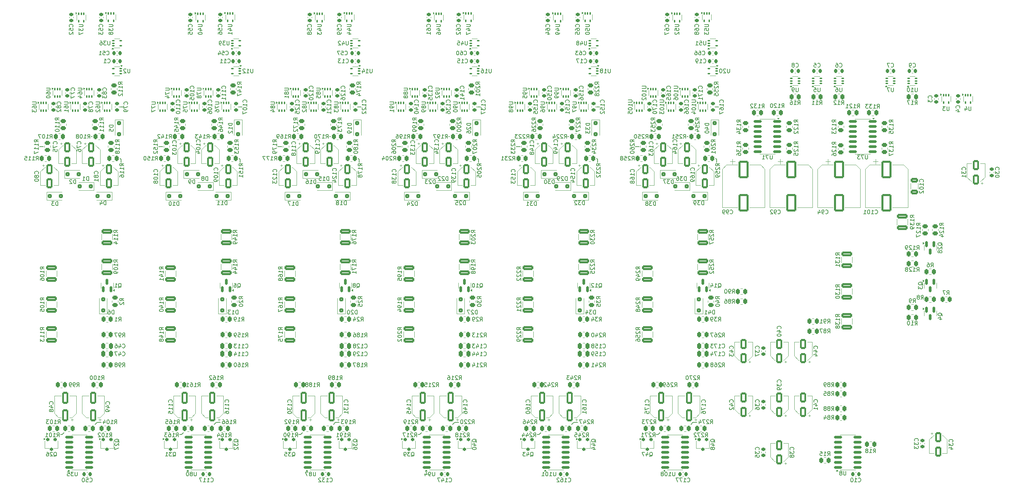
<source format=gbo>
G04 #@! TF.GenerationSoftware,KiCad,Pcbnew,8.0.8-2.fc41*
G04 #@! TF.CreationDate,2025-02-23T13:27:10+00:00*
G04 #@! TF.ProjectId,SCART_switcher,53434152-545f-4737-9769-74636865722e,rev?*
G04 #@! TF.SameCoordinates,Original*
G04 #@! TF.FileFunction,Legend,Bot*
G04 #@! TF.FilePolarity,Positive*
%FSLAX46Y46*%
G04 Gerber Fmt 4.6, Leading zero omitted, Abs format (unit mm)*
G04 Created by KiCad (PCBNEW 8.0.8-2.fc41) date 2025-02-23 13:27:10*
%MOMM*%
%LPD*%
G01*
G04 APERTURE LIST*
G04 Aperture macros list*
%AMRoundRect*
0 Rectangle with rounded corners*
0 $1 Rounding radius*
0 $2 $3 $4 $5 $6 $7 $8 $9 X,Y pos of 4 corners*
0 Add a 4 corners polygon primitive as box body*
4,1,4,$2,$3,$4,$5,$6,$7,$8,$9,$2,$3,0*
0 Add four circle primitives for the rounded corners*
1,1,$1+$1,$2,$3*
1,1,$1+$1,$4,$5*
1,1,$1+$1,$6,$7*
1,1,$1+$1,$8,$9*
0 Add four rect primitives between the rounded corners*
20,1,$1+$1,$2,$3,$4,$5,0*
20,1,$1+$1,$4,$5,$6,$7,0*
20,1,$1+$1,$6,$7,$8,$9,0*
20,1,$1+$1,$8,$9,$2,$3,0*%
G04 Aperture macros list end*
%ADD10C,0.150000*%
%ADD11C,0.120000*%
%ADD12C,5.500000*%
%ADD13R,1.800000X1.800000*%
%ADD14C,1.800000*%
%ADD15O,3.000000X2.000000*%
%ADD16O,3.500000X2.000000*%
%ADD17O,2.300000X3.500000*%
%ADD18R,1.700000X1.700000*%
%ADD19O,1.700000X1.700000*%
%ADD20RoundRect,0.250000X-0.262500X-0.450000X0.262500X-0.450000X0.262500X0.450000X-0.262500X0.450000X0*%
%ADD21RoundRect,0.250000X-1.075000X0.312500X-1.075000X-0.312500X1.075000X-0.312500X1.075000X0.312500X0*%
%ADD22RoundRect,0.225000X0.250000X-0.225000X0.250000X0.225000X-0.250000X0.225000X-0.250000X-0.225000X0*%
%ADD23RoundRect,0.250000X0.262500X0.450000X-0.262500X0.450000X-0.262500X-0.450000X0.262500X-0.450000X0*%
%ADD24RoundRect,0.250000X-0.550000X1.050000X-0.550000X-1.050000X0.550000X-1.050000X0.550000X1.050000X0*%
%ADD25RoundRect,0.250000X0.300000X0.300000X-0.300000X0.300000X-0.300000X-0.300000X0.300000X-0.300000X0*%
%ADD26RoundRect,0.100000X-0.100000X0.225000X-0.100000X-0.225000X0.100000X-0.225000X0.100000X0.225000X0*%
%ADD27RoundRect,0.250000X-1.000000X1.950000X-1.000000X-1.950000X1.000000X-1.950000X1.000000X1.950000X0*%
%ADD28RoundRect,0.100000X-0.225000X-0.100000X0.225000X-0.100000X0.225000X0.100000X-0.225000X0.100000X0*%
%ADD29RoundRect,0.250000X0.300000X-0.300000X0.300000X0.300000X-0.300000X0.300000X-0.300000X-0.300000X0*%
%ADD30RoundRect,0.250000X0.450000X-0.262500X0.450000X0.262500X-0.450000X0.262500X-0.450000X-0.262500X0*%
%ADD31RoundRect,0.250000X0.550000X-1.050000X0.550000X1.050000X-0.550000X1.050000X-0.550000X-1.050000X0*%
%ADD32RoundRect,0.200000X-0.200000X0.250000X-0.200000X-0.250000X0.200000X-0.250000X0.200000X0.250000X0*%
%ADD33RoundRect,0.250000X0.550000X-1.250000X0.550000X1.250000X-0.550000X1.250000X-0.550000X-1.250000X0*%
%ADD34RoundRect,0.100000X0.225000X0.100000X-0.225000X0.100000X-0.225000X-0.100000X0.225000X-0.100000X0*%
%ADD35RoundRect,0.250000X-0.300000X-0.300000X0.300000X-0.300000X0.300000X0.300000X-0.300000X0.300000X0*%
%ADD36RoundRect,0.225000X0.225000X0.250000X-0.225000X0.250000X-0.225000X-0.250000X0.225000X-0.250000X0*%
%ADD37RoundRect,0.250000X0.250000X0.475000X-0.250000X0.475000X-0.250000X-0.475000X0.250000X-0.475000X0*%
%ADD38RoundRect,0.225000X-0.250000X0.225000X-0.250000X-0.225000X0.250000X-0.225000X0.250000X0.225000X0*%
%ADD39RoundRect,0.150000X0.825000X0.150000X-0.825000X0.150000X-0.825000X-0.150000X0.825000X-0.150000X0*%
%ADD40RoundRect,0.250000X-0.450000X0.262500X-0.450000X-0.262500X0.450000X-0.262500X0.450000X0.262500X0*%
%ADD41RoundRect,0.150000X0.150000X-0.587500X0.150000X0.587500X-0.150000X0.587500X-0.150000X-0.587500X0*%
%ADD42RoundRect,0.250000X-0.300000X0.300000X-0.300000X-0.300000X0.300000X-0.300000X0.300000X0.300000X0*%
%ADD43RoundRect,0.225000X-0.225000X-0.250000X0.225000X-0.250000X0.225000X0.250000X-0.225000X0.250000X0*%
%ADD44RoundRect,0.150000X-0.150000X0.587500X-0.150000X-0.587500X0.150000X-0.587500X0.150000X0.587500X0*%
%ADD45RoundRect,0.150000X-0.825000X-0.150000X0.825000X-0.150000X0.825000X0.150000X-0.825000X0.150000X0*%
%ADD46RoundRect,0.250000X0.650000X-0.325000X0.650000X0.325000X-0.650000X0.325000X-0.650000X-0.325000X0*%
G04 APERTURE END LIST*
D10*
X129250000Y-77500000D02*
X129250000Y-76750000D01*
X184250000Y-143000000D02*
X183250000Y-143000000D01*
X33250000Y-143000000D02*
X32750000Y-143500000D01*
X49750000Y-73500000D02*
X48750000Y-73500000D01*
X63250000Y-143000000D02*
X62750000Y-143500000D01*
X154250000Y-143000000D02*
X153250000Y-143000000D01*
X39250000Y-77500000D02*
X39250000Y-76750000D01*
X189000000Y-63500000D02*
X189750000Y-63500000D01*
X39250000Y-76750000D02*
X39000000Y-76500000D01*
X114000000Y-146000000D02*
X114500000Y-146000000D01*
X174500000Y-146000000D02*
X175000000Y-145500000D01*
X152000000Y-71000000D02*
X151750000Y-71000000D01*
X99250000Y-77500000D02*
X99250000Y-76750000D01*
X39000000Y-63500000D02*
X39750000Y-63500000D01*
X99250000Y-76750000D02*
X99000000Y-76500000D01*
X69250000Y-76750000D02*
X69000000Y-76500000D01*
X64250000Y-143000000D02*
X63250000Y-143000000D01*
X93250000Y-143000000D02*
X92750000Y-143500000D01*
X19750000Y-73500000D02*
X18750000Y-73500000D01*
X32000000Y-71000000D02*
X31750000Y-71000000D01*
X109750000Y-73500000D02*
X108750000Y-73500000D01*
X54000000Y-146000000D02*
X54500000Y-146000000D01*
X24500000Y-146000000D02*
X25000000Y-145500000D01*
X99000000Y-63500000D02*
X99750000Y-63500000D01*
X189250000Y-77500000D02*
X189250000Y-76750000D01*
X94250000Y-143000000D02*
X93250000Y-143000000D01*
X174000000Y-146000000D02*
X174500000Y-146000000D01*
X182000000Y-71000000D02*
X181750000Y-71000000D01*
X153250000Y-143000000D02*
X152750000Y-143500000D01*
X69250000Y-77500000D02*
X69250000Y-76750000D01*
X129000000Y-63500000D02*
X129750000Y-63500000D01*
X159250000Y-76750000D02*
X159000000Y-76500000D01*
X114500000Y-146000000D02*
X115000000Y-145500000D01*
X159000000Y-63500000D02*
X159750000Y-63500000D01*
X124250000Y-143000000D02*
X123250000Y-143000000D01*
X92000000Y-71000000D02*
X91750000Y-71000000D01*
X69000000Y-63500000D02*
X69750000Y-63500000D01*
X183250000Y-143000000D02*
X182750000Y-143500000D01*
X189250000Y-76750000D02*
X189000000Y-76500000D01*
X79750000Y-73500000D02*
X78750000Y-73500000D01*
X62000000Y-71000000D02*
X61750000Y-71000000D01*
X24000000Y-146000000D02*
X24500000Y-146000000D01*
X159250000Y-77500000D02*
X159250000Y-76750000D01*
X129250000Y-76750000D02*
X129000000Y-76500000D01*
X169750000Y-73500000D02*
X168750000Y-73500000D01*
X123250000Y-143000000D02*
X122750000Y-143500000D01*
X54500000Y-146000000D02*
X55000000Y-145500000D01*
X84000000Y-146000000D02*
X84500000Y-146000000D01*
X144500000Y-146000000D02*
X145000000Y-145500000D01*
X144000000Y-146000000D02*
X144500000Y-146000000D01*
X139750000Y-73500000D02*
X138750000Y-73500000D01*
X84500000Y-146000000D02*
X85000000Y-145500000D01*
X34250000Y-143000000D02*
X33250000Y-143000000D01*
X122000000Y-71000000D02*
X121750000Y-71000000D01*
X189954819Y-78380952D02*
X189478628Y-78047619D01*
X189954819Y-77809524D02*
X188954819Y-77809524D01*
X188954819Y-77809524D02*
X188954819Y-78190476D01*
X188954819Y-78190476D02*
X189002438Y-78285714D01*
X189002438Y-78285714D02*
X189050057Y-78333333D01*
X189050057Y-78333333D02*
X189145295Y-78380952D01*
X189145295Y-78380952D02*
X189288152Y-78380952D01*
X189288152Y-78380952D02*
X189383390Y-78333333D01*
X189383390Y-78333333D02*
X189431009Y-78285714D01*
X189431009Y-78285714D02*
X189478628Y-78190476D01*
X189478628Y-78190476D02*
X189478628Y-77809524D01*
X189050057Y-78761905D02*
X189002438Y-78809524D01*
X189002438Y-78809524D02*
X188954819Y-78904762D01*
X188954819Y-78904762D02*
X188954819Y-79142857D01*
X188954819Y-79142857D02*
X189002438Y-79238095D01*
X189002438Y-79238095D02*
X189050057Y-79285714D01*
X189050057Y-79285714D02*
X189145295Y-79333333D01*
X189145295Y-79333333D02*
X189240533Y-79333333D01*
X189240533Y-79333333D02*
X189383390Y-79285714D01*
X189383390Y-79285714D02*
X189954819Y-78714286D01*
X189954819Y-78714286D02*
X189954819Y-79333333D01*
X188954819Y-80238095D02*
X188954819Y-79761905D01*
X188954819Y-79761905D02*
X189431009Y-79714286D01*
X189431009Y-79714286D02*
X189383390Y-79761905D01*
X189383390Y-79761905D02*
X189335771Y-79857143D01*
X189335771Y-79857143D02*
X189335771Y-80095238D01*
X189335771Y-80095238D02*
X189383390Y-80190476D01*
X189383390Y-80190476D02*
X189431009Y-80238095D01*
X189431009Y-80238095D02*
X189526247Y-80285714D01*
X189526247Y-80285714D02*
X189764342Y-80285714D01*
X189764342Y-80285714D02*
X189859580Y-80238095D01*
X189859580Y-80238095D02*
X189907200Y-80190476D01*
X189907200Y-80190476D02*
X189954819Y-80095238D01*
X189954819Y-80095238D02*
X189954819Y-79857143D01*
X189954819Y-79857143D02*
X189907200Y-79761905D01*
X189907200Y-79761905D02*
X189859580Y-79714286D01*
X189954819Y-80761905D02*
X189954819Y-80952381D01*
X189954819Y-80952381D02*
X189907200Y-81047619D01*
X189907200Y-81047619D02*
X189859580Y-81095238D01*
X189859580Y-81095238D02*
X189716723Y-81190476D01*
X189716723Y-81190476D02*
X189526247Y-81238095D01*
X189526247Y-81238095D02*
X189145295Y-81238095D01*
X189145295Y-81238095D02*
X189050057Y-81190476D01*
X189050057Y-81190476D02*
X189002438Y-81142857D01*
X189002438Y-81142857D02*
X188954819Y-81047619D01*
X188954819Y-81047619D02*
X188954819Y-80857143D01*
X188954819Y-80857143D02*
X189002438Y-80761905D01*
X189002438Y-80761905D02*
X189050057Y-80714286D01*
X189050057Y-80714286D02*
X189145295Y-80666667D01*
X189145295Y-80666667D02*
X189383390Y-80666667D01*
X189383390Y-80666667D02*
X189478628Y-80714286D01*
X189478628Y-80714286D02*
X189526247Y-80761905D01*
X189526247Y-80761905D02*
X189573866Y-80857143D01*
X189573866Y-80857143D02*
X189573866Y-81047619D01*
X189573866Y-81047619D02*
X189526247Y-81142857D01*
X189526247Y-81142857D02*
X189478628Y-81190476D01*
X189478628Y-81190476D02*
X189383390Y-81238095D01*
X218142857Y-136204819D02*
X218476190Y-135728628D01*
X218714285Y-136204819D02*
X218714285Y-135204819D01*
X218714285Y-135204819D02*
X218333333Y-135204819D01*
X218333333Y-135204819D02*
X218238095Y-135252438D01*
X218238095Y-135252438D02*
X218190476Y-135300057D01*
X218190476Y-135300057D02*
X218142857Y-135395295D01*
X218142857Y-135395295D02*
X218142857Y-135538152D01*
X218142857Y-135538152D02*
X218190476Y-135633390D01*
X218190476Y-135633390D02*
X218238095Y-135681009D01*
X218238095Y-135681009D02*
X218333333Y-135728628D01*
X218333333Y-135728628D02*
X218714285Y-135728628D01*
X217571428Y-135633390D02*
X217666666Y-135585771D01*
X217666666Y-135585771D02*
X217714285Y-135538152D01*
X217714285Y-135538152D02*
X217761904Y-135442914D01*
X217761904Y-135442914D02*
X217761904Y-135395295D01*
X217761904Y-135395295D02*
X217714285Y-135300057D01*
X217714285Y-135300057D02*
X217666666Y-135252438D01*
X217666666Y-135252438D02*
X217571428Y-135204819D01*
X217571428Y-135204819D02*
X217380952Y-135204819D01*
X217380952Y-135204819D02*
X217285714Y-135252438D01*
X217285714Y-135252438D02*
X217238095Y-135300057D01*
X217238095Y-135300057D02*
X217190476Y-135395295D01*
X217190476Y-135395295D02*
X217190476Y-135442914D01*
X217190476Y-135442914D02*
X217238095Y-135538152D01*
X217238095Y-135538152D02*
X217285714Y-135585771D01*
X217285714Y-135585771D02*
X217380952Y-135633390D01*
X217380952Y-135633390D02*
X217571428Y-135633390D01*
X217571428Y-135633390D02*
X217666666Y-135681009D01*
X217666666Y-135681009D02*
X217714285Y-135728628D01*
X217714285Y-135728628D02*
X217761904Y-135823866D01*
X217761904Y-135823866D02*
X217761904Y-136014342D01*
X217761904Y-136014342D02*
X217714285Y-136109580D01*
X217714285Y-136109580D02*
X217666666Y-136157200D01*
X217666666Y-136157200D02*
X217571428Y-136204819D01*
X217571428Y-136204819D02*
X217380952Y-136204819D01*
X217380952Y-136204819D02*
X217285714Y-136157200D01*
X217285714Y-136157200D02*
X217238095Y-136109580D01*
X217238095Y-136109580D02*
X217190476Y-136014342D01*
X217190476Y-136014342D02*
X217190476Y-135823866D01*
X217190476Y-135823866D02*
X217238095Y-135728628D01*
X217238095Y-135728628D02*
X217285714Y-135681009D01*
X217285714Y-135681009D02*
X217380952Y-135633390D01*
X216285714Y-135204819D02*
X216761904Y-135204819D01*
X216761904Y-135204819D02*
X216809523Y-135681009D01*
X216809523Y-135681009D02*
X216761904Y-135633390D01*
X216761904Y-135633390D02*
X216666666Y-135585771D01*
X216666666Y-135585771D02*
X216428571Y-135585771D01*
X216428571Y-135585771D02*
X216333333Y-135633390D01*
X216333333Y-135633390D02*
X216285714Y-135681009D01*
X216285714Y-135681009D02*
X216238095Y-135776247D01*
X216238095Y-135776247D02*
X216238095Y-136014342D01*
X216238095Y-136014342D02*
X216285714Y-136109580D01*
X216285714Y-136109580D02*
X216333333Y-136157200D01*
X216333333Y-136157200D02*
X216428571Y-136204819D01*
X216428571Y-136204819D02*
X216666666Y-136204819D01*
X216666666Y-136204819D02*
X216761904Y-136157200D01*
X216761904Y-136157200D02*
X216809523Y-136109580D01*
X38454819Y-102630952D02*
X37978628Y-102297619D01*
X38454819Y-102059524D02*
X37454819Y-102059524D01*
X37454819Y-102059524D02*
X37454819Y-102440476D01*
X37454819Y-102440476D02*
X37502438Y-102535714D01*
X37502438Y-102535714D02*
X37550057Y-102583333D01*
X37550057Y-102583333D02*
X37645295Y-102630952D01*
X37645295Y-102630952D02*
X37788152Y-102630952D01*
X37788152Y-102630952D02*
X37883390Y-102583333D01*
X37883390Y-102583333D02*
X37931009Y-102535714D01*
X37931009Y-102535714D02*
X37978628Y-102440476D01*
X37978628Y-102440476D02*
X37978628Y-102059524D01*
X38454819Y-103583333D02*
X38454819Y-103011905D01*
X38454819Y-103297619D02*
X37454819Y-103297619D01*
X37454819Y-103297619D02*
X37597676Y-103202381D01*
X37597676Y-103202381D02*
X37692914Y-103107143D01*
X37692914Y-103107143D02*
X37740533Y-103011905D01*
X37454819Y-104202381D02*
X37454819Y-104297619D01*
X37454819Y-104297619D02*
X37502438Y-104392857D01*
X37502438Y-104392857D02*
X37550057Y-104440476D01*
X37550057Y-104440476D02*
X37645295Y-104488095D01*
X37645295Y-104488095D02*
X37835771Y-104535714D01*
X37835771Y-104535714D02*
X38073866Y-104535714D01*
X38073866Y-104535714D02*
X38264342Y-104488095D01*
X38264342Y-104488095D02*
X38359580Y-104440476D01*
X38359580Y-104440476D02*
X38407200Y-104392857D01*
X38407200Y-104392857D02*
X38454819Y-104297619D01*
X38454819Y-104297619D02*
X38454819Y-104202381D01*
X38454819Y-104202381D02*
X38407200Y-104107143D01*
X38407200Y-104107143D02*
X38359580Y-104059524D01*
X38359580Y-104059524D02*
X38264342Y-104011905D01*
X38264342Y-104011905D02*
X38073866Y-103964286D01*
X38073866Y-103964286D02*
X37835771Y-103964286D01*
X37835771Y-103964286D02*
X37645295Y-104011905D01*
X37645295Y-104011905D02*
X37550057Y-104059524D01*
X37550057Y-104059524D02*
X37502438Y-104107143D01*
X37502438Y-104107143D02*
X37454819Y-104202381D01*
X38454819Y-105011905D02*
X38454819Y-105202381D01*
X38454819Y-105202381D02*
X38407200Y-105297619D01*
X38407200Y-105297619D02*
X38359580Y-105345238D01*
X38359580Y-105345238D02*
X38216723Y-105440476D01*
X38216723Y-105440476D02*
X38026247Y-105488095D01*
X38026247Y-105488095D02*
X37645295Y-105488095D01*
X37645295Y-105488095D02*
X37550057Y-105440476D01*
X37550057Y-105440476D02*
X37502438Y-105392857D01*
X37502438Y-105392857D02*
X37454819Y-105297619D01*
X37454819Y-105297619D02*
X37454819Y-105107143D01*
X37454819Y-105107143D02*
X37502438Y-105011905D01*
X37502438Y-105011905D02*
X37550057Y-104964286D01*
X37550057Y-104964286D02*
X37645295Y-104916667D01*
X37645295Y-104916667D02*
X37883390Y-104916667D01*
X37883390Y-104916667D02*
X37978628Y-104964286D01*
X37978628Y-104964286D02*
X38026247Y-105011905D01*
X38026247Y-105011905D02*
X38073866Y-105107143D01*
X38073866Y-105107143D02*
X38073866Y-105297619D01*
X38073866Y-105297619D02*
X38026247Y-105392857D01*
X38026247Y-105392857D02*
X37978628Y-105440476D01*
X37978628Y-105440476D02*
X37883390Y-105488095D01*
X177109580Y-43357142D02*
X177157200Y-43309523D01*
X177157200Y-43309523D02*
X177204819Y-43166666D01*
X177204819Y-43166666D02*
X177204819Y-43071428D01*
X177204819Y-43071428D02*
X177157200Y-42928571D01*
X177157200Y-42928571D02*
X177061961Y-42833333D01*
X177061961Y-42833333D02*
X176966723Y-42785714D01*
X176966723Y-42785714D02*
X176776247Y-42738095D01*
X176776247Y-42738095D02*
X176633390Y-42738095D01*
X176633390Y-42738095D02*
X176442914Y-42785714D01*
X176442914Y-42785714D02*
X176347676Y-42833333D01*
X176347676Y-42833333D02*
X176252438Y-42928571D01*
X176252438Y-42928571D02*
X176204819Y-43071428D01*
X176204819Y-43071428D02*
X176204819Y-43166666D01*
X176204819Y-43166666D02*
X176252438Y-43309523D01*
X176252438Y-43309523D02*
X176300057Y-43357142D01*
X176204819Y-44214285D02*
X176204819Y-44023809D01*
X176204819Y-44023809D02*
X176252438Y-43928571D01*
X176252438Y-43928571D02*
X176300057Y-43880952D01*
X176300057Y-43880952D02*
X176442914Y-43785714D01*
X176442914Y-43785714D02*
X176633390Y-43738095D01*
X176633390Y-43738095D02*
X177014342Y-43738095D01*
X177014342Y-43738095D02*
X177109580Y-43785714D01*
X177109580Y-43785714D02*
X177157200Y-43833333D01*
X177157200Y-43833333D02*
X177204819Y-43928571D01*
X177204819Y-43928571D02*
X177204819Y-44119047D01*
X177204819Y-44119047D02*
X177157200Y-44214285D01*
X177157200Y-44214285D02*
X177109580Y-44261904D01*
X177109580Y-44261904D02*
X177014342Y-44309523D01*
X177014342Y-44309523D02*
X176776247Y-44309523D01*
X176776247Y-44309523D02*
X176681009Y-44261904D01*
X176681009Y-44261904D02*
X176633390Y-44214285D01*
X176633390Y-44214285D02*
X176585771Y-44119047D01*
X176585771Y-44119047D02*
X176585771Y-43928571D01*
X176585771Y-43928571D02*
X176633390Y-43833333D01*
X176633390Y-43833333D02*
X176681009Y-43785714D01*
X176681009Y-43785714D02*
X176776247Y-43738095D01*
X176204819Y-44642857D02*
X176204819Y-45309523D01*
X176204819Y-45309523D02*
X177204819Y-44880952D01*
X178619047Y-133954819D02*
X178952380Y-133478628D01*
X179190475Y-133954819D02*
X179190475Y-132954819D01*
X179190475Y-132954819D02*
X178809523Y-132954819D01*
X178809523Y-132954819D02*
X178714285Y-133002438D01*
X178714285Y-133002438D02*
X178666666Y-133050057D01*
X178666666Y-133050057D02*
X178619047Y-133145295D01*
X178619047Y-133145295D02*
X178619047Y-133288152D01*
X178619047Y-133288152D02*
X178666666Y-133383390D01*
X178666666Y-133383390D02*
X178714285Y-133431009D01*
X178714285Y-133431009D02*
X178809523Y-133478628D01*
X178809523Y-133478628D02*
X179190475Y-133478628D01*
X178238094Y-133050057D02*
X178190475Y-133002438D01*
X178190475Y-133002438D02*
X178095237Y-132954819D01*
X178095237Y-132954819D02*
X177857142Y-132954819D01*
X177857142Y-132954819D02*
X177761904Y-133002438D01*
X177761904Y-133002438D02*
X177714285Y-133050057D01*
X177714285Y-133050057D02*
X177666666Y-133145295D01*
X177666666Y-133145295D02*
X177666666Y-133240533D01*
X177666666Y-133240533D02*
X177714285Y-133383390D01*
X177714285Y-133383390D02*
X178285713Y-133954819D01*
X178285713Y-133954819D02*
X177666666Y-133954819D01*
X176809523Y-132954819D02*
X176999999Y-132954819D01*
X176999999Y-132954819D02*
X177095237Y-133002438D01*
X177095237Y-133002438D02*
X177142856Y-133050057D01*
X177142856Y-133050057D02*
X177238094Y-133192914D01*
X177238094Y-133192914D02*
X177285713Y-133383390D01*
X177285713Y-133383390D02*
X177285713Y-133764342D01*
X177285713Y-133764342D02*
X177238094Y-133859580D01*
X177238094Y-133859580D02*
X177190475Y-133907200D01*
X177190475Y-133907200D02*
X177095237Y-133954819D01*
X177095237Y-133954819D02*
X176904761Y-133954819D01*
X176904761Y-133954819D02*
X176809523Y-133907200D01*
X176809523Y-133907200D02*
X176761904Y-133859580D01*
X176761904Y-133859580D02*
X176714285Y-133764342D01*
X176714285Y-133764342D02*
X176714285Y-133526247D01*
X176714285Y-133526247D02*
X176761904Y-133431009D01*
X176761904Y-133431009D02*
X176809523Y-133383390D01*
X176809523Y-133383390D02*
X176904761Y-133335771D01*
X176904761Y-133335771D02*
X177095237Y-133335771D01*
X177095237Y-133335771D02*
X177190475Y-133383390D01*
X177190475Y-133383390D02*
X177238094Y-133431009D01*
X177238094Y-133431009D02*
X177285713Y-133526247D01*
X176238094Y-133954819D02*
X176047618Y-133954819D01*
X176047618Y-133954819D02*
X175952380Y-133907200D01*
X175952380Y-133907200D02*
X175904761Y-133859580D01*
X175904761Y-133859580D02*
X175809523Y-133716723D01*
X175809523Y-133716723D02*
X175761904Y-133526247D01*
X175761904Y-133526247D02*
X175761904Y-133145295D01*
X175761904Y-133145295D02*
X175809523Y-133050057D01*
X175809523Y-133050057D02*
X175857142Y-133002438D01*
X175857142Y-133002438D02*
X175952380Y-132954819D01*
X175952380Y-132954819D02*
X176142856Y-132954819D01*
X176142856Y-132954819D02*
X176238094Y-133002438D01*
X176238094Y-133002438D02*
X176285713Y-133050057D01*
X176285713Y-133050057D02*
X176333332Y-133145295D01*
X176333332Y-133145295D02*
X176333332Y-133383390D01*
X176333332Y-133383390D02*
X176285713Y-133478628D01*
X176285713Y-133478628D02*
X176238094Y-133526247D01*
X176238094Y-133526247D02*
X176142856Y-133573866D01*
X176142856Y-133573866D02*
X175952380Y-133573866D01*
X175952380Y-133573866D02*
X175857142Y-133526247D01*
X175857142Y-133526247D02*
X175809523Y-133478628D01*
X175809523Y-133478628D02*
X175761904Y-133383390D01*
X63559580Y-79480952D02*
X63607200Y-79433333D01*
X63607200Y-79433333D02*
X63654819Y-79290476D01*
X63654819Y-79290476D02*
X63654819Y-79195238D01*
X63654819Y-79195238D02*
X63607200Y-79052381D01*
X63607200Y-79052381D02*
X63511961Y-78957143D01*
X63511961Y-78957143D02*
X63416723Y-78909524D01*
X63416723Y-78909524D02*
X63226247Y-78861905D01*
X63226247Y-78861905D02*
X63083390Y-78861905D01*
X63083390Y-78861905D02*
X62892914Y-78909524D01*
X62892914Y-78909524D02*
X62797676Y-78957143D01*
X62797676Y-78957143D02*
X62702438Y-79052381D01*
X62702438Y-79052381D02*
X62654819Y-79195238D01*
X62654819Y-79195238D02*
X62654819Y-79290476D01*
X62654819Y-79290476D02*
X62702438Y-79433333D01*
X62702438Y-79433333D02*
X62750057Y-79480952D01*
X63654819Y-80433333D02*
X63654819Y-79861905D01*
X63654819Y-80147619D02*
X62654819Y-80147619D01*
X62654819Y-80147619D02*
X62797676Y-80052381D01*
X62797676Y-80052381D02*
X62892914Y-79957143D01*
X62892914Y-79957143D02*
X62940533Y-79861905D01*
X62654819Y-81052381D02*
X62654819Y-81147619D01*
X62654819Y-81147619D02*
X62702438Y-81242857D01*
X62702438Y-81242857D02*
X62750057Y-81290476D01*
X62750057Y-81290476D02*
X62845295Y-81338095D01*
X62845295Y-81338095D02*
X63035771Y-81385714D01*
X63035771Y-81385714D02*
X63273866Y-81385714D01*
X63273866Y-81385714D02*
X63464342Y-81338095D01*
X63464342Y-81338095D02*
X63559580Y-81290476D01*
X63559580Y-81290476D02*
X63607200Y-81242857D01*
X63607200Y-81242857D02*
X63654819Y-81147619D01*
X63654819Y-81147619D02*
X63654819Y-81052381D01*
X63654819Y-81052381D02*
X63607200Y-80957143D01*
X63607200Y-80957143D02*
X63559580Y-80909524D01*
X63559580Y-80909524D02*
X63464342Y-80861905D01*
X63464342Y-80861905D02*
X63273866Y-80814286D01*
X63273866Y-80814286D02*
X63035771Y-80814286D01*
X63035771Y-80814286D02*
X62845295Y-80861905D01*
X62845295Y-80861905D02*
X62750057Y-80909524D01*
X62750057Y-80909524D02*
X62702438Y-80957143D01*
X62702438Y-80957143D02*
X62654819Y-81052381D01*
X63654819Y-81861905D02*
X63654819Y-82052381D01*
X63654819Y-82052381D02*
X63607200Y-82147619D01*
X63607200Y-82147619D02*
X63559580Y-82195238D01*
X63559580Y-82195238D02*
X63416723Y-82290476D01*
X63416723Y-82290476D02*
X63226247Y-82338095D01*
X63226247Y-82338095D02*
X62845295Y-82338095D01*
X62845295Y-82338095D02*
X62750057Y-82290476D01*
X62750057Y-82290476D02*
X62702438Y-82242857D01*
X62702438Y-82242857D02*
X62654819Y-82147619D01*
X62654819Y-82147619D02*
X62654819Y-81957143D01*
X62654819Y-81957143D02*
X62702438Y-81861905D01*
X62702438Y-81861905D02*
X62750057Y-81814286D01*
X62750057Y-81814286D02*
X62845295Y-81766667D01*
X62845295Y-81766667D02*
X63083390Y-81766667D01*
X63083390Y-81766667D02*
X63178628Y-81814286D01*
X63178628Y-81814286D02*
X63226247Y-81861905D01*
X63226247Y-81861905D02*
X63273866Y-81957143D01*
X63273866Y-81957143D02*
X63273866Y-82147619D01*
X63273866Y-82147619D02*
X63226247Y-82242857D01*
X63226247Y-82242857D02*
X63178628Y-82290476D01*
X63178628Y-82290476D02*
X63083390Y-82338095D01*
X181591285Y-82049819D02*
X181591285Y-81049819D01*
X181591285Y-81049819D02*
X181353190Y-81049819D01*
X181353190Y-81049819D02*
X181210333Y-81097438D01*
X181210333Y-81097438D02*
X181115095Y-81192676D01*
X181115095Y-81192676D02*
X181067476Y-81287914D01*
X181067476Y-81287914D02*
X181019857Y-81478390D01*
X181019857Y-81478390D02*
X181019857Y-81621247D01*
X181019857Y-81621247D02*
X181067476Y-81811723D01*
X181067476Y-81811723D02*
X181115095Y-81906961D01*
X181115095Y-81906961D02*
X181210333Y-82002200D01*
X181210333Y-82002200D02*
X181353190Y-82049819D01*
X181353190Y-82049819D02*
X181591285Y-82049819D01*
X180686523Y-81049819D02*
X180067476Y-81049819D01*
X180067476Y-81049819D02*
X180400809Y-81430771D01*
X180400809Y-81430771D02*
X180257952Y-81430771D01*
X180257952Y-81430771D02*
X180162714Y-81478390D01*
X180162714Y-81478390D02*
X180115095Y-81526009D01*
X180115095Y-81526009D02*
X180067476Y-81621247D01*
X180067476Y-81621247D02*
X180067476Y-81859342D01*
X180067476Y-81859342D02*
X180115095Y-81954580D01*
X180115095Y-81954580D02*
X180162714Y-82002200D01*
X180162714Y-82002200D02*
X180257952Y-82049819D01*
X180257952Y-82049819D02*
X180543666Y-82049819D01*
X180543666Y-82049819D02*
X180638904Y-82002200D01*
X180638904Y-82002200D02*
X180686523Y-81954580D01*
X179210333Y-81049819D02*
X179400809Y-81049819D01*
X179400809Y-81049819D02*
X179496047Y-81097438D01*
X179496047Y-81097438D02*
X179543666Y-81145057D01*
X179543666Y-81145057D02*
X179638904Y-81287914D01*
X179638904Y-81287914D02*
X179686523Y-81478390D01*
X179686523Y-81478390D02*
X179686523Y-81859342D01*
X179686523Y-81859342D02*
X179638904Y-81954580D01*
X179638904Y-81954580D02*
X179591285Y-82002200D01*
X179591285Y-82002200D02*
X179496047Y-82049819D01*
X179496047Y-82049819D02*
X179305571Y-82049819D01*
X179305571Y-82049819D02*
X179210333Y-82002200D01*
X179210333Y-82002200D02*
X179162714Y-81954580D01*
X179162714Y-81954580D02*
X179115095Y-81859342D01*
X179115095Y-81859342D02*
X179115095Y-81621247D01*
X179115095Y-81621247D02*
X179162714Y-81526009D01*
X179162714Y-81526009D02*
X179210333Y-81478390D01*
X179210333Y-81478390D02*
X179305571Y-81430771D01*
X179305571Y-81430771D02*
X179496047Y-81430771D01*
X179496047Y-81430771D02*
X179591285Y-81478390D01*
X179591285Y-81478390D02*
X179638904Y-81526009D01*
X179638904Y-81526009D02*
X179686523Y-81621247D01*
X111369047Y-71454819D02*
X111702380Y-70978628D01*
X111940475Y-71454819D02*
X111940475Y-70454819D01*
X111940475Y-70454819D02*
X111559523Y-70454819D01*
X111559523Y-70454819D02*
X111464285Y-70502438D01*
X111464285Y-70502438D02*
X111416666Y-70550057D01*
X111416666Y-70550057D02*
X111369047Y-70645295D01*
X111369047Y-70645295D02*
X111369047Y-70788152D01*
X111369047Y-70788152D02*
X111416666Y-70883390D01*
X111416666Y-70883390D02*
X111464285Y-70931009D01*
X111464285Y-70931009D02*
X111559523Y-70978628D01*
X111559523Y-70978628D02*
X111940475Y-70978628D01*
X110416666Y-71454819D02*
X110988094Y-71454819D01*
X110702380Y-71454819D02*
X110702380Y-70454819D01*
X110702380Y-70454819D02*
X110797618Y-70597676D01*
X110797618Y-70597676D02*
X110892856Y-70692914D01*
X110892856Y-70692914D02*
X110988094Y-70740533D01*
X109940475Y-71454819D02*
X109749999Y-71454819D01*
X109749999Y-71454819D02*
X109654761Y-71407200D01*
X109654761Y-71407200D02*
X109607142Y-71359580D01*
X109607142Y-71359580D02*
X109511904Y-71216723D01*
X109511904Y-71216723D02*
X109464285Y-71026247D01*
X109464285Y-71026247D02*
X109464285Y-70645295D01*
X109464285Y-70645295D02*
X109511904Y-70550057D01*
X109511904Y-70550057D02*
X109559523Y-70502438D01*
X109559523Y-70502438D02*
X109654761Y-70454819D01*
X109654761Y-70454819D02*
X109845237Y-70454819D01*
X109845237Y-70454819D02*
X109940475Y-70502438D01*
X109940475Y-70502438D02*
X109988094Y-70550057D01*
X109988094Y-70550057D02*
X110035713Y-70645295D01*
X110035713Y-70645295D02*
X110035713Y-70883390D01*
X110035713Y-70883390D02*
X109988094Y-70978628D01*
X109988094Y-70978628D02*
X109940475Y-71026247D01*
X109940475Y-71026247D02*
X109845237Y-71073866D01*
X109845237Y-71073866D02*
X109654761Y-71073866D01*
X109654761Y-71073866D02*
X109559523Y-71026247D01*
X109559523Y-71026247D02*
X109511904Y-70978628D01*
X109511904Y-70978628D02*
X109464285Y-70883390D01*
X108607142Y-70454819D02*
X108797618Y-70454819D01*
X108797618Y-70454819D02*
X108892856Y-70502438D01*
X108892856Y-70502438D02*
X108940475Y-70550057D01*
X108940475Y-70550057D02*
X109035713Y-70692914D01*
X109035713Y-70692914D02*
X109083332Y-70883390D01*
X109083332Y-70883390D02*
X109083332Y-71264342D01*
X109083332Y-71264342D02*
X109035713Y-71359580D01*
X109035713Y-71359580D02*
X108988094Y-71407200D01*
X108988094Y-71407200D02*
X108892856Y-71454819D01*
X108892856Y-71454819D02*
X108702380Y-71454819D01*
X108702380Y-71454819D02*
X108607142Y-71407200D01*
X108607142Y-71407200D02*
X108559523Y-71359580D01*
X108559523Y-71359580D02*
X108511904Y-71264342D01*
X108511904Y-71264342D02*
X108511904Y-71026247D01*
X108511904Y-71026247D02*
X108559523Y-70931009D01*
X108559523Y-70931009D02*
X108607142Y-70883390D01*
X108607142Y-70883390D02*
X108702380Y-70835771D01*
X108702380Y-70835771D02*
X108892856Y-70835771D01*
X108892856Y-70835771D02*
X108988094Y-70883390D01*
X108988094Y-70883390D02*
X109035713Y-70931009D01*
X109035713Y-70931009D02*
X109083332Y-71026247D01*
X16954819Y-62261905D02*
X17764342Y-62261905D01*
X17764342Y-62261905D02*
X17859580Y-62309524D01*
X17859580Y-62309524D02*
X17907200Y-62357143D01*
X17907200Y-62357143D02*
X17954819Y-62452381D01*
X17954819Y-62452381D02*
X17954819Y-62642857D01*
X17954819Y-62642857D02*
X17907200Y-62738095D01*
X17907200Y-62738095D02*
X17859580Y-62785714D01*
X17859580Y-62785714D02*
X17764342Y-62833333D01*
X17764342Y-62833333D02*
X16954819Y-62833333D01*
X16954819Y-63738095D02*
X16954819Y-63547619D01*
X16954819Y-63547619D02*
X17002438Y-63452381D01*
X17002438Y-63452381D02*
X17050057Y-63404762D01*
X17050057Y-63404762D02*
X17192914Y-63309524D01*
X17192914Y-63309524D02*
X17383390Y-63261905D01*
X17383390Y-63261905D02*
X17764342Y-63261905D01*
X17764342Y-63261905D02*
X17859580Y-63309524D01*
X17859580Y-63309524D02*
X17907200Y-63357143D01*
X17907200Y-63357143D02*
X17954819Y-63452381D01*
X17954819Y-63452381D02*
X17954819Y-63642857D01*
X17954819Y-63642857D02*
X17907200Y-63738095D01*
X17907200Y-63738095D02*
X17859580Y-63785714D01*
X17859580Y-63785714D02*
X17764342Y-63833333D01*
X17764342Y-63833333D02*
X17526247Y-63833333D01*
X17526247Y-63833333D02*
X17431009Y-63785714D01*
X17431009Y-63785714D02*
X17383390Y-63738095D01*
X17383390Y-63738095D02*
X17335771Y-63642857D01*
X17335771Y-63642857D02*
X17335771Y-63452381D01*
X17335771Y-63452381D02*
X17383390Y-63357143D01*
X17383390Y-63357143D02*
X17431009Y-63309524D01*
X17431009Y-63309524D02*
X17526247Y-63261905D01*
X16954819Y-64166667D02*
X16954819Y-64785714D01*
X16954819Y-64785714D02*
X17335771Y-64452381D01*
X17335771Y-64452381D02*
X17335771Y-64595238D01*
X17335771Y-64595238D02*
X17383390Y-64690476D01*
X17383390Y-64690476D02*
X17431009Y-64738095D01*
X17431009Y-64738095D02*
X17526247Y-64785714D01*
X17526247Y-64785714D02*
X17764342Y-64785714D01*
X17764342Y-64785714D02*
X17859580Y-64738095D01*
X17859580Y-64738095D02*
X17907200Y-64690476D01*
X17907200Y-64690476D02*
X17954819Y-64595238D01*
X17954819Y-64595238D02*
X17954819Y-64309524D01*
X17954819Y-64309524D02*
X17907200Y-64214286D01*
X17907200Y-64214286D02*
X17859580Y-64166667D01*
X155964285Y-88204819D02*
X155964285Y-87204819D01*
X155964285Y-87204819D02*
X155726190Y-87204819D01*
X155726190Y-87204819D02*
X155583333Y-87252438D01*
X155583333Y-87252438D02*
X155488095Y-87347676D01*
X155488095Y-87347676D02*
X155440476Y-87442914D01*
X155440476Y-87442914D02*
X155392857Y-87633390D01*
X155392857Y-87633390D02*
X155392857Y-87776247D01*
X155392857Y-87776247D02*
X155440476Y-87966723D01*
X155440476Y-87966723D02*
X155488095Y-88061961D01*
X155488095Y-88061961D02*
X155583333Y-88157200D01*
X155583333Y-88157200D02*
X155726190Y-88204819D01*
X155726190Y-88204819D02*
X155964285Y-88204819D01*
X155059523Y-87204819D02*
X154440476Y-87204819D01*
X154440476Y-87204819D02*
X154773809Y-87585771D01*
X154773809Y-87585771D02*
X154630952Y-87585771D01*
X154630952Y-87585771D02*
X154535714Y-87633390D01*
X154535714Y-87633390D02*
X154488095Y-87681009D01*
X154488095Y-87681009D02*
X154440476Y-87776247D01*
X154440476Y-87776247D02*
X154440476Y-88014342D01*
X154440476Y-88014342D02*
X154488095Y-88109580D01*
X154488095Y-88109580D02*
X154535714Y-88157200D01*
X154535714Y-88157200D02*
X154630952Y-88204819D01*
X154630952Y-88204819D02*
X154916666Y-88204819D01*
X154916666Y-88204819D02*
X155011904Y-88157200D01*
X155011904Y-88157200D02*
X155059523Y-88109580D01*
X154059523Y-87300057D02*
X154011904Y-87252438D01*
X154011904Y-87252438D02*
X153916666Y-87204819D01*
X153916666Y-87204819D02*
X153678571Y-87204819D01*
X153678571Y-87204819D02*
X153583333Y-87252438D01*
X153583333Y-87252438D02*
X153535714Y-87300057D01*
X153535714Y-87300057D02*
X153488095Y-87395295D01*
X153488095Y-87395295D02*
X153488095Y-87490533D01*
X153488095Y-87490533D02*
X153535714Y-87633390D01*
X153535714Y-87633390D02*
X154107142Y-88204819D01*
X154107142Y-88204819D02*
X153488095Y-88204819D01*
X100619047Y-128954819D02*
X100952380Y-128478628D01*
X101190475Y-128954819D02*
X101190475Y-127954819D01*
X101190475Y-127954819D02*
X100809523Y-127954819D01*
X100809523Y-127954819D02*
X100714285Y-128002438D01*
X100714285Y-128002438D02*
X100666666Y-128050057D01*
X100666666Y-128050057D02*
X100619047Y-128145295D01*
X100619047Y-128145295D02*
X100619047Y-128288152D01*
X100619047Y-128288152D02*
X100666666Y-128383390D01*
X100666666Y-128383390D02*
X100714285Y-128431009D01*
X100714285Y-128431009D02*
X100809523Y-128478628D01*
X100809523Y-128478628D02*
X101190475Y-128478628D01*
X99666666Y-128954819D02*
X100238094Y-128954819D01*
X99952380Y-128954819D02*
X99952380Y-127954819D01*
X99952380Y-127954819D02*
X100047618Y-128097676D01*
X100047618Y-128097676D02*
X100142856Y-128192914D01*
X100142856Y-128192914D02*
X100238094Y-128240533D01*
X99095237Y-128383390D02*
X99190475Y-128335771D01*
X99190475Y-128335771D02*
X99238094Y-128288152D01*
X99238094Y-128288152D02*
X99285713Y-128192914D01*
X99285713Y-128192914D02*
X99285713Y-128145295D01*
X99285713Y-128145295D02*
X99238094Y-128050057D01*
X99238094Y-128050057D02*
X99190475Y-128002438D01*
X99190475Y-128002438D02*
X99095237Y-127954819D01*
X99095237Y-127954819D02*
X98904761Y-127954819D01*
X98904761Y-127954819D02*
X98809523Y-128002438D01*
X98809523Y-128002438D02*
X98761904Y-128050057D01*
X98761904Y-128050057D02*
X98714285Y-128145295D01*
X98714285Y-128145295D02*
X98714285Y-128192914D01*
X98714285Y-128192914D02*
X98761904Y-128288152D01*
X98761904Y-128288152D02*
X98809523Y-128335771D01*
X98809523Y-128335771D02*
X98904761Y-128383390D01*
X98904761Y-128383390D02*
X99095237Y-128383390D01*
X99095237Y-128383390D02*
X99190475Y-128431009D01*
X99190475Y-128431009D02*
X99238094Y-128478628D01*
X99238094Y-128478628D02*
X99285713Y-128573866D01*
X99285713Y-128573866D02*
X99285713Y-128764342D01*
X99285713Y-128764342D02*
X99238094Y-128859580D01*
X99238094Y-128859580D02*
X99190475Y-128907200D01*
X99190475Y-128907200D02*
X99095237Y-128954819D01*
X99095237Y-128954819D02*
X98904761Y-128954819D01*
X98904761Y-128954819D02*
X98809523Y-128907200D01*
X98809523Y-128907200D02*
X98761904Y-128859580D01*
X98761904Y-128859580D02*
X98714285Y-128764342D01*
X98714285Y-128764342D02*
X98714285Y-128573866D01*
X98714285Y-128573866D02*
X98761904Y-128478628D01*
X98761904Y-128478628D02*
X98809523Y-128431009D01*
X98809523Y-128431009D02*
X98904761Y-128383390D01*
X98380951Y-127954819D02*
X97714285Y-127954819D01*
X97714285Y-127954819D02*
X98142856Y-128954819D01*
X83109580Y-72880952D02*
X83157200Y-72833333D01*
X83157200Y-72833333D02*
X83204819Y-72690476D01*
X83204819Y-72690476D02*
X83204819Y-72595238D01*
X83204819Y-72595238D02*
X83157200Y-72452381D01*
X83157200Y-72452381D02*
X83061961Y-72357143D01*
X83061961Y-72357143D02*
X82966723Y-72309524D01*
X82966723Y-72309524D02*
X82776247Y-72261905D01*
X82776247Y-72261905D02*
X82633390Y-72261905D01*
X82633390Y-72261905D02*
X82442914Y-72309524D01*
X82442914Y-72309524D02*
X82347676Y-72357143D01*
X82347676Y-72357143D02*
X82252438Y-72452381D01*
X82252438Y-72452381D02*
X82204819Y-72595238D01*
X82204819Y-72595238D02*
X82204819Y-72690476D01*
X82204819Y-72690476D02*
X82252438Y-72833333D01*
X82252438Y-72833333D02*
X82300057Y-72880952D01*
X83204819Y-73833333D02*
X83204819Y-73261905D01*
X83204819Y-73547619D02*
X82204819Y-73547619D01*
X82204819Y-73547619D02*
X82347676Y-73452381D01*
X82347676Y-73452381D02*
X82442914Y-73357143D01*
X82442914Y-73357143D02*
X82490533Y-73261905D01*
X83204819Y-74785714D02*
X83204819Y-74214286D01*
X83204819Y-74500000D02*
X82204819Y-74500000D01*
X82204819Y-74500000D02*
X82347676Y-74404762D01*
X82347676Y-74404762D02*
X82442914Y-74309524D01*
X82442914Y-74309524D02*
X82490533Y-74214286D01*
X82633390Y-75357143D02*
X82585771Y-75261905D01*
X82585771Y-75261905D02*
X82538152Y-75214286D01*
X82538152Y-75214286D02*
X82442914Y-75166667D01*
X82442914Y-75166667D02*
X82395295Y-75166667D01*
X82395295Y-75166667D02*
X82300057Y-75214286D01*
X82300057Y-75214286D02*
X82252438Y-75261905D01*
X82252438Y-75261905D02*
X82204819Y-75357143D01*
X82204819Y-75357143D02*
X82204819Y-75547619D01*
X82204819Y-75547619D02*
X82252438Y-75642857D01*
X82252438Y-75642857D02*
X82300057Y-75690476D01*
X82300057Y-75690476D02*
X82395295Y-75738095D01*
X82395295Y-75738095D02*
X82442914Y-75738095D01*
X82442914Y-75738095D02*
X82538152Y-75690476D01*
X82538152Y-75690476D02*
X82585771Y-75642857D01*
X82585771Y-75642857D02*
X82633390Y-75547619D01*
X82633390Y-75547619D02*
X82633390Y-75357143D01*
X82633390Y-75357143D02*
X82681009Y-75261905D01*
X82681009Y-75261905D02*
X82728628Y-75214286D01*
X82728628Y-75214286D02*
X82823866Y-75166667D01*
X82823866Y-75166667D02*
X83014342Y-75166667D01*
X83014342Y-75166667D02*
X83109580Y-75214286D01*
X83109580Y-75214286D02*
X83157200Y-75261905D01*
X83157200Y-75261905D02*
X83204819Y-75357143D01*
X83204819Y-75357143D02*
X83204819Y-75547619D01*
X83204819Y-75547619D02*
X83157200Y-75642857D01*
X83157200Y-75642857D02*
X83109580Y-75690476D01*
X83109580Y-75690476D02*
X83014342Y-75738095D01*
X83014342Y-75738095D02*
X82823866Y-75738095D01*
X82823866Y-75738095D02*
X82728628Y-75690476D01*
X82728628Y-75690476D02*
X82681009Y-75642857D01*
X82681009Y-75642857D02*
X82633390Y-75547619D01*
X229119047Y-90359580D02*
X229166666Y-90407200D01*
X229166666Y-90407200D02*
X229309523Y-90454819D01*
X229309523Y-90454819D02*
X229404761Y-90454819D01*
X229404761Y-90454819D02*
X229547618Y-90407200D01*
X229547618Y-90407200D02*
X229642856Y-90311961D01*
X229642856Y-90311961D02*
X229690475Y-90216723D01*
X229690475Y-90216723D02*
X229738094Y-90026247D01*
X229738094Y-90026247D02*
X229738094Y-89883390D01*
X229738094Y-89883390D02*
X229690475Y-89692914D01*
X229690475Y-89692914D02*
X229642856Y-89597676D01*
X229642856Y-89597676D02*
X229547618Y-89502438D01*
X229547618Y-89502438D02*
X229404761Y-89454819D01*
X229404761Y-89454819D02*
X229309523Y-89454819D01*
X229309523Y-89454819D02*
X229166666Y-89502438D01*
X229166666Y-89502438D02*
X229119047Y-89550057D01*
X228166666Y-90454819D02*
X228738094Y-90454819D01*
X228452380Y-90454819D02*
X228452380Y-89454819D01*
X228452380Y-89454819D02*
X228547618Y-89597676D01*
X228547618Y-89597676D02*
X228642856Y-89692914D01*
X228642856Y-89692914D02*
X228738094Y-89740533D01*
X227547618Y-89454819D02*
X227452380Y-89454819D01*
X227452380Y-89454819D02*
X227357142Y-89502438D01*
X227357142Y-89502438D02*
X227309523Y-89550057D01*
X227309523Y-89550057D02*
X227261904Y-89645295D01*
X227261904Y-89645295D02*
X227214285Y-89835771D01*
X227214285Y-89835771D02*
X227214285Y-90073866D01*
X227214285Y-90073866D02*
X227261904Y-90264342D01*
X227261904Y-90264342D02*
X227309523Y-90359580D01*
X227309523Y-90359580D02*
X227357142Y-90407200D01*
X227357142Y-90407200D02*
X227452380Y-90454819D01*
X227452380Y-90454819D02*
X227547618Y-90454819D01*
X227547618Y-90454819D02*
X227642856Y-90407200D01*
X227642856Y-90407200D02*
X227690475Y-90359580D01*
X227690475Y-90359580D02*
X227738094Y-90264342D01*
X227738094Y-90264342D02*
X227785713Y-90073866D01*
X227785713Y-90073866D02*
X227785713Y-89835771D01*
X227785713Y-89835771D02*
X227738094Y-89645295D01*
X227738094Y-89645295D02*
X227690475Y-89550057D01*
X227690475Y-89550057D02*
X227642856Y-89502438D01*
X227642856Y-89502438D02*
X227547618Y-89454819D01*
X226261904Y-90454819D02*
X226833332Y-90454819D01*
X226547618Y-90454819D02*
X226547618Y-89454819D01*
X226547618Y-89454819D02*
X226642856Y-89597676D01*
X226642856Y-89597676D02*
X226738094Y-89692914D01*
X226738094Y-89692914D02*
X226833332Y-89740533D01*
X220761904Y-58704819D02*
X220761904Y-59514342D01*
X220761904Y-59514342D02*
X220714285Y-59609580D01*
X220714285Y-59609580D02*
X220666666Y-59657200D01*
X220666666Y-59657200D02*
X220571428Y-59704819D01*
X220571428Y-59704819D02*
X220380952Y-59704819D01*
X220380952Y-59704819D02*
X220285714Y-59657200D01*
X220285714Y-59657200D02*
X220238095Y-59609580D01*
X220238095Y-59609580D02*
X220190476Y-59514342D01*
X220190476Y-59514342D02*
X220190476Y-58704819D01*
X219285714Y-58704819D02*
X219476190Y-58704819D01*
X219476190Y-58704819D02*
X219571428Y-58752438D01*
X219571428Y-58752438D02*
X219619047Y-58800057D01*
X219619047Y-58800057D02*
X219714285Y-58942914D01*
X219714285Y-58942914D02*
X219761904Y-59133390D01*
X219761904Y-59133390D02*
X219761904Y-59514342D01*
X219761904Y-59514342D02*
X219714285Y-59609580D01*
X219714285Y-59609580D02*
X219666666Y-59657200D01*
X219666666Y-59657200D02*
X219571428Y-59704819D01*
X219571428Y-59704819D02*
X219380952Y-59704819D01*
X219380952Y-59704819D02*
X219285714Y-59657200D01*
X219285714Y-59657200D02*
X219238095Y-59609580D01*
X219238095Y-59609580D02*
X219190476Y-59514342D01*
X219190476Y-59514342D02*
X219190476Y-59276247D01*
X219190476Y-59276247D02*
X219238095Y-59181009D01*
X219238095Y-59181009D02*
X219285714Y-59133390D01*
X219285714Y-59133390D02*
X219380952Y-59085771D01*
X219380952Y-59085771D02*
X219571428Y-59085771D01*
X219571428Y-59085771D02*
X219666666Y-59133390D01*
X219666666Y-59133390D02*
X219714285Y-59181009D01*
X219714285Y-59181009D02*
X219761904Y-59276247D01*
X68714285Y-115704819D02*
X68714285Y-114704819D01*
X68714285Y-114704819D02*
X68476190Y-114704819D01*
X68476190Y-114704819D02*
X68333333Y-114752438D01*
X68333333Y-114752438D02*
X68238095Y-114847676D01*
X68238095Y-114847676D02*
X68190476Y-114942914D01*
X68190476Y-114942914D02*
X68142857Y-115133390D01*
X68142857Y-115133390D02*
X68142857Y-115276247D01*
X68142857Y-115276247D02*
X68190476Y-115466723D01*
X68190476Y-115466723D02*
X68238095Y-115561961D01*
X68238095Y-115561961D02*
X68333333Y-115657200D01*
X68333333Y-115657200D02*
X68476190Y-115704819D01*
X68476190Y-115704819D02*
X68714285Y-115704819D01*
X67190476Y-115704819D02*
X67761904Y-115704819D01*
X67476190Y-115704819D02*
X67476190Y-114704819D01*
X67476190Y-114704819D02*
X67571428Y-114847676D01*
X67571428Y-114847676D02*
X67666666Y-114942914D01*
X67666666Y-114942914D02*
X67761904Y-114990533D01*
X66857142Y-114704819D02*
X66238095Y-114704819D01*
X66238095Y-114704819D02*
X66571428Y-115085771D01*
X66571428Y-115085771D02*
X66428571Y-115085771D01*
X66428571Y-115085771D02*
X66333333Y-115133390D01*
X66333333Y-115133390D02*
X66285714Y-115181009D01*
X66285714Y-115181009D02*
X66238095Y-115276247D01*
X66238095Y-115276247D02*
X66238095Y-115514342D01*
X66238095Y-115514342D02*
X66285714Y-115609580D01*
X66285714Y-115609580D02*
X66333333Y-115657200D01*
X66333333Y-115657200D02*
X66428571Y-115704819D01*
X66428571Y-115704819D02*
X66714285Y-115704819D01*
X66714285Y-115704819D02*
X66809523Y-115657200D01*
X66809523Y-115657200D02*
X66857142Y-115609580D01*
X174039580Y-62380952D02*
X174087200Y-62333333D01*
X174087200Y-62333333D02*
X174134819Y-62190476D01*
X174134819Y-62190476D02*
X174134819Y-62095238D01*
X174134819Y-62095238D02*
X174087200Y-61952381D01*
X174087200Y-61952381D02*
X173991961Y-61857143D01*
X173991961Y-61857143D02*
X173896723Y-61809524D01*
X173896723Y-61809524D02*
X173706247Y-61761905D01*
X173706247Y-61761905D02*
X173563390Y-61761905D01*
X173563390Y-61761905D02*
X173372914Y-61809524D01*
X173372914Y-61809524D02*
X173277676Y-61857143D01*
X173277676Y-61857143D02*
X173182438Y-61952381D01*
X173182438Y-61952381D02*
X173134819Y-62095238D01*
X173134819Y-62095238D02*
X173134819Y-62190476D01*
X173134819Y-62190476D02*
X173182438Y-62333333D01*
X173182438Y-62333333D02*
X173230057Y-62380952D01*
X174134819Y-63333333D02*
X174134819Y-62761905D01*
X174134819Y-63047619D02*
X173134819Y-63047619D01*
X173134819Y-63047619D02*
X173277676Y-62952381D01*
X173277676Y-62952381D02*
X173372914Y-62857143D01*
X173372914Y-62857143D02*
X173420533Y-62761905D01*
X173134819Y-63666667D02*
X173134819Y-64333333D01*
X173134819Y-64333333D02*
X174134819Y-63904762D01*
X173134819Y-64904762D02*
X173134819Y-65000000D01*
X173134819Y-65000000D02*
X173182438Y-65095238D01*
X173182438Y-65095238D02*
X173230057Y-65142857D01*
X173230057Y-65142857D02*
X173325295Y-65190476D01*
X173325295Y-65190476D02*
X173515771Y-65238095D01*
X173515771Y-65238095D02*
X173753866Y-65238095D01*
X173753866Y-65238095D02*
X173944342Y-65190476D01*
X173944342Y-65190476D02*
X174039580Y-65142857D01*
X174039580Y-65142857D02*
X174087200Y-65095238D01*
X174087200Y-65095238D02*
X174134819Y-65000000D01*
X174134819Y-65000000D02*
X174134819Y-64904762D01*
X174134819Y-64904762D02*
X174087200Y-64809524D01*
X174087200Y-64809524D02*
X174039580Y-64761905D01*
X174039580Y-64761905D02*
X173944342Y-64714286D01*
X173944342Y-64714286D02*
X173753866Y-64666667D01*
X173753866Y-64666667D02*
X173515771Y-64666667D01*
X173515771Y-64666667D02*
X173325295Y-64714286D01*
X173325295Y-64714286D02*
X173230057Y-64761905D01*
X173230057Y-64761905D02*
X173182438Y-64809524D01*
X173182438Y-64809524D02*
X173134819Y-64904762D01*
X190619047Y-121454819D02*
X190952380Y-120978628D01*
X191190475Y-121454819D02*
X191190475Y-120454819D01*
X191190475Y-120454819D02*
X190809523Y-120454819D01*
X190809523Y-120454819D02*
X190714285Y-120502438D01*
X190714285Y-120502438D02*
X190666666Y-120550057D01*
X190666666Y-120550057D02*
X190619047Y-120645295D01*
X190619047Y-120645295D02*
X190619047Y-120788152D01*
X190619047Y-120788152D02*
X190666666Y-120883390D01*
X190666666Y-120883390D02*
X190714285Y-120931009D01*
X190714285Y-120931009D02*
X190809523Y-120978628D01*
X190809523Y-120978628D02*
X191190475Y-120978628D01*
X190238094Y-120550057D02*
X190190475Y-120502438D01*
X190190475Y-120502438D02*
X190095237Y-120454819D01*
X190095237Y-120454819D02*
X189857142Y-120454819D01*
X189857142Y-120454819D02*
X189761904Y-120502438D01*
X189761904Y-120502438D02*
X189714285Y-120550057D01*
X189714285Y-120550057D02*
X189666666Y-120645295D01*
X189666666Y-120645295D02*
X189666666Y-120740533D01*
X189666666Y-120740533D02*
X189714285Y-120883390D01*
X189714285Y-120883390D02*
X190285713Y-121454819D01*
X190285713Y-121454819D02*
X189666666Y-121454819D01*
X188809523Y-120454819D02*
X188999999Y-120454819D01*
X188999999Y-120454819D02*
X189095237Y-120502438D01*
X189095237Y-120502438D02*
X189142856Y-120550057D01*
X189142856Y-120550057D02*
X189238094Y-120692914D01*
X189238094Y-120692914D02*
X189285713Y-120883390D01*
X189285713Y-120883390D02*
X189285713Y-121264342D01*
X189285713Y-121264342D02*
X189238094Y-121359580D01*
X189238094Y-121359580D02*
X189190475Y-121407200D01*
X189190475Y-121407200D02*
X189095237Y-121454819D01*
X189095237Y-121454819D02*
X188904761Y-121454819D01*
X188904761Y-121454819D02*
X188809523Y-121407200D01*
X188809523Y-121407200D02*
X188761904Y-121359580D01*
X188761904Y-121359580D02*
X188714285Y-121264342D01*
X188714285Y-121264342D02*
X188714285Y-121026247D01*
X188714285Y-121026247D02*
X188761904Y-120931009D01*
X188761904Y-120931009D02*
X188809523Y-120883390D01*
X188809523Y-120883390D02*
X188904761Y-120835771D01*
X188904761Y-120835771D02*
X189095237Y-120835771D01*
X189095237Y-120835771D02*
X189190475Y-120883390D01*
X189190475Y-120883390D02*
X189238094Y-120931009D01*
X189238094Y-120931009D02*
X189285713Y-121026247D01*
X188380951Y-120454819D02*
X187714285Y-120454819D01*
X187714285Y-120454819D02*
X188142856Y-121454819D01*
X246354819Y-93380952D02*
X245878628Y-93047619D01*
X246354819Y-92809524D02*
X245354819Y-92809524D01*
X245354819Y-92809524D02*
X245354819Y-93190476D01*
X245354819Y-93190476D02*
X245402438Y-93285714D01*
X245402438Y-93285714D02*
X245450057Y-93333333D01*
X245450057Y-93333333D02*
X245545295Y-93380952D01*
X245545295Y-93380952D02*
X245688152Y-93380952D01*
X245688152Y-93380952D02*
X245783390Y-93333333D01*
X245783390Y-93333333D02*
X245831009Y-93285714D01*
X245831009Y-93285714D02*
X245878628Y-93190476D01*
X245878628Y-93190476D02*
X245878628Y-92809524D01*
X246354819Y-94333333D02*
X246354819Y-93761905D01*
X246354819Y-94047619D02*
X245354819Y-94047619D01*
X245354819Y-94047619D02*
X245497676Y-93952381D01*
X245497676Y-93952381D02*
X245592914Y-93857143D01*
X245592914Y-93857143D02*
X245640533Y-93761905D01*
X245450057Y-94714286D02*
X245402438Y-94761905D01*
X245402438Y-94761905D02*
X245354819Y-94857143D01*
X245354819Y-94857143D02*
X245354819Y-95095238D01*
X245354819Y-95095238D02*
X245402438Y-95190476D01*
X245402438Y-95190476D02*
X245450057Y-95238095D01*
X245450057Y-95238095D02*
X245545295Y-95285714D01*
X245545295Y-95285714D02*
X245640533Y-95285714D01*
X245640533Y-95285714D02*
X245783390Y-95238095D01*
X245783390Y-95238095D02*
X246354819Y-94666667D01*
X246354819Y-94666667D02*
X246354819Y-95285714D01*
X245688152Y-96142857D02*
X246354819Y-96142857D01*
X245307200Y-95904762D02*
X246021485Y-95666667D01*
X246021485Y-95666667D02*
X246021485Y-96285714D01*
X147109580Y-43357142D02*
X147157200Y-43309523D01*
X147157200Y-43309523D02*
X147204819Y-43166666D01*
X147204819Y-43166666D02*
X147204819Y-43071428D01*
X147204819Y-43071428D02*
X147157200Y-42928571D01*
X147157200Y-42928571D02*
X147061961Y-42833333D01*
X147061961Y-42833333D02*
X146966723Y-42785714D01*
X146966723Y-42785714D02*
X146776247Y-42738095D01*
X146776247Y-42738095D02*
X146633390Y-42738095D01*
X146633390Y-42738095D02*
X146442914Y-42785714D01*
X146442914Y-42785714D02*
X146347676Y-42833333D01*
X146347676Y-42833333D02*
X146252438Y-42928571D01*
X146252438Y-42928571D02*
X146204819Y-43071428D01*
X146204819Y-43071428D02*
X146204819Y-43166666D01*
X146204819Y-43166666D02*
X146252438Y-43309523D01*
X146252438Y-43309523D02*
X146300057Y-43357142D01*
X146204819Y-44214285D02*
X146204819Y-44023809D01*
X146204819Y-44023809D02*
X146252438Y-43928571D01*
X146252438Y-43928571D02*
X146300057Y-43880952D01*
X146300057Y-43880952D02*
X146442914Y-43785714D01*
X146442914Y-43785714D02*
X146633390Y-43738095D01*
X146633390Y-43738095D02*
X147014342Y-43738095D01*
X147014342Y-43738095D02*
X147109580Y-43785714D01*
X147109580Y-43785714D02*
X147157200Y-43833333D01*
X147157200Y-43833333D02*
X147204819Y-43928571D01*
X147204819Y-43928571D02*
X147204819Y-44119047D01*
X147204819Y-44119047D02*
X147157200Y-44214285D01*
X147157200Y-44214285D02*
X147109580Y-44261904D01*
X147109580Y-44261904D02*
X147014342Y-44309523D01*
X147014342Y-44309523D02*
X146776247Y-44309523D01*
X146776247Y-44309523D02*
X146681009Y-44261904D01*
X146681009Y-44261904D02*
X146633390Y-44214285D01*
X146633390Y-44214285D02*
X146585771Y-44119047D01*
X146585771Y-44119047D02*
X146585771Y-43928571D01*
X146585771Y-43928571D02*
X146633390Y-43833333D01*
X146633390Y-43833333D02*
X146681009Y-43785714D01*
X146681009Y-43785714D02*
X146776247Y-43738095D01*
X146538152Y-45166666D02*
X147204819Y-45166666D01*
X146157200Y-44928571D02*
X146871485Y-44690476D01*
X146871485Y-44690476D02*
X146871485Y-45309523D01*
X193359580Y-137857142D02*
X193407200Y-137809523D01*
X193407200Y-137809523D02*
X193454819Y-137666666D01*
X193454819Y-137666666D02*
X193454819Y-137571428D01*
X193454819Y-137571428D02*
X193407200Y-137428571D01*
X193407200Y-137428571D02*
X193311961Y-137333333D01*
X193311961Y-137333333D02*
X193216723Y-137285714D01*
X193216723Y-137285714D02*
X193026247Y-137238095D01*
X193026247Y-137238095D02*
X192883390Y-137238095D01*
X192883390Y-137238095D02*
X192692914Y-137285714D01*
X192692914Y-137285714D02*
X192597676Y-137333333D01*
X192597676Y-137333333D02*
X192502438Y-137428571D01*
X192502438Y-137428571D02*
X192454819Y-137571428D01*
X192454819Y-137571428D02*
X192454819Y-137666666D01*
X192454819Y-137666666D02*
X192502438Y-137809523D01*
X192502438Y-137809523D02*
X192550057Y-137857142D01*
X192788152Y-138714285D02*
X193454819Y-138714285D01*
X192407200Y-138476190D02*
X193121485Y-138238095D01*
X193121485Y-138238095D02*
X193121485Y-138857142D01*
X192550057Y-139190476D02*
X192502438Y-139238095D01*
X192502438Y-139238095D02*
X192454819Y-139333333D01*
X192454819Y-139333333D02*
X192454819Y-139571428D01*
X192454819Y-139571428D02*
X192502438Y-139666666D01*
X192502438Y-139666666D02*
X192550057Y-139714285D01*
X192550057Y-139714285D02*
X192645295Y-139761904D01*
X192645295Y-139761904D02*
X192740533Y-139761904D01*
X192740533Y-139761904D02*
X192883390Y-139714285D01*
X192883390Y-139714285D02*
X193454819Y-139142857D01*
X193454819Y-139142857D02*
X193454819Y-139761904D01*
X110454819Y-58761905D02*
X111264342Y-58761905D01*
X111264342Y-58761905D02*
X111359580Y-58809524D01*
X111359580Y-58809524D02*
X111407200Y-58857143D01*
X111407200Y-58857143D02*
X111454819Y-58952381D01*
X111454819Y-58952381D02*
X111454819Y-59142857D01*
X111454819Y-59142857D02*
X111407200Y-59238095D01*
X111407200Y-59238095D02*
X111359580Y-59285714D01*
X111359580Y-59285714D02*
X111264342Y-59333333D01*
X111264342Y-59333333D02*
X110454819Y-59333333D01*
X110883390Y-59952381D02*
X110835771Y-59857143D01*
X110835771Y-59857143D02*
X110788152Y-59809524D01*
X110788152Y-59809524D02*
X110692914Y-59761905D01*
X110692914Y-59761905D02*
X110645295Y-59761905D01*
X110645295Y-59761905D02*
X110550057Y-59809524D01*
X110550057Y-59809524D02*
X110502438Y-59857143D01*
X110502438Y-59857143D02*
X110454819Y-59952381D01*
X110454819Y-59952381D02*
X110454819Y-60142857D01*
X110454819Y-60142857D02*
X110502438Y-60238095D01*
X110502438Y-60238095D02*
X110550057Y-60285714D01*
X110550057Y-60285714D02*
X110645295Y-60333333D01*
X110645295Y-60333333D02*
X110692914Y-60333333D01*
X110692914Y-60333333D02*
X110788152Y-60285714D01*
X110788152Y-60285714D02*
X110835771Y-60238095D01*
X110835771Y-60238095D02*
X110883390Y-60142857D01*
X110883390Y-60142857D02*
X110883390Y-59952381D01*
X110883390Y-59952381D02*
X110931009Y-59857143D01*
X110931009Y-59857143D02*
X110978628Y-59809524D01*
X110978628Y-59809524D02*
X111073866Y-59761905D01*
X111073866Y-59761905D02*
X111264342Y-59761905D01*
X111264342Y-59761905D02*
X111359580Y-59809524D01*
X111359580Y-59809524D02*
X111407200Y-59857143D01*
X111407200Y-59857143D02*
X111454819Y-59952381D01*
X111454819Y-59952381D02*
X111454819Y-60142857D01*
X111454819Y-60142857D02*
X111407200Y-60238095D01*
X111407200Y-60238095D02*
X111359580Y-60285714D01*
X111359580Y-60285714D02*
X111264342Y-60333333D01*
X111264342Y-60333333D02*
X111073866Y-60333333D01*
X111073866Y-60333333D02*
X110978628Y-60285714D01*
X110978628Y-60285714D02*
X110931009Y-60238095D01*
X110931009Y-60238095D02*
X110883390Y-60142857D01*
X110883390Y-60904762D02*
X110835771Y-60809524D01*
X110835771Y-60809524D02*
X110788152Y-60761905D01*
X110788152Y-60761905D02*
X110692914Y-60714286D01*
X110692914Y-60714286D02*
X110645295Y-60714286D01*
X110645295Y-60714286D02*
X110550057Y-60761905D01*
X110550057Y-60761905D02*
X110502438Y-60809524D01*
X110502438Y-60809524D02*
X110454819Y-60904762D01*
X110454819Y-60904762D02*
X110454819Y-61095238D01*
X110454819Y-61095238D02*
X110502438Y-61190476D01*
X110502438Y-61190476D02*
X110550057Y-61238095D01*
X110550057Y-61238095D02*
X110645295Y-61285714D01*
X110645295Y-61285714D02*
X110692914Y-61285714D01*
X110692914Y-61285714D02*
X110788152Y-61238095D01*
X110788152Y-61238095D02*
X110835771Y-61190476D01*
X110835771Y-61190476D02*
X110883390Y-61095238D01*
X110883390Y-61095238D02*
X110883390Y-60904762D01*
X110883390Y-60904762D02*
X110931009Y-60809524D01*
X110931009Y-60809524D02*
X110978628Y-60761905D01*
X110978628Y-60761905D02*
X111073866Y-60714286D01*
X111073866Y-60714286D02*
X111264342Y-60714286D01*
X111264342Y-60714286D02*
X111359580Y-60761905D01*
X111359580Y-60761905D02*
X111407200Y-60809524D01*
X111407200Y-60809524D02*
X111454819Y-60904762D01*
X111454819Y-60904762D02*
X111454819Y-61095238D01*
X111454819Y-61095238D02*
X111407200Y-61190476D01*
X111407200Y-61190476D02*
X111359580Y-61238095D01*
X111359580Y-61238095D02*
X111264342Y-61285714D01*
X111264342Y-61285714D02*
X111073866Y-61285714D01*
X111073866Y-61285714D02*
X110978628Y-61238095D01*
X110978628Y-61238095D02*
X110931009Y-61190476D01*
X110931009Y-61190476D02*
X110883390Y-61095238D01*
X158800057Y-147928571D02*
X158752438Y-147833333D01*
X158752438Y-147833333D02*
X158657200Y-147738095D01*
X158657200Y-147738095D02*
X158514342Y-147595238D01*
X158514342Y-147595238D02*
X158466723Y-147500000D01*
X158466723Y-147500000D02*
X158466723Y-147404762D01*
X158704819Y-147452381D02*
X158657200Y-147357143D01*
X158657200Y-147357143D02*
X158561961Y-147261905D01*
X158561961Y-147261905D02*
X158371485Y-147214286D01*
X158371485Y-147214286D02*
X158038152Y-147214286D01*
X158038152Y-147214286D02*
X157847676Y-147261905D01*
X157847676Y-147261905D02*
X157752438Y-147357143D01*
X157752438Y-147357143D02*
X157704819Y-147452381D01*
X157704819Y-147452381D02*
X157704819Y-147642857D01*
X157704819Y-147642857D02*
X157752438Y-147738095D01*
X157752438Y-147738095D02*
X157847676Y-147833333D01*
X157847676Y-147833333D02*
X158038152Y-147880952D01*
X158038152Y-147880952D02*
X158371485Y-147880952D01*
X158371485Y-147880952D02*
X158561961Y-147833333D01*
X158561961Y-147833333D02*
X158657200Y-147738095D01*
X158657200Y-147738095D02*
X158704819Y-147642857D01*
X158704819Y-147642857D02*
X158704819Y-147452381D01*
X158038152Y-148738095D02*
X158704819Y-148738095D01*
X157657200Y-148500000D02*
X158371485Y-148261905D01*
X158371485Y-148261905D02*
X158371485Y-148880952D01*
X158038152Y-149690476D02*
X158704819Y-149690476D01*
X157657200Y-149452381D02*
X158371485Y-149214286D01*
X158371485Y-149214286D02*
X158371485Y-149833333D01*
X58619047Y-133954819D02*
X58952380Y-133478628D01*
X59190475Y-133954819D02*
X59190475Y-132954819D01*
X59190475Y-132954819D02*
X58809523Y-132954819D01*
X58809523Y-132954819D02*
X58714285Y-133002438D01*
X58714285Y-133002438D02*
X58666666Y-133050057D01*
X58666666Y-133050057D02*
X58619047Y-133145295D01*
X58619047Y-133145295D02*
X58619047Y-133288152D01*
X58619047Y-133288152D02*
X58666666Y-133383390D01*
X58666666Y-133383390D02*
X58714285Y-133431009D01*
X58714285Y-133431009D02*
X58809523Y-133478628D01*
X58809523Y-133478628D02*
X59190475Y-133478628D01*
X57666666Y-133954819D02*
X58238094Y-133954819D01*
X57952380Y-133954819D02*
X57952380Y-132954819D01*
X57952380Y-132954819D02*
X58047618Y-133097676D01*
X58047618Y-133097676D02*
X58142856Y-133192914D01*
X58142856Y-133192914D02*
X58238094Y-133240533D01*
X56809523Y-132954819D02*
X56999999Y-132954819D01*
X56999999Y-132954819D02*
X57095237Y-133002438D01*
X57095237Y-133002438D02*
X57142856Y-133050057D01*
X57142856Y-133050057D02*
X57238094Y-133192914D01*
X57238094Y-133192914D02*
X57285713Y-133383390D01*
X57285713Y-133383390D02*
X57285713Y-133764342D01*
X57285713Y-133764342D02*
X57238094Y-133859580D01*
X57238094Y-133859580D02*
X57190475Y-133907200D01*
X57190475Y-133907200D02*
X57095237Y-133954819D01*
X57095237Y-133954819D02*
X56904761Y-133954819D01*
X56904761Y-133954819D02*
X56809523Y-133907200D01*
X56809523Y-133907200D02*
X56761904Y-133859580D01*
X56761904Y-133859580D02*
X56714285Y-133764342D01*
X56714285Y-133764342D02*
X56714285Y-133526247D01*
X56714285Y-133526247D02*
X56761904Y-133431009D01*
X56761904Y-133431009D02*
X56809523Y-133383390D01*
X56809523Y-133383390D02*
X56904761Y-133335771D01*
X56904761Y-133335771D02*
X57095237Y-133335771D01*
X57095237Y-133335771D02*
X57190475Y-133383390D01*
X57190475Y-133383390D02*
X57238094Y-133431009D01*
X57238094Y-133431009D02*
X57285713Y-133526247D01*
X55761904Y-133954819D02*
X56333332Y-133954819D01*
X56047618Y-133954819D02*
X56047618Y-132954819D01*
X56047618Y-132954819D02*
X56142856Y-133097676D01*
X56142856Y-133097676D02*
X56238094Y-133192914D01*
X56238094Y-133192914D02*
X56333332Y-133240533D01*
X114954819Y-62261905D02*
X115764342Y-62261905D01*
X115764342Y-62261905D02*
X115859580Y-62309524D01*
X115859580Y-62309524D02*
X115907200Y-62357143D01*
X115907200Y-62357143D02*
X115954819Y-62452381D01*
X115954819Y-62452381D02*
X115954819Y-62642857D01*
X115954819Y-62642857D02*
X115907200Y-62738095D01*
X115907200Y-62738095D02*
X115859580Y-62785714D01*
X115859580Y-62785714D02*
X115764342Y-62833333D01*
X115764342Y-62833333D02*
X114954819Y-62833333D01*
X115383390Y-63452381D02*
X115335771Y-63357143D01*
X115335771Y-63357143D02*
X115288152Y-63309524D01*
X115288152Y-63309524D02*
X115192914Y-63261905D01*
X115192914Y-63261905D02*
X115145295Y-63261905D01*
X115145295Y-63261905D02*
X115050057Y-63309524D01*
X115050057Y-63309524D02*
X115002438Y-63357143D01*
X115002438Y-63357143D02*
X114954819Y-63452381D01*
X114954819Y-63452381D02*
X114954819Y-63642857D01*
X114954819Y-63642857D02*
X115002438Y-63738095D01*
X115002438Y-63738095D02*
X115050057Y-63785714D01*
X115050057Y-63785714D02*
X115145295Y-63833333D01*
X115145295Y-63833333D02*
X115192914Y-63833333D01*
X115192914Y-63833333D02*
X115288152Y-63785714D01*
X115288152Y-63785714D02*
X115335771Y-63738095D01*
X115335771Y-63738095D02*
X115383390Y-63642857D01*
X115383390Y-63642857D02*
X115383390Y-63452381D01*
X115383390Y-63452381D02*
X115431009Y-63357143D01*
X115431009Y-63357143D02*
X115478628Y-63309524D01*
X115478628Y-63309524D02*
X115573866Y-63261905D01*
X115573866Y-63261905D02*
X115764342Y-63261905D01*
X115764342Y-63261905D02*
X115859580Y-63309524D01*
X115859580Y-63309524D02*
X115907200Y-63357143D01*
X115907200Y-63357143D02*
X115954819Y-63452381D01*
X115954819Y-63452381D02*
X115954819Y-63642857D01*
X115954819Y-63642857D02*
X115907200Y-63738095D01*
X115907200Y-63738095D02*
X115859580Y-63785714D01*
X115859580Y-63785714D02*
X115764342Y-63833333D01*
X115764342Y-63833333D02*
X115573866Y-63833333D01*
X115573866Y-63833333D02*
X115478628Y-63785714D01*
X115478628Y-63785714D02*
X115431009Y-63738095D01*
X115431009Y-63738095D02*
X115383390Y-63642857D01*
X115954819Y-64309524D02*
X115954819Y-64500000D01*
X115954819Y-64500000D02*
X115907200Y-64595238D01*
X115907200Y-64595238D02*
X115859580Y-64642857D01*
X115859580Y-64642857D02*
X115716723Y-64738095D01*
X115716723Y-64738095D02*
X115526247Y-64785714D01*
X115526247Y-64785714D02*
X115145295Y-64785714D01*
X115145295Y-64785714D02*
X115050057Y-64738095D01*
X115050057Y-64738095D02*
X115002438Y-64690476D01*
X115002438Y-64690476D02*
X114954819Y-64595238D01*
X114954819Y-64595238D02*
X114954819Y-64404762D01*
X114954819Y-64404762D02*
X115002438Y-64309524D01*
X115002438Y-64309524D02*
X115050057Y-64261905D01*
X115050057Y-64261905D02*
X115145295Y-64214286D01*
X115145295Y-64214286D02*
X115383390Y-64214286D01*
X115383390Y-64214286D02*
X115478628Y-64261905D01*
X115478628Y-64261905D02*
X115526247Y-64309524D01*
X115526247Y-64309524D02*
X115573866Y-64404762D01*
X115573866Y-64404762D02*
X115573866Y-64595238D01*
X115573866Y-64595238D02*
X115526247Y-64690476D01*
X115526247Y-64690476D02*
X115478628Y-64738095D01*
X115478628Y-64738095D02*
X115383390Y-64785714D01*
X180869047Y-71454819D02*
X181202380Y-70978628D01*
X181440475Y-71454819D02*
X181440475Y-70454819D01*
X181440475Y-70454819D02*
X181059523Y-70454819D01*
X181059523Y-70454819D02*
X180964285Y-70502438D01*
X180964285Y-70502438D02*
X180916666Y-70550057D01*
X180916666Y-70550057D02*
X180869047Y-70645295D01*
X180869047Y-70645295D02*
X180869047Y-70788152D01*
X180869047Y-70788152D02*
X180916666Y-70883390D01*
X180916666Y-70883390D02*
X180964285Y-70931009D01*
X180964285Y-70931009D02*
X181059523Y-70978628D01*
X181059523Y-70978628D02*
X181440475Y-70978628D01*
X180488094Y-70550057D02*
X180440475Y-70502438D01*
X180440475Y-70502438D02*
X180345237Y-70454819D01*
X180345237Y-70454819D02*
X180107142Y-70454819D01*
X180107142Y-70454819D02*
X180011904Y-70502438D01*
X180011904Y-70502438D02*
X179964285Y-70550057D01*
X179964285Y-70550057D02*
X179916666Y-70645295D01*
X179916666Y-70645295D02*
X179916666Y-70740533D01*
X179916666Y-70740533D02*
X179964285Y-70883390D01*
X179964285Y-70883390D02*
X180535713Y-71454819D01*
X180535713Y-71454819D02*
X179916666Y-71454819D01*
X179011904Y-70454819D02*
X179488094Y-70454819D01*
X179488094Y-70454819D02*
X179535713Y-70931009D01*
X179535713Y-70931009D02*
X179488094Y-70883390D01*
X179488094Y-70883390D02*
X179392856Y-70835771D01*
X179392856Y-70835771D02*
X179154761Y-70835771D01*
X179154761Y-70835771D02*
X179059523Y-70883390D01*
X179059523Y-70883390D02*
X179011904Y-70931009D01*
X179011904Y-70931009D02*
X178964285Y-71026247D01*
X178964285Y-71026247D02*
X178964285Y-71264342D01*
X178964285Y-71264342D02*
X179011904Y-71359580D01*
X179011904Y-71359580D02*
X179059523Y-71407200D01*
X179059523Y-71407200D02*
X179154761Y-71454819D01*
X179154761Y-71454819D02*
X179392856Y-71454819D01*
X179392856Y-71454819D02*
X179488094Y-71407200D01*
X179488094Y-71407200D02*
X179535713Y-71359580D01*
X178011904Y-71454819D02*
X178583332Y-71454819D01*
X178297618Y-71454819D02*
X178297618Y-70454819D01*
X178297618Y-70454819D02*
X178392856Y-70597676D01*
X178392856Y-70597676D02*
X178488094Y-70692914D01*
X178488094Y-70692914D02*
X178583332Y-70740533D01*
X67619047Y-143304819D02*
X67952380Y-142828628D01*
X68190475Y-143304819D02*
X68190475Y-142304819D01*
X68190475Y-142304819D02*
X67809523Y-142304819D01*
X67809523Y-142304819D02*
X67714285Y-142352438D01*
X67714285Y-142352438D02*
X67666666Y-142400057D01*
X67666666Y-142400057D02*
X67619047Y-142495295D01*
X67619047Y-142495295D02*
X67619047Y-142638152D01*
X67619047Y-142638152D02*
X67666666Y-142733390D01*
X67666666Y-142733390D02*
X67714285Y-142781009D01*
X67714285Y-142781009D02*
X67809523Y-142828628D01*
X67809523Y-142828628D02*
X68190475Y-142828628D01*
X66666666Y-143304819D02*
X67238094Y-143304819D01*
X66952380Y-143304819D02*
X66952380Y-142304819D01*
X66952380Y-142304819D02*
X67047618Y-142447676D01*
X67047618Y-142447676D02*
X67142856Y-142542914D01*
X67142856Y-142542914D02*
X67238094Y-142590533D01*
X65809523Y-142304819D02*
X65999999Y-142304819D01*
X65999999Y-142304819D02*
X66095237Y-142352438D01*
X66095237Y-142352438D02*
X66142856Y-142400057D01*
X66142856Y-142400057D02*
X66238094Y-142542914D01*
X66238094Y-142542914D02*
X66285713Y-142733390D01*
X66285713Y-142733390D02*
X66285713Y-143114342D01*
X66285713Y-143114342D02*
X66238094Y-143209580D01*
X66238094Y-143209580D02*
X66190475Y-143257200D01*
X66190475Y-143257200D02*
X66095237Y-143304819D01*
X66095237Y-143304819D02*
X65904761Y-143304819D01*
X65904761Y-143304819D02*
X65809523Y-143257200D01*
X65809523Y-143257200D02*
X65761904Y-143209580D01*
X65761904Y-143209580D02*
X65714285Y-143114342D01*
X65714285Y-143114342D02*
X65714285Y-142876247D01*
X65714285Y-142876247D02*
X65761904Y-142781009D01*
X65761904Y-142781009D02*
X65809523Y-142733390D01*
X65809523Y-142733390D02*
X65904761Y-142685771D01*
X65904761Y-142685771D02*
X66095237Y-142685771D01*
X66095237Y-142685771D02*
X66190475Y-142733390D01*
X66190475Y-142733390D02*
X66238094Y-142781009D01*
X66238094Y-142781009D02*
X66285713Y-142876247D01*
X64857142Y-142304819D02*
X65047618Y-142304819D01*
X65047618Y-142304819D02*
X65142856Y-142352438D01*
X65142856Y-142352438D02*
X65190475Y-142400057D01*
X65190475Y-142400057D02*
X65285713Y-142542914D01*
X65285713Y-142542914D02*
X65333332Y-142733390D01*
X65333332Y-142733390D02*
X65333332Y-143114342D01*
X65333332Y-143114342D02*
X65285713Y-143209580D01*
X65285713Y-143209580D02*
X65238094Y-143257200D01*
X65238094Y-143257200D02*
X65142856Y-143304819D01*
X65142856Y-143304819D02*
X64952380Y-143304819D01*
X64952380Y-143304819D02*
X64857142Y-143257200D01*
X64857142Y-143257200D02*
X64809523Y-143209580D01*
X64809523Y-143209580D02*
X64761904Y-143114342D01*
X64761904Y-143114342D02*
X64761904Y-142876247D01*
X64761904Y-142876247D02*
X64809523Y-142781009D01*
X64809523Y-142781009D02*
X64857142Y-142733390D01*
X64857142Y-142733390D02*
X64952380Y-142685771D01*
X64952380Y-142685771D02*
X65142856Y-142685771D01*
X65142856Y-142685771D02*
X65238094Y-142733390D01*
X65238094Y-142733390D02*
X65285713Y-142781009D01*
X65285713Y-142781009D02*
X65333332Y-142876247D01*
X38666666Y-117454819D02*
X38999999Y-116978628D01*
X39238094Y-117454819D02*
X39238094Y-116454819D01*
X39238094Y-116454819D02*
X38857142Y-116454819D01*
X38857142Y-116454819D02*
X38761904Y-116502438D01*
X38761904Y-116502438D02*
X38714285Y-116550057D01*
X38714285Y-116550057D02*
X38666666Y-116645295D01*
X38666666Y-116645295D02*
X38666666Y-116788152D01*
X38666666Y-116788152D02*
X38714285Y-116883390D01*
X38714285Y-116883390D02*
X38761904Y-116931009D01*
X38761904Y-116931009D02*
X38857142Y-116978628D01*
X38857142Y-116978628D02*
X39238094Y-116978628D01*
X37714285Y-117454819D02*
X38285713Y-117454819D01*
X37999999Y-117454819D02*
X37999999Y-116454819D01*
X37999999Y-116454819D02*
X38095237Y-116597676D01*
X38095237Y-116597676D02*
X38190475Y-116692914D01*
X38190475Y-116692914D02*
X38285713Y-116740533D01*
X53109580Y-72630952D02*
X53157200Y-72583333D01*
X53157200Y-72583333D02*
X53204819Y-72440476D01*
X53204819Y-72440476D02*
X53204819Y-72345238D01*
X53204819Y-72345238D02*
X53157200Y-72202381D01*
X53157200Y-72202381D02*
X53061961Y-72107143D01*
X53061961Y-72107143D02*
X52966723Y-72059524D01*
X52966723Y-72059524D02*
X52776247Y-72011905D01*
X52776247Y-72011905D02*
X52633390Y-72011905D01*
X52633390Y-72011905D02*
X52442914Y-72059524D01*
X52442914Y-72059524D02*
X52347676Y-72107143D01*
X52347676Y-72107143D02*
X52252438Y-72202381D01*
X52252438Y-72202381D02*
X52204819Y-72345238D01*
X52204819Y-72345238D02*
X52204819Y-72440476D01*
X52204819Y-72440476D02*
X52252438Y-72583333D01*
X52252438Y-72583333D02*
X52300057Y-72630952D01*
X53204819Y-73583333D02*
X53204819Y-73011905D01*
X53204819Y-73297619D02*
X52204819Y-73297619D01*
X52204819Y-73297619D02*
X52347676Y-73202381D01*
X52347676Y-73202381D02*
X52442914Y-73107143D01*
X52442914Y-73107143D02*
X52490533Y-73011905D01*
X52204819Y-74202381D02*
X52204819Y-74297619D01*
X52204819Y-74297619D02*
X52252438Y-74392857D01*
X52252438Y-74392857D02*
X52300057Y-74440476D01*
X52300057Y-74440476D02*
X52395295Y-74488095D01*
X52395295Y-74488095D02*
X52585771Y-74535714D01*
X52585771Y-74535714D02*
X52823866Y-74535714D01*
X52823866Y-74535714D02*
X53014342Y-74488095D01*
X53014342Y-74488095D02*
X53109580Y-74440476D01*
X53109580Y-74440476D02*
X53157200Y-74392857D01*
X53157200Y-74392857D02*
X53204819Y-74297619D01*
X53204819Y-74297619D02*
X53204819Y-74202381D01*
X53204819Y-74202381D02*
X53157200Y-74107143D01*
X53157200Y-74107143D02*
X53109580Y-74059524D01*
X53109580Y-74059524D02*
X53014342Y-74011905D01*
X53014342Y-74011905D02*
X52823866Y-73964286D01*
X52823866Y-73964286D02*
X52585771Y-73964286D01*
X52585771Y-73964286D02*
X52395295Y-74011905D01*
X52395295Y-74011905D02*
X52300057Y-74059524D01*
X52300057Y-74059524D02*
X52252438Y-74107143D01*
X52252438Y-74107143D02*
X52204819Y-74202381D01*
X52204819Y-74869048D02*
X52204819Y-75488095D01*
X52204819Y-75488095D02*
X52585771Y-75154762D01*
X52585771Y-75154762D02*
X52585771Y-75297619D01*
X52585771Y-75297619D02*
X52633390Y-75392857D01*
X52633390Y-75392857D02*
X52681009Y-75440476D01*
X52681009Y-75440476D02*
X52776247Y-75488095D01*
X52776247Y-75488095D02*
X53014342Y-75488095D01*
X53014342Y-75488095D02*
X53109580Y-75440476D01*
X53109580Y-75440476D02*
X53157200Y-75392857D01*
X53157200Y-75392857D02*
X53204819Y-75297619D01*
X53204819Y-75297619D02*
X53204819Y-75011905D01*
X53204819Y-75011905D02*
X53157200Y-74916667D01*
X53157200Y-74916667D02*
X53109580Y-74869048D01*
X79924819Y-112180952D02*
X79448628Y-111847619D01*
X79924819Y-111609524D02*
X78924819Y-111609524D01*
X78924819Y-111609524D02*
X78924819Y-111990476D01*
X78924819Y-111990476D02*
X78972438Y-112085714D01*
X78972438Y-112085714D02*
X79020057Y-112133333D01*
X79020057Y-112133333D02*
X79115295Y-112180952D01*
X79115295Y-112180952D02*
X79258152Y-112180952D01*
X79258152Y-112180952D02*
X79353390Y-112133333D01*
X79353390Y-112133333D02*
X79401009Y-112085714D01*
X79401009Y-112085714D02*
X79448628Y-111990476D01*
X79448628Y-111990476D02*
X79448628Y-111609524D01*
X79924819Y-113133333D02*
X79924819Y-112561905D01*
X79924819Y-112847619D02*
X78924819Y-112847619D01*
X78924819Y-112847619D02*
X79067676Y-112752381D01*
X79067676Y-112752381D02*
X79162914Y-112657143D01*
X79162914Y-112657143D02*
X79210533Y-112561905D01*
X78924819Y-113990476D02*
X78924819Y-113800000D01*
X78924819Y-113800000D02*
X78972438Y-113704762D01*
X78972438Y-113704762D02*
X79020057Y-113657143D01*
X79020057Y-113657143D02*
X79162914Y-113561905D01*
X79162914Y-113561905D02*
X79353390Y-113514286D01*
X79353390Y-113514286D02*
X79734342Y-113514286D01*
X79734342Y-113514286D02*
X79829580Y-113561905D01*
X79829580Y-113561905D02*
X79877200Y-113609524D01*
X79877200Y-113609524D02*
X79924819Y-113704762D01*
X79924819Y-113704762D02*
X79924819Y-113895238D01*
X79924819Y-113895238D02*
X79877200Y-113990476D01*
X79877200Y-113990476D02*
X79829580Y-114038095D01*
X79829580Y-114038095D02*
X79734342Y-114085714D01*
X79734342Y-114085714D02*
X79496247Y-114085714D01*
X79496247Y-114085714D02*
X79401009Y-114038095D01*
X79401009Y-114038095D02*
X79353390Y-113990476D01*
X79353390Y-113990476D02*
X79305771Y-113895238D01*
X79305771Y-113895238D02*
X79305771Y-113704762D01*
X79305771Y-113704762D02*
X79353390Y-113609524D01*
X79353390Y-113609524D02*
X79401009Y-113561905D01*
X79401009Y-113561905D02*
X79496247Y-113514286D01*
X78924819Y-114419048D02*
X78924819Y-115085714D01*
X78924819Y-115085714D02*
X79924819Y-114657143D01*
X148619047Y-133954819D02*
X148952380Y-133478628D01*
X149190475Y-133954819D02*
X149190475Y-132954819D01*
X149190475Y-132954819D02*
X148809523Y-132954819D01*
X148809523Y-132954819D02*
X148714285Y-133002438D01*
X148714285Y-133002438D02*
X148666666Y-133050057D01*
X148666666Y-133050057D02*
X148619047Y-133145295D01*
X148619047Y-133145295D02*
X148619047Y-133288152D01*
X148619047Y-133288152D02*
X148666666Y-133383390D01*
X148666666Y-133383390D02*
X148714285Y-133431009D01*
X148714285Y-133431009D02*
X148809523Y-133478628D01*
X148809523Y-133478628D02*
X149190475Y-133478628D01*
X148238094Y-133050057D02*
X148190475Y-133002438D01*
X148190475Y-133002438D02*
X148095237Y-132954819D01*
X148095237Y-132954819D02*
X147857142Y-132954819D01*
X147857142Y-132954819D02*
X147761904Y-133002438D01*
X147761904Y-133002438D02*
X147714285Y-133050057D01*
X147714285Y-133050057D02*
X147666666Y-133145295D01*
X147666666Y-133145295D02*
X147666666Y-133240533D01*
X147666666Y-133240533D02*
X147714285Y-133383390D01*
X147714285Y-133383390D02*
X148285713Y-133954819D01*
X148285713Y-133954819D02*
X147666666Y-133954819D01*
X146809523Y-133288152D02*
X146809523Y-133954819D01*
X147047618Y-132907200D02*
X147285713Y-133621485D01*
X147285713Y-133621485D02*
X146666666Y-133621485D01*
X146333332Y-133050057D02*
X146285713Y-133002438D01*
X146285713Y-133002438D02*
X146190475Y-132954819D01*
X146190475Y-132954819D02*
X145952380Y-132954819D01*
X145952380Y-132954819D02*
X145857142Y-133002438D01*
X145857142Y-133002438D02*
X145809523Y-133050057D01*
X145809523Y-133050057D02*
X145761904Y-133145295D01*
X145761904Y-133145295D02*
X145761904Y-133240533D01*
X145761904Y-133240533D02*
X145809523Y-133383390D01*
X145809523Y-133383390D02*
X146380951Y-133954819D01*
X146380951Y-133954819D02*
X145761904Y-133954819D01*
X52109580Y-137880952D02*
X52157200Y-137833333D01*
X52157200Y-137833333D02*
X52204819Y-137690476D01*
X52204819Y-137690476D02*
X52204819Y-137595238D01*
X52204819Y-137595238D02*
X52157200Y-137452381D01*
X52157200Y-137452381D02*
X52061961Y-137357143D01*
X52061961Y-137357143D02*
X51966723Y-137309524D01*
X51966723Y-137309524D02*
X51776247Y-137261905D01*
X51776247Y-137261905D02*
X51633390Y-137261905D01*
X51633390Y-137261905D02*
X51442914Y-137309524D01*
X51442914Y-137309524D02*
X51347676Y-137357143D01*
X51347676Y-137357143D02*
X51252438Y-137452381D01*
X51252438Y-137452381D02*
X51204819Y-137595238D01*
X51204819Y-137595238D02*
X51204819Y-137690476D01*
X51204819Y-137690476D02*
X51252438Y-137833333D01*
X51252438Y-137833333D02*
X51300057Y-137880952D01*
X52204819Y-138833333D02*
X52204819Y-138261905D01*
X52204819Y-138547619D02*
X51204819Y-138547619D01*
X51204819Y-138547619D02*
X51347676Y-138452381D01*
X51347676Y-138452381D02*
X51442914Y-138357143D01*
X51442914Y-138357143D02*
X51490533Y-138261905D01*
X52204819Y-139785714D02*
X52204819Y-139214286D01*
X52204819Y-139500000D02*
X51204819Y-139500000D01*
X51204819Y-139500000D02*
X51347676Y-139404762D01*
X51347676Y-139404762D02*
X51442914Y-139309524D01*
X51442914Y-139309524D02*
X51490533Y-139214286D01*
X51204819Y-140690476D02*
X51204819Y-140214286D01*
X51204819Y-140214286D02*
X51681009Y-140166667D01*
X51681009Y-140166667D02*
X51633390Y-140214286D01*
X51633390Y-140214286D02*
X51585771Y-140309524D01*
X51585771Y-140309524D02*
X51585771Y-140547619D01*
X51585771Y-140547619D02*
X51633390Y-140642857D01*
X51633390Y-140642857D02*
X51681009Y-140690476D01*
X51681009Y-140690476D02*
X51776247Y-140738095D01*
X51776247Y-140738095D02*
X52014342Y-140738095D01*
X52014342Y-140738095D02*
X52109580Y-140690476D01*
X52109580Y-140690476D02*
X52157200Y-140642857D01*
X52157200Y-140642857D02*
X52204819Y-140547619D01*
X52204819Y-140547619D02*
X52204819Y-140309524D01*
X52204819Y-140309524D02*
X52157200Y-140214286D01*
X52157200Y-140214286D02*
X52109580Y-140166667D01*
X192488094Y-53954819D02*
X192488094Y-54764342D01*
X192488094Y-54764342D02*
X192440475Y-54859580D01*
X192440475Y-54859580D02*
X192392856Y-54907200D01*
X192392856Y-54907200D02*
X192297618Y-54954819D01*
X192297618Y-54954819D02*
X192107142Y-54954819D01*
X192107142Y-54954819D02*
X192011904Y-54907200D01*
X192011904Y-54907200D02*
X191964285Y-54859580D01*
X191964285Y-54859580D02*
X191916666Y-54764342D01*
X191916666Y-54764342D02*
X191916666Y-53954819D01*
X191488094Y-54050057D02*
X191440475Y-54002438D01*
X191440475Y-54002438D02*
X191345237Y-53954819D01*
X191345237Y-53954819D02*
X191107142Y-53954819D01*
X191107142Y-53954819D02*
X191011904Y-54002438D01*
X191011904Y-54002438D02*
X190964285Y-54050057D01*
X190964285Y-54050057D02*
X190916666Y-54145295D01*
X190916666Y-54145295D02*
X190916666Y-54240533D01*
X190916666Y-54240533D02*
X190964285Y-54383390D01*
X190964285Y-54383390D02*
X191535713Y-54954819D01*
X191535713Y-54954819D02*
X190916666Y-54954819D01*
X190297618Y-53954819D02*
X190202380Y-53954819D01*
X190202380Y-53954819D02*
X190107142Y-54002438D01*
X190107142Y-54002438D02*
X190059523Y-54050057D01*
X190059523Y-54050057D02*
X190011904Y-54145295D01*
X190011904Y-54145295D02*
X189964285Y-54335771D01*
X189964285Y-54335771D02*
X189964285Y-54573866D01*
X189964285Y-54573866D02*
X190011904Y-54764342D01*
X190011904Y-54764342D02*
X190059523Y-54859580D01*
X190059523Y-54859580D02*
X190107142Y-54907200D01*
X190107142Y-54907200D02*
X190202380Y-54954819D01*
X190202380Y-54954819D02*
X190297618Y-54954819D01*
X190297618Y-54954819D02*
X190392856Y-54907200D01*
X190392856Y-54907200D02*
X190440475Y-54859580D01*
X190440475Y-54859580D02*
X190488094Y-54764342D01*
X190488094Y-54764342D02*
X190535713Y-54573866D01*
X190535713Y-54573866D02*
X190535713Y-54335771D01*
X190535713Y-54335771D02*
X190488094Y-54145295D01*
X190488094Y-54145295D02*
X190440475Y-54050057D01*
X190440475Y-54050057D02*
X190392856Y-54002438D01*
X190392856Y-54002438D02*
X190297618Y-53954819D01*
X152039580Y-62380952D02*
X152087200Y-62333333D01*
X152087200Y-62333333D02*
X152134819Y-62190476D01*
X152134819Y-62190476D02*
X152134819Y-62095238D01*
X152134819Y-62095238D02*
X152087200Y-61952381D01*
X152087200Y-61952381D02*
X151991961Y-61857143D01*
X151991961Y-61857143D02*
X151896723Y-61809524D01*
X151896723Y-61809524D02*
X151706247Y-61761905D01*
X151706247Y-61761905D02*
X151563390Y-61761905D01*
X151563390Y-61761905D02*
X151372914Y-61809524D01*
X151372914Y-61809524D02*
X151277676Y-61857143D01*
X151277676Y-61857143D02*
X151182438Y-61952381D01*
X151182438Y-61952381D02*
X151134819Y-62095238D01*
X151134819Y-62095238D02*
X151134819Y-62190476D01*
X151134819Y-62190476D02*
X151182438Y-62333333D01*
X151182438Y-62333333D02*
X151230057Y-62380952D01*
X152134819Y-63333333D02*
X152134819Y-62761905D01*
X152134819Y-63047619D02*
X151134819Y-63047619D01*
X151134819Y-63047619D02*
X151277676Y-62952381D01*
X151277676Y-62952381D02*
X151372914Y-62857143D01*
X151372914Y-62857143D02*
X151420533Y-62761905D01*
X151134819Y-64238095D02*
X151134819Y-63761905D01*
X151134819Y-63761905D02*
X151611009Y-63714286D01*
X151611009Y-63714286D02*
X151563390Y-63761905D01*
X151563390Y-63761905D02*
X151515771Y-63857143D01*
X151515771Y-63857143D02*
X151515771Y-64095238D01*
X151515771Y-64095238D02*
X151563390Y-64190476D01*
X151563390Y-64190476D02*
X151611009Y-64238095D01*
X151611009Y-64238095D02*
X151706247Y-64285714D01*
X151706247Y-64285714D02*
X151944342Y-64285714D01*
X151944342Y-64285714D02*
X152039580Y-64238095D01*
X152039580Y-64238095D02*
X152087200Y-64190476D01*
X152087200Y-64190476D02*
X152134819Y-64095238D01*
X152134819Y-64095238D02*
X152134819Y-63857143D01*
X152134819Y-63857143D02*
X152087200Y-63761905D01*
X152087200Y-63761905D02*
X152039580Y-63714286D01*
X152134819Y-65238095D02*
X152134819Y-64666667D01*
X152134819Y-64952381D02*
X151134819Y-64952381D01*
X151134819Y-64952381D02*
X151277676Y-64857143D01*
X151277676Y-64857143D02*
X151372914Y-64761905D01*
X151372914Y-64761905D02*
X151420533Y-64666667D01*
X53837285Y-88359819D02*
X53837285Y-87359819D01*
X53837285Y-87359819D02*
X53599190Y-87359819D01*
X53599190Y-87359819D02*
X53456333Y-87407438D01*
X53456333Y-87407438D02*
X53361095Y-87502676D01*
X53361095Y-87502676D02*
X53313476Y-87597914D01*
X53313476Y-87597914D02*
X53265857Y-87788390D01*
X53265857Y-87788390D02*
X53265857Y-87931247D01*
X53265857Y-87931247D02*
X53313476Y-88121723D01*
X53313476Y-88121723D02*
X53361095Y-88216961D01*
X53361095Y-88216961D02*
X53456333Y-88312200D01*
X53456333Y-88312200D02*
X53599190Y-88359819D01*
X53599190Y-88359819D02*
X53837285Y-88359819D01*
X52313476Y-88359819D02*
X52884904Y-88359819D01*
X52599190Y-88359819D02*
X52599190Y-87359819D01*
X52599190Y-87359819D02*
X52694428Y-87502676D01*
X52694428Y-87502676D02*
X52789666Y-87597914D01*
X52789666Y-87597914D02*
X52884904Y-87645533D01*
X51694428Y-87359819D02*
X51599190Y-87359819D01*
X51599190Y-87359819D02*
X51503952Y-87407438D01*
X51503952Y-87407438D02*
X51456333Y-87455057D01*
X51456333Y-87455057D02*
X51408714Y-87550295D01*
X51408714Y-87550295D02*
X51361095Y-87740771D01*
X51361095Y-87740771D02*
X51361095Y-87978866D01*
X51361095Y-87978866D02*
X51408714Y-88169342D01*
X51408714Y-88169342D02*
X51456333Y-88264580D01*
X51456333Y-88264580D02*
X51503952Y-88312200D01*
X51503952Y-88312200D02*
X51599190Y-88359819D01*
X51599190Y-88359819D02*
X51694428Y-88359819D01*
X51694428Y-88359819D02*
X51789666Y-88312200D01*
X51789666Y-88312200D02*
X51837285Y-88264580D01*
X51837285Y-88264580D02*
X51884904Y-88169342D01*
X51884904Y-88169342D02*
X51932523Y-87978866D01*
X51932523Y-87978866D02*
X51932523Y-87740771D01*
X51932523Y-87740771D02*
X51884904Y-87550295D01*
X51884904Y-87550295D02*
X51837285Y-87455057D01*
X51837285Y-87455057D02*
X51789666Y-87407438D01*
X51789666Y-87407438D02*
X51694428Y-87359819D01*
X64369047Y-132204819D02*
X64702380Y-131728628D01*
X64940475Y-132204819D02*
X64940475Y-131204819D01*
X64940475Y-131204819D02*
X64559523Y-131204819D01*
X64559523Y-131204819D02*
X64464285Y-131252438D01*
X64464285Y-131252438D02*
X64416666Y-131300057D01*
X64416666Y-131300057D02*
X64369047Y-131395295D01*
X64369047Y-131395295D02*
X64369047Y-131538152D01*
X64369047Y-131538152D02*
X64416666Y-131633390D01*
X64416666Y-131633390D02*
X64464285Y-131681009D01*
X64464285Y-131681009D02*
X64559523Y-131728628D01*
X64559523Y-131728628D02*
X64940475Y-131728628D01*
X63416666Y-132204819D02*
X63988094Y-132204819D01*
X63702380Y-132204819D02*
X63702380Y-131204819D01*
X63702380Y-131204819D02*
X63797618Y-131347676D01*
X63797618Y-131347676D02*
X63892856Y-131442914D01*
X63892856Y-131442914D02*
X63988094Y-131490533D01*
X62559523Y-131204819D02*
X62749999Y-131204819D01*
X62749999Y-131204819D02*
X62845237Y-131252438D01*
X62845237Y-131252438D02*
X62892856Y-131300057D01*
X62892856Y-131300057D02*
X62988094Y-131442914D01*
X62988094Y-131442914D02*
X63035713Y-131633390D01*
X63035713Y-131633390D02*
X63035713Y-132014342D01*
X63035713Y-132014342D02*
X62988094Y-132109580D01*
X62988094Y-132109580D02*
X62940475Y-132157200D01*
X62940475Y-132157200D02*
X62845237Y-132204819D01*
X62845237Y-132204819D02*
X62654761Y-132204819D01*
X62654761Y-132204819D02*
X62559523Y-132157200D01*
X62559523Y-132157200D02*
X62511904Y-132109580D01*
X62511904Y-132109580D02*
X62464285Y-132014342D01*
X62464285Y-132014342D02*
X62464285Y-131776247D01*
X62464285Y-131776247D02*
X62511904Y-131681009D01*
X62511904Y-131681009D02*
X62559523Y-131633390D01*
X62559523Y-131633390D02*
X62654761Y-131585771D01*
X62654761Y-131585771D02*
X62845237Y-131585771D01*
X62845237Y-131585771D02*
X62940475Y-131633390D01*
X62940475Y-131633390D02*
X62988094Y-131681009D01*
X62988094Y-131681009D02*
X63035713Y-131776247D01*
X62083332Y-131300057D02*
X62035713Y-131252438D01*
X62035713Y-131252438D02*
X61940475Y-131204819D01*
X61940475Y-131204819D02*
X61702380Y-131204819D01*
X61702380Y-131204819D02*
X61607142Y-131252438D01*
X61607142Y-131252438D02*
X61559523Y-131300057D01*
X61559523Y-131300057D02*
X61511904Y-131395295D01*
X61511904Y-131395295D02*
X61511904Y-131490533D01*
X61511904Y-131490533D02*
X61559523Y-131633390D01*
X61559523Y-131633390D02*
X62130951Y-132204819D01*
X62130951Y-132204819D02*
X61511904Y-132204819D01*
X32039580Y-62857142D02*
X32087200Y-62809523D01*
X32087200Y-62809523D02*
X32134819Y-62666666D01*
X32134819Y-62666666D02*
X32134819Y-62571428D01*
X32134819Y-62571428D02*
X32087200Y-62428571D01*
X32087200Y-62428571D02*
X31991961Y-62333333D01*
X31991961Y-62333333D02*
X31896723Y-62285714D01*
X31896723Y-62285714D02*
X31706247Y-62238095D01*
X31706247Y-62238095D02*
X31563390Y-62238095D01*
X31563390Y-62238095D02*
X31372914Y-62285714D01*
X31372914Y-62285714D02*
X31277676Y-62333333D01*
X31277676Y-62333333D02*
X31182438Y-62428571D01*
X31182438Y-62428571D02*
X31134819Y-62571428D01*
X31134819Y-62571428D02*
X31134819Y-62666666D01*
X31134819Y-62666666D02*
X31182438Y-62809523D01*
X31182438Y-62809523D02*
X31230057Y-62857142D01*
X31134819Y-63190476D02*
X31134819Y-63857142D01*
X31134819Y-63857142D02*
X32134819Y-63428571D01*
X31563390Y-64380952D02*
X31515771Y-64285714D01*
X31515771Y-64285714D02*
X31468152Y-64238095D01*
X31468152Y-64238095D02*
X31372914Y-64190476D01*
X31372914Y-64190476D02*
X31325295Y-64190476D01*
X31325295Y-64190476D02*
X31230057Y-64238095D01*
X31230057Y-64238095D02*
X31182438Y-64285714D01*
X31182438Y-64285714D02*
X31134819Y-64380952D01*
X31134819Y-64380952D02*
X31134819Y-64571428D01*
X31134819Y-64571428D02*
X31182438Y-64666666D01*
X31182438Y-64666666D02*
X31230057Y-64714285D01*
X31230057Y-64714285D02*
X31325295Y-64761904D01*
X31325295Y-64761904D02*
X31372914Y-64761904D01*
X31372914Y-64761904D02*
X31468152Y-64714285D01*
X31468152Y-64714285D02*
X31515771Y-64666666D01*
X31515771Y-64666666D02*
X31563390Y-64571428D01*
X31563390Y-64571428D02*
X31563390Y-64380952D01*
X31563390Y-64380952D02*
X31611009Y-64285714D01*
X31611009Y-64285714D02*
X31658628Y-64238095D01*
X31658628Y-64238095D02*
X31753866Y-64190476D01*
X31753866Y-64190476D02*
X31944342Y-64190476D01*
X31944342Y-64190476D02*
X32039580Y-64238095D01*
X32039580Y-64238095D02*
X32087200Y-64285714D01*
X32087200Y-64285714D02*
X32134819Y-64380952D01*
X32134819Y-64380952D02*
X32134819Y-64571428D01*
X32134819Y-64571428D02*
X32087200Y-64666666D01*
X32087200Y-64666666D02*
X32039580Y-64714285D01*
X32039580Y-64714285D02*
X31944342Y-64761904D01*
X31944342Y-64761904D02*
X31753866Y-64761904D01*
X31753866Y-64761904D02*
X31658628Y-64714285D01*
X31658628Y-64714285D02*
X31611009Y-64666666D01*
X31611009Y-64666666D02*
X31563390Y-64571428D01*
X53369047Y-143304819D02*
X53702380Y-142828628D01*
X53940475Y-143304819D02*
X53940475Y-142304819D01*
X53940475Y-142304819D02*
X53559523Y-142304819D01*
X53559523Y-142304819D02*
X53464285Y-142352438D01*
X53464285Y-142352438D02*
X53416666Y-142400057D01*
X53416666Y-142400057D02*
X53369047Y-142495295D01*
X53369047Y-142495295D02*
X53369047Y-142638152D01*
X53369047Y-142638152D02*
X53416666Y-142733390D01*
X53416666Y-142733390D02*
X53464285Y-142781009D01*
X53464285Y-142781009D02*
X53559523Y-142828628D01*
X53559523Y-142828628D02*
X53940475Y-142828628D01*
X52416666Y-143304819D02*
X52988094Y-143304819D01*
X52702380Y-143304819D02*
X52702380Y-142304819D01*
X52702380Y-142304819D02*
X52797618Y-142447676D01*
X52797618Y-142447676D02*
X52892856Y-142542914D01*
X52892856Y-142542914D02*
X52988094Y-142590533D01*
X51559523Y-142304819D02*
X51749999Y-142304819D01*
X51749999Y-142304819D02*
X51845237Y-142352438D01*
X51845237Y-142352438D02*
X51892856Y-142400057D01*
X51892856Y-142400057D02*
X51988094Y-142542914D01*
X51988094Y-142542914D02*
X52035713Y-142733390D01*
X52035713Y-142733390D02*
X52035713Y-143114342D01*
X52035713Y-143114342D02*
X51988094Y-143209580D01*
X51988094Y-143209580D02*
X51940475Y-143257200D01*
X51940475Y-143257200D02*
X51845237Y-143304819D01*
X51845237Y-143304819D02*
X51654761Y-143304819D01*
X51654761Y-143304819D02*
X51559523Y-143257200D01*
X51559523Y-143257200D02*
X51511904Y-143209580D01*
X51511904Y-143209580D02*
X51464285Y-143114342D01*
X51464285Y-143114342D02*
X51464285Y-142876247D01*
X51464285Y-142876247D02*
X51511904Y-142781009D01*
X51511904Y-142781009D02*
X51559523Y-142733390D01*
X51559523Y-142733390D02*
X51654761Y-142685771D01*
X51654761Y-142685771D02*
X51845237Y-142685771D01*
X51845237Y-142685771D02*
X51940475Y-142733390D01*
X51940475Y-142733390D02*
X51988094Y-142781009D01*
X51988094Y-142781009D02*
X52035713Y-142876247D01*
X50559523Y-142304819D02*
X51035713Y-142304819D01*
X51035713Y-142304819D02*
X51083332Y-142781009D01*
X51083332Y-142781009D02*
X51035713Y-142733390D01*
X51035713Y-142733390D02*
X50940475Y-142685771D01*
X50940475Y-142685771D02*
X50702380Y-142685771D01*
X50702380Y-142685771D02*
X50607142Y-142733390D01*
X50607142Y-142733390D02*
X50559523Y-142781009D01*
X50559523Y-142781009D02*
X50511904Y-142876247D01*
X50511904Y-142876247D02*
X50511904Y-143114342D01*
X50511904Y-143114342D02*
X50559523Y-143209580D01*
X50559523Y-143209580D02*
X50607142Y-143257200D01*
X50607142Y-143257200D02*
X50702380Y-143304819D01*
X50702380Y-143304819D02*
X50940475Y-143304819D01*
X50940475Y-143304819D02*
X51035713Y-143257200D01*
X51035713Y-143257200D02*
X51083332Y-143209580D01*
X70619047Y-121454819D02*
X70952380Y-120978628D01*
X71190475Y-121454819D02*
X71190475Y-120454819D01*
X71190475Y-120454819D02*
X70809523Y-120454819D01*
X70809523Y-120454819D02*
X70714285Y-120502438D01*
X70714285Y-120502438D02*
X70666666Y-120550057D01*
X70666666Y-120550057D02*
X70619047Y-120645295D01*
X70619047Y-120645295D02*
X70619047Y-120788152D01*
X70619047Y-120788152D02*
X70666666Y-120883390D01*
X70666666Y-120883390D02*
X70714285Y-120931009D01*
X70714285Y-120931009D02*
X70809523Y-120978628D01*
X70809523Y-120978628D02*
X71190475Y-120978628D01*
X69666666Y-121454819D02*
X70238094Y-121454819D01*
X69952380Y-121454819D02*
X69952380Y-120454819D01*
X69952380Y-120454819D02*
X70047618Y-120597676D01*
X70047618Y-120597676D02*
X70142856Y-120692914D01*
X70142856Y-120692914D02*
X70238094Y-120740533D01*
X68761904Y-120454819D02*
X69238094Y-120454819D01*
X69238094Y-120454819D02*
X69285713Y-120931009D01*
X69285713Y-120931009D02*
X69238094Y-120883390D01*
X69238094Y-120883390D02*
X69142856Y-120835771D01*
X69142856Y-120835771D02*
X68904761Y-120835771D01*
X68904761Y-120835771D02*
X68809523Y-120883390D01*
X68809523Y-120883390D02*
X68761904Y-120931009D01*
X68761904Y-120931009D02*
X68714285Y-121026247D01*
X68714285Y-121026247D02*
X68714285Y-121264342D01*
X68714285Y-121264342D02*
X68761904Y-121359580D01*
X68761904Y-121359580D02*
X68809523Y-121407200D01*
X68809523Y-121407200D02*
X68904761Y-121454819D01*
X68904761Y-121454819D02*
X69142856Y-121454819D01*
X69142856Y-121454819D02*
X69238094Y-121407200D01*
X69238094Y-121407200D02*
X69285713Y-121359580D01*
X68238094Y-121454819D02*
X68047618Y-121454819D01*
X68047618Y-121454819D02*
X67952380Y-121407200D01*
X67952380Y-121407200D02*
X67904761Y-121359580D01*
X67904761Y-121359580D02*
X67809523Y-121216723D01*
X67809523Y-121216723D02*
X67761904Y-121026247D01*
X67761904Y-121026247D02*
X67761904Y-120645295D01*
X67761904Y-120645295D02*
X67809523Y-120550057D01*
X67809523Y-120550057D02*
X67857142Y-120502438D01*
X67857142Y-120502438D02*
X67952380Y-120454819D01*
X67952380Y-120454819D02*
X68142856Y-120454819D01*
X68142856Y-120454819D02*
X68238094Y-120502438D01*
X68238094Y-120502438D02*
X68285713Y-120550057D01*
X68285713Y-120550057D02*
X68333332Y-120645295D01*
X68333332Y-120645295D02*
X68333332Y-120883390D01*
X68333332Y-120883390D02*
X68285713Y-120978628D01*
X68285713Y-120978628D02*
X68238094Y-121026247D01*
X68238094Y-121026247D02*
X68142856Y-121073866D01*
X68142856Y-121073866D02*
X67952380Y-121073866D01*
X67952380Y-121073866D02*
X67857142Y-121026247D01*
X67857142Y-121026247D02*
X67809523Y-120978628D01*
X67809523Y-120978628D02*
X67761904Y-120883390D01*
X124369047Y-132204819D02*
X124702380Y-131728628D01*
X124940475Y-132204819D02*
X124940475Y-131204819D01*
X124940475Y-131204819D02*
X124559523Y-131204819D01*
X124559523Y-131204819D02*
X124464285Y-131252438D01*
X124464285Y-131252438D02*
X124416666Y-131300057D01*
X124416666Y-131300057D02*
X124369047Y-131395295D01*
X124369047Y-131395295D02*
X124369047Y-131538152D01*
X124369047Y-131538152D02*
X124416666Y-131633390D01*
X124416666Y-131633390D02*
X124464285Y-131681009D01*
X124464285Y-131681009D02*
X124559523Y-131728628D01*
X124559523Y-131728628D02*
X124940475Y-131728628D01*
X123988094Y-131300057D02*
X123940475Y-131252438D01*
X123940475Y-131252438D02*
X123845237Y-131204819D01*
X123845237Y-131204819D02*
X123607142Y-131204819D01*
X123607142Y-131204819D02*
X123511904Y-131252438D01*
X123511904Y-131252438D02*
X123464285Y-131300057D01*
X123464285Y-131300057D02*
X123416666Y-131395295D01*
X123416666Y-131395295D02*
X123416666Y-131490533D01*
X123416666Y-131490533D02*
X123464285Y-131633390D01*
X123464285Y-131633390D02*
X124035713Y-132204819D01*
X124035713Y-132204819D02*
X123416666Y-132204819D01*
X122464285Y-132204819D02*
X123035713Y-132204819D01*
X122749999Y-132204819D02*
X122749999Y-131204819D01*
X122749999Y-131204819D02*
X122845237Y-131347676D01*
X122845237Y-131347676D02*
X122940475Y-131442914D01*
X122940475Y-131442914D02*
X123035713Y-131490533D01*
X121607142Y-131204819D02*
X121797618Y-131204819D01*
X121797618Y-131204819D02*
X121892856Y-131252438D01*
X121892856Y-131252438D02*
X121940475Y-131300057D01*
X121940475Y-131300057D02*
X122035713Y-131442914D01*
X122035713Y-131442914D02*
X122083332Y-131633390D01*
X122083332Y-131633390D02*
X122083332Y-132014342D01*
X122083332Y-132014342D02*
X122035713Y-132109580D01*
X122035713Y-132109580D02*
X121988094Y-132157200D01*
X121988094Y-132157200D02*
X121892856Y-132204819D01*
X121892856Y-132204819D02*
X121702380Y-132204819D01*
X121702380Y-132204819D02*
X121607142Y-132157200D01*
X121607142Y-132157200D02*
X121559523Y-132109580D01*
X121559523Y-132109580D02*
X121511904Y-132014342D01*
X121511904Y-132014342D02*
X121511904Y-131776247D01*
X121511904Y-131776247D02*
X121559523Y-131681009D01*
X121559523Y-131681009D02*
X121607142Y-131633390D01*
X121607142Y-131633390D02*
X121702380Y-131585771D01*
X121702380Y-131585771D02*
X121892856Y-131585771D01*
X121892856Y-131585771D02*
X121988094Y-131633390D01*
X121988094Y-131633390D02*
X122035713Y-131681009D01*
X122035713Y-131681009D02*
X122083332Y-131776247D01*
X156369047Y-146604819D02*
X156702380Y-146128628D01*
X156940475Y-146604819D02*
X156940475Y-145604819D01*
X156940475Y-145604819D02*
X156559523Y-145604819D01*
X156559523Y-145604819D02*
X156464285Y-145652438D01*
X156464285Y-145652438D02*
X156416666Y-145700057D01*
X156416666Y-145700057D02*
X156369047Y-145795295D01*
X156369047Y-145795295D02*
X156369047Y-145938152D01*
X156369047Y-145938152D02*
X156416666Y-146033390D01*
X156416666Y-146033390D02*
X156464285Y-146081009D01*
X156464285Y-146081009D02*
X156559523Y-146128628D01*
X156559523Y-146128628D02*
X156940475Y-146128628D01*
X155988094Y-145700057D02*
X155940475Y-145652438D01*
X155940475Y-145652438D02*
X155845237Y-145604819D01*
X155845237Y-145604819D02*
X155607142Y-145604819D01*
X155607142Y-145604819D02*
X155511904Y-145652438D01*
X155511904Y-145652438D02*
X155464285Y-145700057D01*
X155464285Y-145700057D02*
X155416666Y-145795295D01*
X155416666Y-145795295D02*
X155416666Y-145890533D01*
X155416666Y-145890533D02*
X155464285Y-146033390D01*
X155464285Y-146033390D02*
X156035713Y-146604819D01*
X156035713Y-146604819D02*
X155416666Y-146604819D01*
X154559523Y-145938152D02*
X154559523Y-146604819D01*
X154797618Y-145557200D02*
X155035713Y-146271485D01*
X155035713Y-146271485D02*
X154416666Y-146271485D01*
X153559523Y-145604819D02*
X154035713Y-145604819D01*
X154035713Y-145604819D02*
X154083332Y-146081009D01*
X154083332Y-146081009D02*
X154035713Y-146033390D01*
X154035713Y-146033390D02*
X153940475Y-145985771D01*
X153940475Y-145985771D02*
X153702380Y-145985771D01*
X153702380Y-145985771D02*
X153607142Y-146033390D01*
X153607142Y-146033390D02*
X153559523Y-146081009D01*
X153559523Y-146081009D02*
X153511904Y-146176247D01*
X153511904Y-146176247D02*
X153511904Y-146414342D01*
X153511904Y-146414342D02*
X153559523Y-146509580D01*
X153559523Y-146509580D02*
X153607142Y-146557200D01*
X153607142Y-146557200D02*
X153702380Y-146604819D01*
X153702380Y-146604819D02*
X153940475Y-146604819D01*
X153940475Y-146604819D02*
X154035713Y-146557200D01*
X154035713Y-146557200D02*
X154083332Y-146509580D01*
X19924819Y-104380952D02*
X19448628Y-104047619D01*
X19924819Y-103809524D02*
X18924819Y-103809524D01*
X18924819Y-103809524D02*
X18924819Y-104190476D01*
X18924819Y-104190476D02*
X18972438Y-104285714D01*
X18972438Y-104285714D02*
X19020057Y-104333333D01*
X19020057Y-104333333D02*
X19115295Y-104380952D01*
X19115295Y-104380952D02*
X19258152Y-104380952D01*
X19258152Y-104380952D02*
X19353390Y-104333333D01*
X19353390Y-104333333D02*
X19401009Y-104285714D01*
X19401009Y-104285714D02*
X19448628Y-104190476D01*
X19448628Y-104190476D02*
X19448628Y-103809524D01*
X19924819Y-105333333D02*
X19924819Y-104761905D01*
X19924819Y-105047619D02*
X18924819Y-105047619D01*
X18924819Y-105047619D02*
X19067676Y-104952381D01*
X19067676Y-104952381D02*
X19162914Y-104857143D01*
X19162914Y-104857143D02*
X19210533Y-104761905D01*
X18924819Y-105952381D02*
X18924819Y-106047619D01*
X18924819Y-106047619D02*
X18972438Y-106142857D01*
X18972438Y-106142857D02*
X19020057Y-106190476D01*
X19020057Y-106190476D02*
X19115295Y-106238095D01*
X19115295Y-106238095D02*
X19305771Y-106285714D01*
X19305771Y-106285714D02*
X19543866Y-106285714D01*
X19543866Y-106285714D02*
X19734342Y-106238095D01*
X19734342Y-106238095D02*
X19829580Y-106190476D01*
X19829580Y-106190476D02*
X19877200Y-106142857D01*
X19877200Y-106142857D02*
X19924819Y-106047619D01*
X19924819Y-106047619D02*
X19924819Y-105952381D01*
X19924819Y-105952381D02*
X19877200Y-105857143D01*
X19877200Y-105857143D02*
X19829580Y-105809524D01*
X19829580Y-105809524D02*
X19734342Y-105761905D01*
X19734342Y-105761905D02*
X19543866Y-105714286D01*
X19543866Y-105714286D02*
X19305771Y-105714286D01*
X19305771Y-105714286D02*
X19115295Y-105761905D01*
X19115295Y-105761905D02*
X19020057Y-105809524D01*
X19020057Y-105809524D02*
X18972438Y-105857143D01*
X18972438Y-105857143D02*
X18924819Y-105952381D01*
X18924819Y-107142857D02*
X18924819Y-106952381D01*
X18924819Y-106952381D02*
X18972438Y-106857143D01*
X18972438Y-106857143D02*
X19020057Y-106809524D01*
X19020057Y-106809524D02*
X19162914Y-106714286D01*
X19162914Y-106714286D02*
X19353390Y-106666667D01*
X19353390Y-106666667D02*
X19734342Y-106666667D01*
X19734342Y-106666667D02*
X19829580Y-106714286D01*
X19829580Y-106714286D02*
X19877200Y-106761905D01*
X19877200Y-106761905D02*
X19924819Y-106857143D01*
X19924819Y-106857143D02*
X19924819Y-107047619D01*
X19924819Y-107047619D02*
X19877200Y-107142857D01*
X19877200Y-107142857D02*
X19829580Y-107190476D01*
X19829580Y-107190476D02*
X19734342Y-107238095D01*
X19734342Y-107238095D02*
X19496247Y-107238095D01*
X19496247Y-107238095D02*
X19401009Y-107190476D01*
X19401009Y-107190476D02*
X19353390Y-107142857D01*
X19353390Y-107142857D02*
X19305771Y-107047619D01*
X19305771Y-107047619D02*
X19305771Y-106857143D01*
X19305771Y-106857143D02*
X19353390Y-106761905D01*
X19353390Y-106761905D02*
X19401009Y-106714286D01*
X19401009Y-106714286D02*
X19496247Y-106666667D01*
X139924819Y-119680952D02*
X139448628Y-119347619D01*
X139924819Y-119109524D02*
X138924819Y-119109524D01*
X138924819Y-119109524D02*
X138924819Y-119490476D01*
X138924819Y-119490476D02*
X138972438Y-119585714D01*
X138972438Y-119585714D02*
X139020057Y-119633333D01*
X139020057Y-119633333D02*
X139115295Y-119680952D01*
X139115295Y-119680952D02*
X139258152Y-119680952D01*
X139258152Y-119680952D02*
X139353390Y-119633333D01*
X139353390Y-119633333D02*
X139401009Y-119585714D01*
X139401009Y-119585714D02*
X139448628Y-119490476D01*
X139448628Y-119490476D02*
X139448628Y-119109524D01*
X139020057Y-120061905D02*
X138972438Y-120109524D01*
X138972438Y-120109524D02*
X138924819Y-120204762D01*
X138924819Y-120204762D02*
X138924819Y-120442857D01*
X138924819Y-120442857D02*
X138972438Y-120538095D01*
X138972438Y-120538095D02*
X139020057Y-120585714D01*
X139020057Y-120585714D02*
X139115295Y-120633333D01*
X139115295Y-120633333D02*
X139210533Y-120633333D01*
X139210533Y-120633333D02*
X139353390Y-120585714D01*
X139353390Y-120585714D02*
X139924819Y-120014286D01*
X139924819Y-120014286D02*
X139924819Y-120633333D01*
X139020057Y-121014286D02*
X138972438Y-121061905D01*
X138972438Y-121061905D02*
X138924819Y-121157143D01*
X138924819Y-121157143D02*
X138924819Y-121395238D01*
X138924819Y-121395238D02*
X138972438Y-121490476D01*
X138972438Y-121490476D02*
X139020057Y-121538095D01*
X139020057Y-121538095D02*
X139115295Y-121585714D01*
X139115295Y-121585714D02*
X139210533Y-121585714D01*
X139210533Y-121585714D02*
X139353390Y-121538095D01*
X139353390Y-121538095D02*
X139924819Y-120966667D01*
X139924819Y-120966667D02*
X139924819Y-121585714D01*
X139924819Y-122061905D02*
X139924819Y-122252381D01*
X139924819Y-122252381D02*
X139877200Y-122347619D01*
X139877200Y-122347619D02*
X139829580Y-122395238D01*
X139829580Y-122395238D02*
X139686723Y-122490476D01*
X139686723Y-122490476D02*
X139496247Y-122538095D01*
X139496247Y-122538095D02*
X139115295Y-122538095D01*
X139115295Y-122538095D02*
X139020057Y-122490476D01*
X139020057Y-122490476D02*
X138972438Y-122442857D01*
X138972438Y-122442857D02*
X138924819Y-122347619D01*
X138924819Y-122347619D02*
X138924819Y-122157143D01*
X138924819Y-122157143D02*
X138972438Y-122061905D01*
X138972438Y-122061905D02*
X139020057Y-122014286D01*
X139020057Y-122014286D02*
X139115295Y-121966667D01*
X139115295Y-121966667D02*
X139353390Y-121966667D01*
X139353390Y-121966667D02*
X139448628Y-122014286D01*
X139448628Y-122014286D02*
X139496247Y-122061905D01*
X139496247Y-122061905D02*
X139543866Y-122157143D01*
X139543866Y-122157143D02*
X139543866Y-122347619D01*
X139543866Y-122347619D02*
X139496247Y-122442857D01*
X139496247Y-122442857D02*
X139448628Y-122490476D01*
X139448628Y-122490476D02*
X139353390Y-122538095D01*
X60869047Y-71454819D02*
X61202380Y-70978628D01*
X61440475Y-71454819D02*
X61440475Y-70454819D01*
X61440475Y-70454819D02*
X61059523Y-70454819D01*
X61059523Y-70454819D02*
X60964285Y-70502438D01*
X60964285Y-70502438D02*
X60916666Y-70550057D01*
X60916666Y-70550057D02*
X60869047Y-70645295D01*
X60869047Y-70645295D02*
X60869047Y-70788152D01*
X60869047Y-70788152D02*
X60916666Y-70883390D01*
X60916666Y-70883390D02*
X60964285Y-70931009D01*
X60964285Y-70931009D02*
X61059523Y-70978628D01*
X61059523Y-70978628D02*
X61440475Y-70978628D01*
X59916666Y-71454819D02*
X60488094Y-71454819D01*
X60202380Y-71454819D02*
X60202380Y-70454819D01*
X60202380Y-70454819D02*
X60297618Y-70597676D01*
X60297618Y-70597676D02*
X60392856Y-70692914D01*
X60392856Y-70692914D02*
X60488094Y-70740533D01*
X59059523Y-70788152D02*
X59059523Y-71454819D01*
X59297618Y-70407200D02*
X59535713Y-71121485D01*
X59535713Y-71121485D02*
X58916666Y-71121485D01*
X58630951Y-70454819D02*
X58011904Y-70454819D01*
X58011904Y-70454819D02*
X58345237Y-70835771D01*
X58345237Y-70835771D02*
X58202380Y-70835771D01*
X58202380Y-70835771D02*
X58107142Y-70883390D01*
X58107142Y-70883390D02*
X58059523Y-70931009D01*
X58059523Y-70931009D02*
X58011904Y-71026247D01*
X58011904Y-71026247D02*
X58011904Y-71264342D01*
X58011904Y-71264342D02*
X58059523Y-71359580D01*
X58059523Y-71359580D02*
X58107142Y-71407200D01*
X58107142Y-71407200D02*
X58202380Y-71454819D01*
X58202380Y-71454819D02*
X58488094Y-71454819D01*
X58488094Y-71454819D02*
X58583332Y-71407200D01*
X58583332Y-71407200D02*
X58630951Y-71359580D01*
X107869047Y-76954819D02*
X108202380Y-76478628D01*
X108440475Y-76954819D02*
X108440475Y-75954819D01*
X108440475Y-75954819D02*
X108059523Y-75954819D01*
X108059523Y-75954819D02*
X107964285Y-76002438D01*
X107964285Y-76002438D02*
X107916666Y-76050057D01*
X107916666Y-76050057D02*
X107869047Y-76145295D01*
X107869047Y-76145295D02*
X107869047Y-76288152D01*
X107869047Y-76288152D02*
X107916666Y-76383390D01*
X107916666Y-76383390D02*
X107964285Y-76431009D01*
X107964285Y-76431009D02*
X108059523Y-76478628D01*
X108059523Y-76478628D02*
X108440475Y-76478628D01*
X107488094Y-76050057D02*
X107440475Y-76002438D01*
X107440475Y-76002438D02*
X107345237Y-75954819D01*
X107345237Y-75954819D02*
X107107142Y-75954819D01*
X107107142Y-75954819D02*
X107011904Y-76002438D01*
X107011904Y-76002438D02*
X106964285Y-76050057D01*
X106964285Y-76050057D02*
X106916666Y-76145295D01*
X106916666Y-76145295D02*
X106916666Y-76240533D01*
X106916666Y-76240533D02*
X106964285Y-76383390D01*
X106964285Y-76383390D02*
X107535713Y-76954819D01*
X107535713Y-76954819D02*
X106916666Y-76954819D01*
X106297618Y-75954819D02*
X106202380Y-75954819D01*
X106202380Y-75954819D02*
X106107142Y-76002438D01*
X106107142Y-76002438D02*
X106059523Y-76050057D01*
X106059523Y-76050057D02*
X106011904Y-76145295D01*
X106011904Y-76145295D02*
X105964285Y-76335771D01*
X105964285Y-76335771D02*
X105964285Y-76573866D01*
X105964285Y-76573866D02*
X106011904Y-76764342D01*
X106011904Y-76764342D02*
X106059523Y-76859580D01*
X106059523Y-76859580D02*
X106107142Y-76907200D01*
X106107142Y-76907200D02*
X106202380Y-76954819D01*
X106202380Y-76954819D02*
X106297618Y-76954819D01*
X106297618Y-76954819D02*
X106392856Y-76907200D01*
X106392856Y-76907200D02*
X106440475Y-76859580D01*
X106440475Y-76859580D02*
X106488094Y-76764342D01*
X106488094Y-76764342D02*
X106535713Y-76573866D01*
X106535713Y-76573866D02*
X106535713Y-76335771D01*
X106535713Y-76335771D02*
X106488094Y-76145295D01*
X106488094Y-76145295D02*
X106440475Y-76050057D01*
X106440475Y-76050057D02*
X106392856Y-76002438D01*
X106392856Y-76002438D02*
X106297618Y-75954819D01*
X105107142Y-76288152D02*
X105107142Y-76954819D01*
X105345237Y-75907200D02*
X105583332Y-76621485D01*
X105583332Y-76621485D02*
X104964285Y-76621485D01*
X66309580Y-137880952D02*
X66357200Y-137833333D01*
X66357200Y-137833333D02*
X66404819Y-137690476D01*
X66404819Y-137690476D02*
X66404819Y-137595238D01*
X66404819Y-137595238D02*
X66357200Y-137452381D01*
X66357200Y-137452381D02*
X66261961Y-137357143D01*
X66261961Y-137357143D02*
X66166723Y-137309524D01*
X66166723Y-137309524D02*
X65976247Y-137261905D01*
X65976247Y-137261905D02*
X65833390Y-137261905D01*
X65833390Y-137261905D02*
X65642914Y-137309524D01*
X65642914Y-137309524D02*
X65547676Y-137357143D01*
X65547676Y-137357143D02*
X65452438Y-137452381D01*
X65452438Y-137452381D02*
X65404819Y-137595238D01*
X65404819Y-137595238D02*
X65404819Y-137690476D01*
X65404819Y-137690476D02*
X65452438Y-137833333D01*
X65452438Y-137833333D02*
X65500057Y-137880952D01*
X66404819Y-138833333D02*
X66404819Y-138261905D01*
X66404819Y-138547619D02*
X65404819Y-138547619D01*
X65404819Y-138547619D02*
X65547676Y-138452381D01*
X65547676Y-138452381D02*
X65642914Y-138357143D01*
X65642914Y-138357143D02*
X65690533Y-138261905D01*
X66404819Y-139785714D02*
X66404819Y-139214286D01*
X66404819Y-139500000D02*
X65404819Y-139500000D01*
X65404819Y-139500000D02*
X65547676Y-139404762D01*
X65547676Y-139404762D02*
X65642914Y-139309524D01*
X65642914Y-139309524D02*
X65690533Y-139214286D01*
X65404819Y-140642857D02*
X65404819Y-140452381D01*
X65404819Y-140452381D02*
X65452438Y-140357143D01*
X65452438Y-140357143D02*
X65500057Y-140309524D01*
X65500057Y-140309524D02*
X65642914Y-140214286D01*
X65642914Y-140214286D02*
X65833390Y-140166667D01*
X65833390Y-140166667D02*
X66214342Y-140166667D01*
X66214342Y-140166667D02*
X66309580Y-140214286D01*
X66309580Y-140214286D02*
X66357200Y-140261905D01*
X66357200Y-140261905D02*
X66404819Y-140357143D01*
X66404819Y-140357143D02*
X66404819Y-140547619D01*
X66404819Y-140547619D02*
X66357200Y-140642857D01*
X66357200Y-140642857D02*
X66309580Y-140690476D01*
X66309580Y-140690476D02*
X66214342Y-140738095D01*
X66214342Y-140738095D02*
X65976247Y-140738095D01*
X65976247Y-140738095D02*
X65881009Y-140690476D01*
X65881009Y-140690476D02*
X65833390Y-140642857D01*
X65833390Y-140642857D02*
X65785771Y-140547619D01*
X65785771Y-140547619D02*
X65785771Y-140357143D01*
X65785771Y-140357143D02*
X65833390Y-140261905D01*
X65833390Y-140261905D02*
X65881009Y-140214286D01*
X65881009Y-140214286D02*
X65976247Y-140166667D01*
X121869047Y-157859580D02*
X121916666Y-157907200D01*
X121916666Y-157907200D02*
X122059523Y-157954819D01*
X122059523Y-157954819D02*
X122154761Y-157954819D01*
X122154761Y-157954819D02*
X122297618Y-157907200D01*
X122297618Y-157907200D02*
X122392856Y-157811961D01*
X122392856Y-157811961D02*
X122440475Y-157716723D01*
X122440475Y-157716723D02*
X122488094Y-157526247D01*
X122488094Y-157526247D02*
X122488094Y-157383390D01*
X122488094Y-157383390D02*
X122440475Y-157192914D01*
X122440475Y-157192914D02*
X122392856Y-157097676D01*
X122392856Y-157097676D02*
X122297618Y-157002438D01*
X122297618Y-157002438D02*
X122154761Y-156954819D01*
X122154761Y-156954819D02*
X122059523Y-156954819D01*
X122059523Y-156954819D02*
X121916666Y-157002438D01*
X121916666Y-157002438D02*
X121869047Y-157050057D01*
X120916666Y-157954819D02*
X121488094Y-157954819D01*
X121202380Y-157954819D02*
X121202380Y-156954819D01*
X121202380Y-156954819D02*
X121297618Y-157097676D01*
X121297618Y-157097676D02*
X121392856Y-157192914D01*
X121392856Y-157192914D02*
X121488094Y-157240533D01*
X120059523Y-157288152D02*
X120059523Y-157954819D01*
X120297618Y-156907200D02*
X120535713Y-157621485D01*
X120535713Y-157621485D02*
X119916666Y-157621485D01*
X119630951Y-156954819D02*
X118964285Y-156954819D01*
X118964285Y-156954819D02*
X119392856Y-157954819D01*
X24039580Y-62857142D02*
X24087200Y-62809523D01*
X24087200Y-62809523D02*
X24134819Y-62666666D01*
X24134819Y-62666666D02*
X24134819Y-62571428D01*
X24134819Y-62571428D02*
X24087200Y-62428571D01*
X24087200Y-62428571D02*
X23991961Y-62333333D01*
X23991961Y-62333333D02*
X23896723Y-62285714D01*
X23896723Y-62285714D02*
X23706247Y-62238095D01*
X23706247Y-62238095D02*
X23563390Y-62238095D01*
X23563390Y-62238095D02*
X23372914Y-62285714D01*
X23372914Y-62285714D02*
X23277676Y-62333333D01*
X23277676Y-62333333D02*
X23182438Y-62428571D01*
X23182438Y-62428571D02*
X23134819Y-62571428D01*
X23134819Y-62571428D02*
X23134819Y-62666666D01*
X23134819Y-62666666D02*
X23182438Y-62809523D01*
X23182438Y-62809523D02*
X23230057Y-62857142D01*
X23563390Y-63428571D02*
X23515771Y-63333333D01*
X23515771Y-63333333D02*
X23468152Y-63285714D01*
X23468152Y-63285714D02*
X23372914Y-63238095D01*
X23372914Y-63238095D02*
X23325295Y-63238095D01*
X23325295Y-63238095D02*
X23230057Y-63285714D01*
X23230057Y-63285714D02*
X23182438Y-63333333D01*
X23182438Y-63333333D02*
X23134819Y-63428571D01*
X23134819Y-63428571D02*
X23134819Y-63619047D01*
X23134819Y-63619047D02*
X23182438Y-63714285D01*
X23182438Y-63714285D02*
X23230057Y-63761904D01*
X23230057Y-63761904D02*
X23325295Y-63809523D01*
X23325295Y-63809523D02*
X23372914Y-63809523D01*
X23372914Y-63809523D02*
X23468152Y-63761904D01*
X23468152Y-63761904D02*
X23515771Y-63714285D01*
X23515771Y-63714285D02*
X23563390Y-63619047D01*
X23563390Y-63619047D02*
X23563390Y-63428571D01*
X23563390Y-63428571D02*
X23611009Y-63333333D01*
X23611009Y-63333333D02*
X23658628Y-63285714D01*
X23658628Y-63285714D02*
X23753866Y-63238095D01*
X23753866Y-63238095D02*
X23944342Y-63238095D01*
X23944342Y-63238095D02*
X24039580Y-63285714D01*
X24039580Y-63285714D02*
X24087200Y-63333333D01*
X24087200Y-63333333D02*
X24134819Y-63428571D01*
X24134819Y-63428571D02*
X24134819Y-63619047D01*
X24134819Y-63619047D02*
X24087200Y-63714285D01*
X24087200Y-63714285D02*
X24039580Y-63761904D01*
X24039580Y-63761904D02*
X23944342Y-63809523D01*
X23944342Y-63809523D02*
X23753866Y-63809523D01*
X23753866Y-63809523D02*
X23658628Y-63761904D01*
X23658628Y-63761904D02*
X23611009Y-63714285D01*
X23611009Y-63714285D02*
X23563390Y-63619047D01*
X23230057Y-64190476D02*
X23182438Y-64238095D01*
X23182438Y-64238095D02*
X23134819Y-64333333D01*
X23134819Y-64333333D02*
X23134819Y-64571428D01*
X23134819Y-64571428D02*
X23182438Y-64666666D01*
X23182438Y-64666666D02*
X23230057Y-64714285D01*
X23230057Y-64714285D02*
X23325295Y-64761904D01*
X23325295Y-64761904D02*
X23420533Y-64761904D01*
X23420533Y-64761904D02*
X23563390Y-64714285D01*
X23563390Y-64714285D02*
X24134819Y-64142857D01*
X24134819Y-64142857D02*
X24134819Y-64761904D01*
X149109580Y-72380952D02*
X149157200Y-72333333D01*
X149157200Y-72333333D02*
X149204819Y-72190476D01*
X149204819Y-72190476D02*
X149204819Y-72095238D01*
X149204819Y-72095238D02*
X149157200Y-71952381D01*
X149157200Y-71952381D02*
X149061961Y-71857143D01*
X149061961Y-71857143D02*
X148966723Y-71809524D01*
X148966723Y-71809524D02*
X148776247Y-71761905D01*
X148776247Y-71761905D02*
X148633390Y-71761905D01*
X148633390Y-71761905D02*
X148442914Y-71809524D01*
X148442914Y-71809524D02*
X148347676Y-71857143D01*
X148347676Y-71857143D02*
X148252438Y-71952381D01*
X148252438Y-71952381D02*
X148204819Y-72095238D01*
X148204819Y-72095238D02*
X148204819Y-72190476D01*
X148204819Y-72190476D02*
X148252438Y-72333333D01*
X148252438Y-72333333D02*
X148300057Y-72380952D01*
X149204819Y-73333333D02*
X149204819Y-72761905D01*
X149204819Y-73047619D02*
X148204819Y-73047619D01*
X148204819Y-73047619D02*
X148347676Y-72952381D01*
X148347676Y-72952381D02*
X148442914Y-72857143D01*
X148442914Y-72857143D02*
X148490533Y-72761905D01*
X148538152Y-74190476D02*
X149204819Y-74190476D01*
X148157200Y-73952381D02*
X148871485Y-73714286D01*
X148871485Y-73714286D02*
X148871485Y-74333333D01*
X149204819Y-74761905D02*
X149204819Y-74952381D01*
X149204819Y-74952381D02*
X149157200Y-75047619D01*
X149157200Y-75047619D02*
X149109580Y-75095238D01*
X149109580Y-75095238D02*
X148966723Y-75190476D01*
X148966723Y-75190476D02*
X148776247Y-75238095D01*
X148776247Y-75238095D02*
X148395295Y-75238095D01*
X148395295Y-75238095D02*
X148300057Y-75190476D01*
X148300057Y-75190476D02*
X148252438Y-75142857D01*
X148252438Y-75142857D02*
X148204819Y-75047619D01*
X148204819Y-75047619D02*
X148204819Y-74857143D01*
X148204819Y-74857143D02*
X148252438Y-74761905D01*
X148252438Y-74761905D02*
X148300057Y-74714286D01*
X148300057Y-74714286D02*
X148395295Y-74666667D01*
X148395295Y-74666667D02*
X148633390Y-74666667D01*
X148633390Y-74666667D02*
X148728628Y-74714286D01*
X148728628Y-74714286D02*
X148776247Y-74761905D01*
X148776247Y-74761905D02*
X148823866Y-74857143D01*
X148823866Y-74857143D02*
X148823866Y-75047619D01*
X148823866Y-75047619D02*
X148776247Y-75142857D01*
X148776247Y-75142857D02*
X148728628Y-75190476D01*
X148728628Y-75190476D02*
X148633390Y-75238095D01*
X209642857Y-62954819D02*
X209976190Y-62478628D01*
X210214285Y-62954819D02*
X210214285Y-61954819D01*
X210214285Y-61954819D02*
X209833333Y-61954819D01*
X209833333Y-61954819D02*
X209738095Y-62002438D01*
X209738095Y-62002438D02*
X209690476Y-62050057D01*
X209690476Y-62050057D02*
X209642857Y-62145295D01*
X209642857Y-62145295D02*
X209642857Y-62288152D01*
X209642857Y-62288152D02*
X209690476Y-62383390D01*
X209690476Y-62383390D02*
X209738095Y-62431009D01*
X209738095Y-62431009D02*
X209833333Y-62478628D01*
X209833333Y-62478628D02*
X210214285Y-62478628D01*
X208690476Y-62954819D02*
X209261904Y-62954819D01*
X208976190Y-62954819D02*
X208976190Y-61954819D01*
X208976190Y-61954819D02*
X209071428Y-62097676D01*
X209071428Y-62097676D02*
X209166666Y-62192914D01*
X209166666Y-62192914D02*
X209261904Y-62240533D01*
X207833333Y-61954819D02*
X208023809Y-61954819D01*
X208023809Y-61954819D02*
X208119047Y-62002438D01*
X208119047Y-62002438D02*
X208166666Y-62050057D01*
X208166666Y-62050057D02*
X208261904Y-62192914D01*
X208261904Y-62192914D02*
X208309523Y-62383390D01*
X208309523Y-62383390D02*
X208309523Y-62764342D01*
X208309523Y-62764342D02*
X208261904Y-62859580D01*
X208261904Y-62859580D02*
X208214285Y-62907200D01*
X208214285Y-62907200D02*
X208119047Y-62954819D01*
X208119047Y-62954819D02*
X207928571Y-62954819D01*
X207928571Y-62954819D02*
X207833333Y-62907200D01*
X207833333Y-62907200D02*
X207785714Y-62859580D01*
X207785714Y-62859580D02*
X207738095Y-62764342D01*
X207738095Y-62764342D02*
X207738095Y-62526247D01*
X207738095Y-62526247D02*
X207785714Y-62431009D01*
X207785714Y-62431009D02*
X207833333Y-62383390D01*
X207833333Y-62383390D02*
X207928571Y-62335771D01*
X207928571Y-62335771D02*
X208119047Y-62335771D01*
X208119047Y-62335771D02*
X208214285Y-62383390D01*
X208214285Y-62383390D02*
X208261904Y-62431009D01*
X208261904Y-62431009D02*
X208309523Y-62526247D01*
X148454819Y-58761905D02*
X149264342Y-58761905D01*
X149264342Y-58761905D02*
X149359580Y-58809524D01*
X149359580Y-58809524D02*
X149407200Y-58857143D01*
X149407200Y-58857143D02*
X149454819Y-58952381D01*
X149454819Y-58952381D02*
X149454819Y-59142857D01*
X149454819Y-59142857D02*
X149407200Y-59238095D01*
X149407200Y-59238095D02*
X149359580Y-59285714D01*
X149359580Y-59285714D02*
X149264342Y-59333333D01*
X149264342Y-59333333D02*
X148454819Y-59333333D01*
X149454819Y-59857143D02*
X149454819Y-60047619D01*
X149454819Y-60047619D02*
X149407200Y-60142857D01*
X149407200Y-60142857D02*
X149359580Y-60190476D01*
X149359580Y-60190476D02*
X149216723Y-60285714D01*
X149216723Y-60285714D02*
X149026247Y-60333333D01*
X149026247Y-60333333D02*
X148645295Y-60333333D01*
X148645295Y-60333333D02*
X148550057Y-60285714D01*
X148550057Y-60285714D02*
X148502438Y-60238095D01*
X148502438Y-60238095D02*
X148454819Y-60142857D01*
X148454819Y-60142857D02*
X148454819Y-59952381D01*
X148454819Y-59952381D02*
X148502438Y-59857143D01*
X148502438Y-59857143D02*
X148550057Y-59809524D01*
X148550057Y-59809524D02*
X148645295Y-59761905D01*
X148645295Y-59761905D02*
X148883390Y-59761905D01*
X148883390Y-59761905D02*
X148978628Y-59809524D01*
X148978628Y-59809524D02*
X149026247Y-59857143D01*
X149026247Y-59857143D02*
X149073866Y-59952381D01*
X149073866Y-59952381D02*
X149073866Y-60142857D01*
X149073866Y-60142857D02*
X149026247Y-60238095D01*
X149026247Y-60238095D02*
X148978628Y-60285714D01*
X148978628Y-60285714D02*
X148883390Y-60333333D01*
X149454819Y-60809524D02*
X149454819Y-61000000D01*
X149454819Y-61000000D02*
X149407200Y-61095238D01*
X149407200Y-61095238D02*
X149359580Y-61142857D01*
X149359580Y-61142857D02*
X149216723Y-61238095D01*
X149216723Y-61238095D02*
X149026247Y-61285714D01*
X149026247Y-61285714D02*
X148645295Y-61285714D01*
X148645295Y-61285714D02*
X148550057Y-61238095D01*
X148550057Y-61238095D02*
X148502438Y-61190476D01*
X148502438Y-61190476D02*
X148454819Y-61095238D01*
X148454819Y-61095238D02*
X148454819Y-60904762D01*
X148454819Y-60904762D02*
X148502438Y-60809524D01*
X148502438Y-60809524D02*
X148550057Y-60761905D01*
X148550057Y-60761905D02*
X148645295Y-60714286D01*
X148645295Y-60714286D02*
X148883390Y-60714286D01*
X148883390Y-60714286D02*
X148978628Y-60761905D01*
X148978628Y-60761905D02*
X149026247Y-60809524D01*
X149026247Y-60809524D02*
X149073866Y-60904762D01*
X149073866Y-60904762D02*
X149073866Y-61095238D01*
X149073866Y-61095238D02*
X149026247Y-61190476D01*
X149026247Y-61190476D02*
X148978628Y-61238095D01*
X148978628Y-61238095D02*
X148883390Y-61285714D01*
X238666666Y-112804819D02*
X238999999Y-112328628D01*
X239238094Y-112804819D02*
X239238094Y-111804819D01*
X239238094Y-111804819D02*
X238857142Y-111804819D01*
X238857142Y-111804819D02*
X238761904Y-111852438D01*
X238761904Y-111852438D02*
X238714285Y-111900057D01*
X238714285Y-111900057D02*
X238666666Y-111995295D01*
X238666666Y-111995295D02*
X238666666Y-112138152D01*
X238666666Y-112138152D02*
X238714285Y-112233390D01*
X238714285Y-112233390D02*
X238761904Y-112281009D01*
X238761904Y-112281009D02*
X238857142Y-112328628D01*
X238857142Y-112328628D02*
X239238094Y-112328628D01*
X238190475Y-112804819D02*
X237999999Y-112804819D01*
X237999999Y-112804819D02*
X237904761Y-112757200D01*
X237904761Y-112757200D02*
X237857142Y-112709580D01*
X237857142Y-112709580D02*
X237761904Y-112566723D01*
X237761904Y-112566723D02*
X237714285Y-112376247D01*
X237714285Y-112376247D02*
X237714285Y-111995295D01*
X237714285Y-111995295D02*
X237761904Y-111900057D01*
X237761904Y-111900057D02*
X237809523Y-111852438D01*
X237809523Y-111852438D02*
X237904761Y-111804819D01*
X237904761Y-111804819D02*
X238095237Y-111804819D01*
X238095237Y-111804819D02*
X238190475Y-111852438D01*
X238190475Y-111852438D02*
X238238094Y-111900057D01*
X238238094Y-111900057D02*
X238285713Y-111995295D01*
X238285713Y-111995295D02*
X238285713Y-112233390D01*
X238285713Y-112233390D02*
X238238094Y-112328628D01*
X238238094Y-112328628D02*
X238190475Y-112376247D01*
X238190475Y-112376247D02*
X238095237Y-112423866D01*
X238095237Y-112423866D02*
X237904761Y-112423866D01*
X237904761Y-112423866D02*
X237809523Y-112376247D01*
X237809523Y-112376247D02*
X237761904Y-112328628D01*
X237761904Y-112328628D02*
X237714285Y-112233390D01*
X173369047Y-143304819D02*
X173702380Y-142828628D01*
X173940475Y-143304819D02*
X173940475Y-142304819D01*
X173940475Y-142304819D02*
X173559523Y-142304819D01*
X173559523Y-142304819D02*
X173464285Y-142352438D01*
X173464285Y-142352438D02*
X173416666Y-142400057D01*
X173416666Y-142400057D02*
X173369047Y-142495295D01*
X173369047Y-142495295D02*
X173369047Y-142638152D01*
X173369047Y-142638152D02*
X173416666Y-142733390D01*
X173416666Y-142733390D02*
X173464285Y-142781009D01*
X173464285Y-142781009D02*
X173559523Y-142828628D01*
X173559523Y-142828628D02*
X173940475Y-142828628D01*
X172988094Y-142400057D02*
X172940475Y-142352438D01*
X172940475Y-142352438D02*
X172845237Y-142304819D01*
X172845237Y-142304819D02*
X172607142Y-142304819D01*
X172607142Y-142304819D02*
X172511904Y-142352438D01*
X172511904Y-142352438D02*
X172464285Y-142400057D01*
X172464285Y-142400057D02*
X172416666Y-142495295D01*
X172416666Y-142495295D02*
X172416666Y-142590533D01*
X172416666Y-142590533D02*
X172464285Y-142733390D01*
X172464285Y-142733390D02*
X173035713Y-143304819D01*
X173035713Y-143304819D02*
X172416666Y-143304819D01*
X172083332Y-142304819D02*
X171416666Y-142304819D01*
X171416666Y-142304819D02*
X171845237Y-143304819D01*
X171130951Y-142304819D02*
X170511904Y-142304819D01*
X170511904Y-142304819D02*
X170845237Y-142685771D01*
X170845237Y-142685771D02*
X170702380Y-142685771D01*
X170702380Y-142685771D02*
X170607142Y-142733390D01*
X170607142Y-142733390D02*
X170559523Y-142781009D01*
X170559523Y-142781009D02*
X170511904Y-142876247D01*
X170511904Y-142876247D02*
X170511904Y-143114342D01*
X170511904Y-143114342D02*
X170559523Y-143209580D01*
X170559523Y-143209580D02*
X170607142Y-143257200D01*
X170607142Y-143257200D02*
X170702380Y-143304819D01*
X170702380Y-143304819D02*
X170988094Y-143304819D01*
X170988094Y-143304819D02*
X171083332Y-143257200D01*
X171083332Y-143257200D02*
X171130951Y-143209580D01*
X96488094Y-46954819D02*
X96488094Y-47764342D01*
X96488094Y-47764342D02*
X96440475Y-47859580D01*
X96440475Y-47859580D02*
X96392856Y-47907200D01*
X96392856Y-47907200D02*
X96297618Y-47954819D01*
X96297618Y-47954819D02*
X96107142Y-47954819D01*
X96107142Y-47954819D02*
X96011904Y-47907200D01*
X96011904Y-47907200D02*
X95964285Y-47859580D01*
X95964285Y-47859580D02*
X95916666Y-47764342D01*
X95916666Y-47764342D02*
X95916666Y-46954819D01*
X95011904Y-47288152D02*
X95011904Y-47954819D01*
X95249999Y-46907200D02*
X95488094Y-47621485D01*
X95488094Y-47621485D02*
X94869047Y-47621485D01*
X94535713Y-47050057D02*
X94488094Y-47002438D01*
X94488094Y-47002438D02*
X94392856Y-46954819D01*
X94392856Y-46954819D02*
X94154761Y-46954819D01*
X94154761Y-46954819D02*
X94059523Y-47002438D01*
X94059523Y-47002438D02*
X94011904Y-47050057D01*
X94011904Y-47050057D02*
X93964285Y-47145295D01*
X93964285Y-47145295D02*
X93964285Y-47240533D01*
X93964285Y-47240533D02*
X94011904Y-47383390D01*
X94011904Y-47383390D02*
X94583332Y-47954819D01*
X94583332Y-47954819D02*
X93964285Y-47954819D01*
X243166666Y-103804819D02*
X243499999Y-103328628D01*
X243738094Y-103804819D02*
X243738094Y-102804819D01*
X243738094Y-102804819D02*
X243357142Y-102804819D01*
X243357142Y-102804819D02*
X243261904Y-102852438D01*
X243261904Y-102852438D02*
X243214285Y-102900057D01*
X243214285Y-102900057D02*
X243166666Y-102995295D01*
X243166666Y-102995295D02*
X243166666Y-103138152D01*
X243166666Y-103138152D02*
X243214285Y-103233390D01*
X243214285Y-103233390D02*
X243261904Y-103281009D01*
X243261904Y-103281009D02*
X243357142Y-103328628D01*
X243357142Y-103328628D02*
X243738094Y-103328628D01*
X242309523Y-102804819D02*
X242499999Y-102804819D01*
X242499999Y-102804819D02*
X242595237Y-102852438D01*
X242595237Y-102852438D02*
X242642856Y-102900057D01*
X242642856Y-102900057D02*
X242738094Y-103042914D01*
X242738094Y-103042914D02*
X242785713Y-103233390D01*
X242785713Y-103233390D02*
X242785713Y-103614342D01*
X242785713Y-103614342D02*
X242738094Y-103709580D01*
X242738094Y-103709580D02*
X242690475Y-103757200D01*
X242690475Y-103757200D02*
X242595237Y-103804819D01*
X242595237Y-103804819D02*
X242404761Y-103804819D01*
X242404761Y-103804819D02*
X242309523Y-103757200D01*
X242309523Y-103757200D02*
X242261904Y-103709580D01*
X242261904Y-103709580D02*
X242214285Y-103614342D01*
X242214285Y-103614342D02*
X242214285Y-103376247D01*
X242214285Y-103376247D02*
X242261904Y-103281009D01*
X242261904Y-103281009D02*
X242309523Y-103233390D01*
X242309523Y-103233390D02*
X242404761Y-103185771D01*
X242404761Y-103185771D02*
X242595237Y-103185771D01*
X242595237Y-103185771D02*
X242690475Y-103233390D01*
X242690475Y-103233390D02*
X242738094Y-103281009D01*
X242738094Y-103281009D02*
X242785713Y-103376247D01*
X157619047Y-143304819D02*
X157952380Y-142828628D01*
X158190475Y-143304819D02*
X158190475Y-142304819D01*
X158190475Y-142304819D02*
X157809523Y-142304819D01*
X157809523Y-142304819D02*
X157714285Y-142352438D01*
X157714285Y-142352438D02*
X157666666Y-142400057D01*
X157666666Y-142400057D02*
X157619047Y-142495295D01*
X157619047Y-142495295D02*
X157619047Y-142638152D01*
X157619047Y-142638152D02*
X157666666Y-142733390D01*
X157666666Y-142733390D02*
X157714285Y-142781009D01*
X157714285Y-142781009D02*
X157809523Y-142828628D01*
X157809523Y-142828628D02*
X158190475Y-142828628D01*
X157238094Y-142400057D02*
X157190475Y-142352438D01*
X157190475Y-142352438D02*
X157095237Y-142304819D01*
X157095237Y-142304819D02*
X156857142Y-142304819D01*
X156857142Y-142304819D02*
X156761904Y-142352438D01*
X156761904Y-142352438D02*
X156714285Y-142400057D01*
X156714285Y-142400057D02*
X156666666Y-142495295D01*
X156666666Y-142495295D02*
X156666666Y-142590533D01*
X156666666Y-142590533D02*
X156714285Y-142733390D01*
X156714285Y-142733390D02*
X157285713Y-143304819D01*
X157285713Y-143304819D02*
X156666666Y-143304819D01*
X155809523Y-142638152D02*
X155809523Y-143304819D01*
X156047618Y-142257200D02*
X156285713Y-142971485D01*
X156285713Y-142971485D02*
X155666666Y-142971485D01*
X155380951Y-142304819D02*
X154714285Y-142304819D01*
X154714285Y-142304819D02*
X155142856Y-143304819D01*
X160619047Y-126109580D02*
X160666666Y-126157200D01*
X160666666Y-126157200D02*
X160809523Y-126204819D01*
X160809523Y-126204819D02*
X160904761Y-126204819D01*
X160904761Y-126204819D02*
X161047618Y-126157200D01*
X161047618Y-126157200D02*
X161142856Y-126061961D01*
X161142856Y-126061961D02*
X161190475Y-125966723D01*
X161190475Y-125966723D02*
X161238094Y-125776247D01*
X161238094Y-125776247D02*
X161238094Y-125633390D01*
X161238094Y-125633390D02*
X161190475Y-125442914D01*
X161190475Y-125442914D02*
X161142856Y-125347676D01*
X161142856Y-125347676D02*
X161047618Y-125252438D01*
X161047618Y-125252438D02*
X160904761Y-125204819D01*
X160904761Y-125204819D02*
X160809523Y-125204819D01*
X160809523Y-125204819D02*
X160666666Y-125252438D01*
X160666666Y-125252438D02*
X160619047Y-125300057D01*
X159666666Y-126204819D02*
X160238094Y-126204819D01*
X159952380Y-126204819D02*
X159952380Y-125204819D01*
X159952380Y-125204819D02*
X160047618Y-125347676D01*
X160047618Y-125347676D02*
X160142856Y-125442914D01*
X160142856Y-125442914D02*
X160238094Y-125490533D01*
X158761904Y-125204819D02*
X159238094Y-125204819D01*
X159238094Y-125204819D02*
X159285713Y-125681009D01*
X159285713Y-125681009D02*
X159238094Y-125633390D01*
X159238094Y-125633390D02*
X159142856Y-125585771D01*
X159142856Y-125585771D02*
X158904761Y-125585771D01*
X158904761Y-125585771D02*
X158809523Y-125633390D01*
X158809523Y-125633390D02*
X158761904Y-125681009D01*
X158761904Y-125681009D02*
X158714285Y-125776247D01*
X158714285Y-125776247D02*
X158714285Y-126014342D01*
X158714285Y-126014342D02*
X158761904Y-126109580D01*
X158761904Y-126109580D02*
X158809523Y-126157200D01*
X158809523Y-126157200D02*
X158904761Y-126204819D01*
X158904761Y-126204819D02*
X159142856Y-126204819D01*
X159142856Y-126204819D02*
X159238094Y-126157200D01*
X159238094Y-126157200D02*
X159285713Y-126109580D01*
X158238094Y-126204819D02*
X158047618Y-126204819D01*
X158047618Y-126204819D02*
X157952380Y-126157200D01*
X157952380Y-126157200D02*
X157904761Y-126109580D01*
X157904761Y-126109580D02*
X157809523Y-125966723D01*
X157809523Y-125966723D02*
X157761904Y-125776247D01*
X157761904Y-125776247D02*
X157761904Y-125395295D01*
X157761904Y-125395295D02*
X157809523Y-125300057D01*
X157809523Y-125300057D02*
X157857142Y-125252438D01*
X157857142Y-125252438D02*
X157952380Y-125204819D01*
X157952380Y-125204819D02*
X158142856Y-125204819D01*
X158142856Y-125204819D02*
X158238094Y-125252438D01*
X158238094Y-125252438D02*
X158285713Y-125300057D01*
X158285713Y-125300057D02*
X158333332Y-125395295D01*
X158333332Y-125395295D02*
X158333332Y-125633390D01*
X158333332Y-125633390D02*
X158285713Y-125728628D01*
X158285713Y-125728628D02*
X158238094Y-125776247D01*
X158238094Y-125776247D02*
X158142856Y-125823866D01*
X158142856Y-125823866D02*
X157952380Y-125823866D01*
X157952380Y-125823866D02*
X157857142Y-125776247D01*
X157857142Y-125776247D02*
X157809523Y-125728628D01*
X157809523Y-125728628D02*
X157761904Y-125633390D01*
X239929580Y-147632142D02*
X239977200Y-147584523D01*
X239977200Y-147584523D02*
X240024819Y-147441666D01*
X240024819Y-147441666D02*
X240024819Y-147346428D01*
X240024819Y-147346428D02*
X239977200Y-147203571D01*
X239977200Y-147203571D02*
X239881961Y-147108333D01*
X239881961Y-147108333D02*
X239786723Y-147060714D01*
X239786723Y-147060714D02*
X239596247Y-147013095D01*
X239596247Y-147013095D02*
X239453390Y-147013095D01*
X239453390Y-147013095D02*
X239262914Y-147060714D01*
X239262914Y-147060714D02*
X239167676Y-147108333D01*
X239167676Y-147108333D02*
X239072438Y-147203571D01*
X239072438Y-147203571D02*
X239024819Y-147346428D01*
X239024819Y-147346428D02*
X239024819Y-147441666D01*
X239024819Y-147441666D02*
X239072438Y-147584523D01*
X239072438Y-147584523D02*
X239120057Y-147632142D01*
X239024819Y-147965476D02*
X239024819Y-148584523D01*
X239024819Y-148584523D02*
X239405771Y-148251190D01*
X239405771Y-148251190D02*
X239405771Y-148394047D01*
X239405771Y-148394047D02*
X239453390Y-148489285D01*
X239453390Y-148489285D02*
X239501009Y-148536904D01*
X239501009Y-148536904D02*
X239596247Y-148584523D01*
X239596247Y-148584523D02*
X239834342Y-148584523D01*
X239834342Y-148584523D02*
X239929580Y-148536904D01*
X239929580Y-148536904D02*
X239977200Y-148489285D01*
X239977200Y-148489285D02*
X240024819Y-148394047D01*
X240024819Y-148394047D02*
X240024819Y-148108333D01*
X240024819Y-148108333D02*
X239977200Y-148013095D01*
X239977200Y-148013095D02*
X239929580Y-147965476D01*
X239024819Y-148917857D02*
X239024819Y-149536904D01*
X239024819Y-149536904D02*
X239405771Y-149203571D01*
X239405771Y-149203571D02*
X239405771Y-149346428D01*
X239405771Y-149346428D02*
X239453390Y-149441666D01*
X239453390Y-149441666D02*
X239501009Y-149489285D01*
X239501009Y-149489285D02*
X239596247Y-149536904D01*
X239596247Y-149536904D02*
X239834342Y-149536904D01*
X239834342Y-149536904D02*
X239929580Y-149489285D01*
X239929580Y-149489285D02*
X239977200Y-149441666D01*
X239977200Y-149441666D02*
X240024819Y-149346428D01*
X240024819Y-149346428D02*
X240024819Y-149060714D01*
X240024819Y-149060714D02*
X239977200Y-148965476D01*
X239977200Y-148965476D02*
X239929580Y-148917857D01*
X184609580Y-43357142D02*
X184657200Y-43309523D01*
X184657200Y-43309523D02*
X184704819Y-43166666D01*
X184704819Y-43166666D02*
X184704819Y-43071428D01*
X184704819Y-43071428D02*
X184657200Y-42928571D01*
X184657200Y-42928571D02*
X184561961Y-42833333D01*
X184561961Y-42833333D02*
X184466723Y-42785714D01*
X184466723Y-42785714D02*
X184276247Y-42738095D01*
X184276247Y-42738095D02*
X184133390Y-42738095D01*
X184133390Y-42738095D02*
X183942914Y-42785714D01*
X183942914Y-42785714D02*
X183847676Y-42833333D01*
X183847676Y-42833333D02*
X183752438Y-42928571D01*
X183752438Y-42928571D02*
X183704819Y-43071428D01*
X183704819Y-43071428D02*
X183704819Y-43166666D01*
X183704819Y-43166666D02*
X183752438Y-43309523D01*
X183752438Y-43309523D02*
X183800057Y-43357142D01*
X183704819Y-44214285D02*
X183704819Y-44023809D01*
X183704819Y-44023809D02*
X183752438Y-43928571D01*
X183752438Y-43928571D02*
X183800057Y-43880952D01*
X183800057Y-43880952D02*
X183942914Y-43785714D01*
X183942914Y-43785714D02*
X184133390Y-43738095D01*
X184133390Y-43738095D02*
X184514342Y-43738095D01*
X184514342Y-43738095D02*
X184609580Y-43785714D01*
X184609580Y-43785714D02*
X184657200Y-43833333D01*
X184657200Y-43833333D02*
X184704819Y-43928571D01*
X184704819Y-43928571D02*
X184704819Y-44119047D01*
X184704819Y-44119047D02*
X184657200Y-44214285D01*
X184657200Y-44214285D02*
X184609580Y-44261904D01*
X184609580Y-44261904D02*
X184514342Y-44309523D01*
X184514342Y-44309523D02*
X184276247Y-44309523D01*
X184276247Y-44309523D02*
X184181009Y-44261904D01*
X184181009Y-44261904D02*
X184133390Y-44214285D01*
X184133390Y-44214285D02*
X184085771Y-44119047D01*
X184085771Y-44119047D02*
X184085771Y-43928571D01*
X184085771Y-43928571D02*
X184133390Y-43833333D01*
X184133390Y-43833333D02*
X184181009Y-43785714D01*
X184181009Y-43785714D02*
X184276247Y-43738095D01*
X184133390Y-44880952D02*
X184085771Y-44785714D01*
X184085771Y-44785714D02*
X184038152Y-44738095D01*
X184038152Y-44738095D02*
X183942914Y-44690476D01*
X183942914Y-44690476D02*
X183895295Y-44690476D01*
X183895295Y-44690476D02*
X183800057Y-44738095D01*
X183800057Y-44738095D02*
X183752438Y-44785714D01*
X183752438Y-44785714D02*
X183704819Y-44880952D01*
X183704819Y-44880952D02*
X183704819Y-45071428D01*
X183704819Y-45071428D02*
X183752438Y-45166666D01*
X183752438Y-45166666D02*
X183800057Y-45214285D01*
X183800057Y-45214285D02*
X183895295Y-45261904D01*
X183895295Y-45261904D02*
X183942914Y-45261904D01*
X183942914Y-45261904D02*
X184038152Y-45214285D01*
X184038152Y-45214285D02*
X184085771Y-45166666D01*
X184085771Y-45166666D02*
X184133390Y-45071428D01*
X184133390Y-45071428D02*
X184133390Y-44880952D01*
X184133390Y-44880952D02*
X184181009Y-44785714D01*
X184181009Y-44785714D02*
X184228628Y-44738095D01*
X184228628Y-44738095D02*
X184323866Y-44690476D01*
X184323866Y-44690476D02*
X184514342Y-44690476D01*
X184514342Y-44690476D02*
X184609580Y-44738095D01*
X184609580Y-44738095D02*
X184657200Y-44785714D01*
X184657200Y-44785714D02*
X184704819Y-44880952D01*
X184704819Y-44880952D02*
X184704819Y-45071428D01*
X184704819Y-45071428D02*
X184657200Y-45166666D01*
X184657200Y-45166666D02*
X184609580Y-45214285D01*
X184609580Y-45214285D02*
X184514342Y-45261904D01*
X184514342Y-45261904D02*
X184323866Y-45261904D01*
X184323866Y-45261904D02*
X184228628Y-45214285D01*
X184228628Y-45214285D02*
X184181009Y-45166666D01*
X184181009Y-45166666D02*
X184133390Y-45071428D01*
X186488094Y-46954819D02*
X186488094Y-47764342D01*
X186488094Y-47764342D02*
X186440475Y-47859580D01*
X186440475Y-47859580D02*
X186392856Y-47907200D01*
X186392856Y-47907200D02*
X186297618Y-47954819D01*
X186297618Y-47954819D02*
X186107142Y-47954819D01*
X186107142Y-47954819D02*
X186011904Y-47907200D01*
X186011904Y-47907200D02*
X185964285Y-47859580D01*
X185964285Y-47859580D02*
X185916666Y-47764342D01*
X185916666Y-47764342D02*
X185916666Y-46954819D01*
X184964285Y-46954819D02*
X185440475Y-46954819D01*
X185440475Y-46954819D02*
X185488094Y-47431009D01*
X185488094Y-47431009D02*
X185440475Y-47383390D01*
X185440475Y-47383390D02*
X185345237Y-47335771D01*
X185345237Y-47335771D02*
X185107142Y-47335771D01*
X185107142Y-47335771D02*
X185011904Y-47383390D01*
X185011904Y-47383390D02*
X184964285Y-47431009D01*
X184964285Y-47431009D02*
X184916666Y-47526247D01*
X184916666Y-47526247D02*
X184916666Y-47764342D01*
X184916666Y-47764342D02*
X184964285Y-47859580D01*
X184964285Y-47859580D02*
X185011904Y-47907200D01*
X185011904Y-47907200D02*
X185107142Y-47954819D01*
X185107142Y-47954819D02*
X185345237Y-47954819D01*
X185345237Y-47954819D02*
X185440475Y-47907200D01*
X185440475Y-47907200D02*
X185488094Y-47859580D01*
X183964285Y-47954819D02*
X184535713Y-47954819D01*
X184249999Y-47954819D02*
X184249999Y-46954819D01*
X184249999Y-46954819D02*
X184345237Y-47097676D01*
X184345237Y-47097676D02*
X184440475Y-47192914D01*
X184440475Y-47192914D02*
X184535713Y-47240533D01*
X47869047Y-76954819D02*
X48202380Y-76478628D01*
X48440475Y-76954819D02*
X48440475Y-75954819D01*
X48440475Y-75954819D02*
X48059523Y-75954819D01*
X48059523Y-75954819D02*
X47964285Y-76002438D01*
X47964285Y-76002438D02*
X47916666Y-76050057D01*
X47916666Y-76050057D02*
X47869047Y-76145295D01*
X47869047Y-76145295D02*
X47869047Y-76288152D01*
X47869047Y-76288152D02*
X47916666Y-76383390D01*
X47916666Y-76383390D02*
X47964285Y-76431009D01*
X47964285Y-76431009D02*
X48059523Y-76478628D01*
X48059523Y-76478628D02*
X48440475Y-76478628D01*
X46916666Y-76954819D02*
X47488094Y-76954819D01*
X47202380Y-76954819D02*
X47202380Y-75954819D01*
X47202380Y-75954819D02*
X47297618Y-76097676D01*
X47297618Y-76097676D02*
X47392856Y-76192914D01*
X47392856Y-76192914D02*
X47488094Y-76240533D01*
X46011904Y-75954819D02*
X46488094Y-75954819D01*
X46488094Y-75954819D02*
X46535713Y-76431009D01*
X46535713Y-76431009D02*
X46488094Y-76383390D01*
X46488094Y-76383390D02*
X46392856Y-76335771D01*
X46392856Y-76335771D02*
X46154761Y-76335771D01*
X46154761Y-76335771D02*
X46059523Y-76383390D01*
X46059523Y-76383390D02*
X46011904Y-76431009D01*
X46011904Y-76431009D02*
X45964285Y-76526247D01*
X45964285Y-76526247D02*
X45964285Y-76764342D01*
X45964285Y-76764342D02*
X46011904Y-76859580D01*
X46011904Y-76859580D02*
X46059523Y-76907200D01*
X46059523Y-76907200D02*
X46154761Y-76954819D01*
X46154761Y-76954819D02*
X46392856Y-76954819D01*
X46392856Y-76954819D02*
X46488094Y-76907200D01*
X46488094Y-76907200D02*
X46535713Y-76859580D01*
X45345237Y-75954819D02*
X45249999Y-75954819D01*
X45249999Y-75954819D02*
X45154761Y-76002438D01*
X45154761Y-76002438D02*
X45107142Y-76050057D01*
X45107142Y-76050057D02*
X45059523Y-76145295D01*
X45059523Y-76145295D02*
X45011904Y-76335771D01*
X45011904Y-76335771D02*
X45011904Y-76573866D01*
X45011904Y-76573866D02*
X45059523Y-76764342D01*
X45059523Y-76764342D02*
X45107142Y-76859580D01*
X45107142Y-76859580D02*
X45154761Y-76907200D01*
X45154761Y-76907200D02*
X45249999Y-76954819D01*
X45249999Y-76954819D02*
X45345237Y-76954819D01*
X45345237Y-76954819D02*
X45440475Y-76907200D01*
X45440475Y-76907200D02*
X45488094Y-76859580D01*
X45488094Y-76859580D02*
X45535713Y-76764342D01*
X45535713Y-76764342D02*
X45583332Y-76573866D01*
X45583332Y-76573866D02*
X45583332Y-76335771D01*
X45583332Y-76335771D02*
X45535713Y-76145295D01*
X45535713Y-76145295D02*
X45488094Y-76050057D01*
X45488094Y-76050057D02*
X45440475Y-76002438D01*
X45440475Y-76002438D02*
X45345237Y-75954819D01*
X138409580Y-79880952D02*
X138457200Y-79833333D01*
X138457200Y-79833333D02*
X138504819Y-79690476D01*
X138504819Y-79690476D02*
X138504819Y-79595238D01*
X138504819Y-79595238D02*
X138457200Y-79452381D01*
X138457200Y-79452381D02*
X138361961Y-79357143D01*
X138361961Y-79357143D02*
X138266723Y-79309524D01*
X138266723Y-79309524D02*
X138076247Y-79261905D01*
X138076247Y-79261905D02*
X137933390Y-79261905D01*
X137933390Y-79261905D02*
X137742914Y-79309524D01*
X137742914Y-79309524D02*
X137647676Y-79357143D01*
X137647676Y-79357143D02*
X137552438Y-79452381D01*
X137552438Y-79452381D02*
X137504819Y-79595238D01*
X137504819Y-79595238D02*
X137504819Y-79690476D01*
X137504819Y-79690476D02*
X137552438Y-79833333D01*
X137552438Y-79833333D02*
X137600057Y-79880952D01*
X138504819Y-80833333D02*
X138504819Y-80261905D01*
X138504819Y-80547619D02*
X137504819Y-80547619D01*
X137504819Y-80547619D02*
X137647676Y-80452381D01*
X137647676Y-80452381D02*
X137742914Y-80357143D01*
X137742914Y-80357143D02*
X137790533Y-80261905D01*
X137504819Y-81738095D02*
X137504819Y-81261905D01*
X137504819Y-81261905D02*
X137981009Y-81214286D01*
X137981009Y-81214286D02*
X137933390Y-81261905D01*
X137933390Y-81261905D02*
X137885771Y-81357143D01*
X137885771Y-81357143D02*
X137885771Y-81595238D01*
X137885771Y-81595238D02*
X137933390Y-81690476D01*
X137933390Y-81690476D02*
X137981009Y-81738095D01*
X137981009Y-81738095D02*
X138076247Y-81785714D01*
X138076247Y-81785714D02*
X138314342Y-81785714D01*
X138314342Y-81785714D02*
X138409580Y-81738095D01*
X138409580Y-81738095D02*
X138457200Y-81690476D01*
X138457200Y-81690476D02*
X138504819Y-81595238D01*
X138504819Y-81595238D02*
X138504819Y-81357143D01*
X138504819Y-81357143D02*
X138457200Y-81261905D01*
X138457200Y-81261905D02*
X138409580Y-81214286D01*
X137504819Y-82119048D02*
X137504819Y-82738095D01*
X137504819Y-82738095D02*
X137885771Y-82404762D01*
X137885771Y-82404762D02*
X137885771Y-82547619D01*
X137885771Y-82547619D02*
X137933390Y-82642857D01*
X137933390Y-82642857D02*
X137981009Y-82690476D01*
X137981009Y-82690476D02*
X138076247Y-82738095D01*
X138076247Y-82738095D02*
X138314342Y-82738095D01*
X138314342Y-82738095D02*
X138409580Y-82690476D01*
X138409580Y-82690476D02*
X138457200Y-82642857D01*
X138457200Y-82642857D02*
X138504819Y-82547619D01*
X138504819Y-82547619D02*
X138504819Y-82261905D01*
X138504819Y-82261905D02*
X138457200Y-82166667D01*
X138457200Y-82166667D02*
X138409580Y-82119048D01*
X112109580Y-137880952D02*
X112157200Y-137833333D01*
X112157200Y-137833333D02*
X112204819Y-137690476D01*
X112204819Y-137690476D02*
X112204819Y-137595238D01*
X112204819Y-137595238D02*
X112157200Y-137452381D01*
X112157200Y-137452381D02*
X112061961Y-137357143D01*
X112061961Y-137357143D02*
X111966723Y-137309524D01*
X111966723Y-137309524D02*
X111776247Y-137261905D01*
X111776247Y-137261905D02*
X111633390Y-137261905D01*
X111633390Y-137261905D02*
X111442914Y-137309524D01*
X111442914Y-137309524D02*
X111347676Y-137357143D01*
X111347676Y-137357143D02*
X111252438Y-137452381D01*
X111252438Y-137452381D02*
X111204819Y-137595238D01*
X111204819Y-137595238D02*
X111204819Y-137690476D01*
X111204819Y-137690476D02*
X111252438Y-137833333D01*
X111252438Y-137833333D02*
X111300057Y-137880952D01*
X112204819Y-138833333D02*
X112204819Y-138261905D01*
X112204819Y-138547619D02*
X111204819Y-138547619D01*
X111204819Y-138547619D02*
X111347676Y-138452381D01*
X111347676Y-138452381D02*
X111442914Y-138357143D01*
X111442914Y-138357143D02*
X111490533Y-138261905D01*
X111538152Y-139690476D02*
X112204819Y-139690476D01*
X111157200Y-139452381D02*
X111871485Y-139214286D01*
X111871485Y-139214286D02*
X111871485Y-139833333D01*
X111204819Y-140690476D02*
X111204819Y-140214286D01*
X111204819Y-140214286D02*
X111681009Y-140166667D01*
X111681009Y-140166667D02*
X111633390Y-140214286D01*
X111633390Y-140214286D02*
X111585771Y-140309524D01*
X111585771Y-140309524D02*
X111585771Y-140547619D01*
X111585771Y-140547619D02*
X111633390Y-140642857D01*
X111633390Y-140642857D02*
X111681009Y-140690476D01*
X111681009Y-140690476D02*
X111776247Y-140738095D01*
X111776247Y-140738095D02*
X112014342Y-140738095D01*
X112014342Y-140738095D02*
X112109580Y-140690476D01*
X112109580Y-140690476D02*
X112157200Y-140642857D01*
X112157200Y-140642857D02*
X112204819Y-140547619D01*
X112204819Y-140547619D02*
X112204819Y-140309524D01*
X112204819Y-140309524D02*
X112157200Y-140214286D01*
X112157200Y-140214286D02*
X112109580Y-140166667D01*
X126309580Y-137880952D02*
X126357200Y-137833333D01*
X126357200Y-137833333D02*
X126404819Y-137690476D01*
X126404819Y-137690476D02*
X126404819Y-137595238D01*
X126404819Y-137595238D02*
X126357200Y-137452381D01*
X126357200Y-137452381D02*
X126261961Y-137357143D01*
X126261961Y-137357143D02*
X126166723Y-137309524D01*
X126166723Y-137309524D02*
X125976247Y-137261905D01*
X125976247Y-137261905D02*
X125833390Y-137261905D01*
X125833390Y-137261905D02*
X125642914Y-137309524D01*
X125642914Y-137309524D02*
X125547676Y-137357143D01*
X125547676Y-137357143D02*
X125452438Y-137452381D01*
X125452438Y-137452381D02*
X125404819Y-137595238D01*
X125404819Y-137595238D02*
X125404819Y-137690476D01*
X125404819Y-137690476D02*
X125452438Y-137833333D01*
X125452438Y-137833333D02*
X125500057Y-137880952D01*
X126404819Y-138833333D02*
X126404819Y-138261905D01*
X126404819Y-138547619D02*
X125404819Y-138547619D01*
X125404819Y-138547619D02*
X125547676Y-138452381D01*
X125547676Y-138452381D02*
X125642914Y-138357143D01*
X125642914Y-138357143D02*
X125690533Y-138261905D01*
X125738152Y-139690476D02*
X126404819Y-139690476D01*
X125357200Y-139452381D02*
X126071485Y-139214286D01*
X126071485Y-139214286D02*
X126071485Y-139833333D01*
X125404819Y-140642857D02*
X125404819Y-140452381D01*
X125404819Y-140452381D02*
X125452438Y-140357143D01*
X125452438Y-140357143D02*
X125500057Y-140309524D01*
X125500057Y-140309524D02*
X125642914Y-140214286D01*
X125642914Y-140214286D02*
X125833390Y-140166667D01*
X125833390Y-140166667D02*
X126214342Y-140166667D01*
X126214342Y-140166667D02*
X126309580Y-140214286D01*
X126309580Y-140214286D02*
X126357200Y-140261905D01*
X126357200Y-140261905D02*
X126404819Y-140357143D01*
X126404819Y-140357143D02*
X126404819Y-140547619D01*
X126404819Y-140547619D02*
X126357200Y-140642857D01*
X126357200Y-140642857D02*
X126309580Y-140690476D01*
X126309580Y-140690476D02*
X126214342Y-140738095D01*
X126214342Y-140738095D02*
X125976247Y-140738095D01*
X125976247Y-140738095D02*
X125881009Y-140690476D01*
X125881009Y-140690476D02*
X125833390Y-140642857D01*
X125833390Y-140642857D02*
X125785771Y-140547619D01*
X125785771Y-140547619D02*
X125785771Y-140357143D01*
X125785771Y-140357143D02*
X125833390Y-140261905D01*
X125833390Y-140261905D02*
X125881009Y-140214286D01*
X125881009Y-140214286D02*
X125976247Y-140166667D01*
X119109580Y-72380952D02*
X119157200Y-72333333D01*
X119157200Y-72333333D02*
X119204819Y-72190476D01*
X119204819Y-72190476D02*
X119204819Y-72095238D01*
X119204819Y-72095238D02*
X119157200Y-71952381D01*
X119157200Y-71952381D02*
X119061961Y-71857143D01*
X119061961Y-71857143D02*
X118966723Y-71809524D01*
X118966723Y-71809524D02*
X118776247Y-71761905D01*
X118776247Y-71761905D02*
X118633390Y-71761905D01*
X118633390Y-71761905D02*
X118442914Y-71809524D01*
X118442914Y-71809524D02*
X118347676Y-71857143D01*
X118347676Y-71857143D02*
X118252438Y-71952381D01*
X118252438Y-71952381D02*
X118204819Y-72095238D01*
X118204819Y-72095238D02*
X118204819Y-72190476D01*
X118204819Y-72190476D02*
X118252438Y-72333333D01*
X118252438Y-72333333D02*
X118300057Y-72380952D01*
X119204819Y-73333333D02*
X119204819Y-72761905D01*
X119204819Y-73047619D02*
X118204819Y-73047619D01*
X118204819Y-73047619D02*
X118347676Y-72952381D01*
X118347676Y-72952381D02*
X118442914Y-72857143D01*
X118442914Y-72857143D02*
X118490533Y-72761905D01*
X118204819Y-73666667D02*
X118204819Y-74285714D01*
X118204819Y-74285714D02*
X118585771Y-73952381D01*
X118585771Y-73952381D02*
X118585771Y-74095238D01*
X118585771Y-74095238D02*
X118633390Y-74190476D01*
X118633390Y-74190476D02*
X118681009Y-74238095D01*
X118681009Y-74238095D02*
X118776247Y-74285714D01*
X118776247Y-74285714D02*
X119014342Y-74285714D01*
X119014342Y-74285714D02*
X119109580Y-74238095D01*
X119109580Y-74238095D02*
X119157200Y-74190476D01*
X119157200Y-74190476D02*
X119204819Y-74095238D01*
X119204819Y-74095238D02*
X119204819Y-73809524D01*
X119204819Y-73809524D02*
X119157200Y-73714286D01*
X119157200Y-73714286D02*
X119109580Y-73666667D01*
X118538152Y-75142857D02*
X119204819Y-75142857D01*
X118157200Y-74904762D02*
X118871485Y-74666667D01*
X118871485Y-74666667D02*
X118871485Y-75285714D01*
X227238094Y-75654819D02*
X227238094Y-76464342D01*
X227238094Y-76464342D02*
X227190475Y-76559580D01*
X227190475Y-76559580D02*
X227142856Y-76607200D01*
X227142856Y-76607200D02*
X227047618Y-76654819D01*
X227047618Y-76654819D02*
X226857142Y-76654819D01*
X226857142Y-76654819D02*
X226761904Y-76607200D01*
X226761904Y-76607200D02*
X226714285Y-76559580D01*
X226714285Y-76559580D02*
X226666666Y-76464342D01*
X226666666Y-76464342D02*
X226666666Y-75654819D01*
X226285713Y-75654819D02*
X225619047Y-75654819D01*
X225619047Y-75654819D02*
X226047618Y-76654819D01*
X225333332Y-75654819D02*
X224714285Y-75654819D01*
X224714285Y-75654819D02*
X225047618Y-76035771D01*
X225047618Y-76035771D02*
X224904761Y-76035771D01*
X224904761Y-76035771D02*
X224809523Y-76083390D01*
X224809523Y-76083390D02*
X224761904Y-76131009D01*
X224761904Y-76131009D02*
X224714285Y-76226247D01*
X224714285Y-76226247D02*
X224714285Y-76464342D01*
X224714285Y-76464342D02*
X224761904Y-76559580D01*
X224761904Y-76559580D02*
X224809523Y-76607200D01*
X224809523Y-76607200D02*
X224904761Y-76654819D01*
X224904761Y-76654819D02*
X225190475Y-76654819D01*
X225190475Y-76654819D02*
X225285713Y-76607200D01*
X225285713Y-76607200D02*
X225333332Y-76559580D01*
X28454819Y-58761905D02*
X29264342Y-58761905D01*
X29264342Y-58761905D02*
X29359580Y-58809524D01*
X29359580Y-58809524D02*
X29407200Y-58857143D01*
X29407200Y-58857143D02*
X29454819Y-58952381D01*
X29454819Y-58952381D02*
X29454819Y-59142857D01*
X29454819Y-59142857D02*
X29407200Y-59238095D01*
X29407200Y-59238095D02*
X29359580Y-59285714D01*
X29359580Y-59285714D02*
X29264342Y-59333333D01*
X29264342Y-59333333D02*
X28454819Y-59333333D01*
X28454819Y-60238095D02*
X28454819Y-60047619D01*
X28454819Y-60047619D02*
X28502438Y-59952381D01*
X28502438Y-59952381D02*
X28550057Y-59904762D01*
X28550057Y-59904762D02*
X28692914Y-59809524D01*
X28692914Y-59809524D02*
X28883390Y-59761905D01*
X28883390Y-59761905D02*
X29264342Y-59761905D01*
X29264342Y-59761905D02*
X29359580Y-59809524D01*
X29359580Y-59809524D02*
X29407200Y-59857143D01*
X29407200Y-59857143D02*
X29454819Y-59952381D01*
X29454819Y-59952381D02*
X29454819Y-60142857D01*
X29454819Y-60142857D02*
X29407200Y-60238095D01*
X29407200Y-60238095D02*
X29359580Y-60285714D01*
X29359580Y-60285714D02*
X29264342Y-60333333D01*
X29264342Y-60333333D02*
X29026247Y-60333333D01*
X29026247Y-60333333D02*
X28931009Y-60285714D01*
X28931009Y-60285714D02*
X28883390Y-60238095D01*
X28883390Y-60238095D02*
X28835771Y-60142857D01*
X28835771Y-60142857D02*
X28835771Y-59952381D01*
X28835771Y-59952381D02*
X28883390Y-59857143D01*
X28883390Y-59857143D02*
X28931009Y-59809524D01*
X28931009Y-59809524D02*
X29026247Y-59761905D01*
X28788152Y-61190476D02*
X29454819Y-61190476D01*
X28407200Y-60952381D02*
X29121485Y-60714286D01*
X29121485Y-60714286D02*
X29121485Y-61333333D01*
X21369047Y-71454819D02*
X21702380Y-70978628D01*
X21940475Y-71454819D02*
X21940475Y-70454819D01*
X21940475Y-70454819D02*
X21559523Y-70454819D01*
X21559523Y-70454819D02*
X21464285Y-70502438D01*
X21464285Y-70502438D02*
X21416666Y-70550057D01*
X21416666Y-70550057D02*
X21369047Y-70645295D01*
X21369047Y-70645295D02*
X21369047Y-70788152D01*
X21369047Y-70788152D02*
X21416666Y-70883390D01*
X21416666Y-70883390D02*
X21464285Y-70931009D01*
X21464285Y-70931009D02*
X21559523Y-70978628D01*
X21559523Y-70978628D02*
X21940475Y-70978628D01*
X20416666Y-71454819D02*
X20988094Y-71454819D01*
X20702380Y-71454819D02*
X20702380Y-70454819D01*
X20702380Y-70454819D02*
X20797618Y-70597676D01*
X20797618Y-70597676D02*
X20892856Y-70692914D01*
X20892856Y-70692914D02*
X20988094Y-70740533D01*
X19797618Y-70454819D02*
X19702380Y-70454819D01*
X19702380Y-70454819D02*
X19607142Y-70502438D01*
X19607142Y-70502438D02*
X19559523Y-70550057D01*
X19559523Y-70550057D02*
X19511904Y-70645295D01*
X19511904Y-70645295D02*
X19464285Y-70835771D01*
X19464285Y-70835771D02*
X19464285Y-71073866D01*
X19464285Y-71073866D02*
X19511904Y-71264342D01*
X19511904Y-71264342D02*
X19559523Y-71359580D01*
X19559523Y-71359580D02*
X19607142Y-71407200D01*
X19607142Y-71407200D02*
X19702380Y-71454819D01*
X19702380Y-71454819D02*
X19797618Y-71454819D01*
X19797618Y-71454819D02*
X19892856Y-71407200D01*
X19892856Y-71407200D02*
X19940475Y-71359580D01*
X19940475Y-71359580D02*
X19988094Y-71264342D01*
X19988094Y-71264342D02*
X20035713Y-71073866D01*
X20035713Y-71073866D02*
X20035713Y-70835771D01*
X20035713Y-70835771D02*
X19988094Y-70645295D01*
X19988094Y-70645295D02*
X19940475Y-70550057D01*
X19940475Y-70550057D02*
X19892856Y-70502438D01*
X19892856Y-70502438D02*
X19797618Y-70454819D01*
X19130951Y-70454819D02*
X18464285Y-70454819D01*
X18464285Y-70454819D02*
X18892856Y-71454819D01*
X99954819Y-111857142D02*
X99478628Y-111523809D01*
X99954819Y-111285714D02*
X98954819Y-111285714D01*
X98954819Y-111285714D02*
X98954819Y-111666666D01*
X98954819Y-111666666D02*
X99002438Y-111761904D01*
X99002438Y-111761904D02*
X99050057Y-111809523D01*
X99050057Y-111809523D02*
X99145295Y-111857142D01*
X99145295Y-111857142D02*
X99288152Y-111857142D01*
X99288152Y-111857142D02*
X99383390Y-111809523D01*
X99383390Y-111809523D02*
X99431009Y-111761904D01*
X99431009Y-111761904D02*
X99478628Y-111666666D01*
X99478628Y-111666666D02*
X99478628Y-111285714D01*
X99050057Y-112238095D02*
X99002438Y-112285714D01*
X99002438Y-112285714D02*
X98954819Y-112380952D01*
X98954819Y-112380952D02*
X98954819Y-112619047D01*
X98954819Y-112619047D02*
X99002438Y-112714285D01*
X99002438Y-112714285D02*
X99050057Y-112761904D01*
X99050057Y-112761904D02*
X99145295Y-112809523D01*
X99145295Y-112809523D02*
X99240533Y-112809523D01*
X99240533Y-112809523D02*
X99383390Y-112761904D01*
X99383390Y-112761904D02*
X99954819Y-112190476D01*
X99954819Y-112190476D02*
X99954819Y-112809523D01*
X98954819Y-113714285D02*
X98954819Y-113238095D01*
X98954819Y-113238095D02*
X99431009Y-113190476D01*
X99431009Y-113190476D02*
X99383390Y-113238095D01*
X99383390Y-113238095D02*
X99335771Y-113333333D01*
X99335771Y-113333333D02*
X99335771Y-113571428D01*
X99335771Y-113571428D02*
X99383390Y-113666666D01*
X99383390Y-113666666D02*
X99431009Y-113714285D01*
X99431009Y-113714285D02*
X99526247Y-113761904D01*
X99526247Y-113761904D02*
X99764342Y-113761904D01*
X99764342Y-113761904D02*
X99859580Y-113714285D01*
X99859580Y-113714285D02*
X99907200Y-113666666D01*
X99907200Y-113666666D02*
X99954819Y-113571428D01*
X99954819Y-113571428D02*
X99954819Y-113333333D01*
X99954819Y-113333333D02*
X99907200Y-113238095D01*
X99907200Y-113238095D02*
X99859580Y-113190476D01*
X61869047Y-157859580D02*
X61916666Y-157907200D01*
X61916666Y-157907200D02*
X62059523Y-157954819D01*
X62059523Y-157954819D02*
X62154761Y-157954819D01*
X62154761Y-157954819D02*
X62297618Y-157907200D01*
X62297618Y-157907200D02*
X62392856Y-157811961D01*
X62392856Y-157811961D02*
X62440475Y-157716723D01*
X62440475Y-157716723D02*
X62488094Y-157526247D01*
X62488094Y-157526247D02*
X62488094Y-157383390D01*
X62488094Y-157383390D02*
X62440475Y-157192914D01*
X62440475Y-157192914D02*
X62392856Y-157097676D01*
X62392856Y-157097676D02*
X62297618Y-157002438D01*
X62297618Y-157002438D02*
X62154761Y-156954819D01*
X62154761Y-156954819D02*
X62059523Y-156954819D01*
X62059523Y-156954819D02*
X61916666Y-157002438D01*
X61916666Y-157002438D02*
X61869047Y-157050057D01*
X60916666Y-157954819D02*
X61488094Y-157954819D01*
X61202380Y-157954819D02*
X61202380Y-156954819D01*
X61202380Y-156954819D02*
X61297618Y-157097676D01*
X61297618Y-157097676D02*
X61392856Y-157192914D01*
X61392856Y-157192914D02*
X61488094Y-157240533D01*
X59964285Y-157954819D02*
X60535713Y-157954819D01*
X60249999Y-157954819D02*
X60249999Y-156954819D01*
X60249999Y-156954819D02*
X60345237Y-157097676D01*
X60345237Y-157097676D02*
X60440475Y-157192914D01*
X60440475Y-157192914D02*
X60535713Y-157240533D01*
X59630951Y-156954819D02*
X58964285Y-156954819D01*
X58964285Y-156954819D02*
X59392856Y-157954819D01*
X62954819Y-62261905D02*
X63764342Y-62261905D01*
X63764342Y-62261905D02*
X63859580Y-62309524D01*
X63859580Y-62309524D02*
X63907200Y-62357143D01*
X63907200Y-62357143D02*
X63954819Y-62452381D01*
X63954819Y-62452381D02*
X63954819Y-62642857D01*
X63954819Y-62642857D02*
X63907200Y-62738095D01*
X63907200Y-62738095D02*
X63859580Y-62785714D01*
X63859580Y-62785714D02*
X63764342Y-62833333D01*
X63764342Y-62833333D02*
X62954819Y-62833333D01*
X62954819Y-63214286D02*
X62954819Y-63880952D01*
X62954819Y-63880952D02*
X63954819Y-63452381D01*
X62954819Y-64690476D02*
X62954819Y-64500000D01*
X62954819Y-64500000D02*
X63002438Y-64404762D01*
X63002438Y-64404762D02*
X63050057Y-64357143D01*
X63050057Y-64357143D02*
X63192914Y-64261905D01*
X63192914Y-64261905D02*
X63383390Y-64214286D01*
X63383390Y-64214286D02*
X63764342Y-64214286D01*
X63764342Y-64214286D02*
X63859580Y-64261905D01*
X63859580Y-64261905D02*
X63907200Y-64309524D01*
X63907200Y-64309524D02*
X63954819Y-64404762D01*
X63954819Y-64404762D02*
X63954819Y-64595238D01*
X63954819Y-64595238D02*
X63907200Y-64690476D01*
X63907200Y-64690476D02*
X63859580Y-64738095D01*
X63859580Y-64738095D02*
X63764342Y-64785714D01*
X63764342Y-64785714D02*
X63526247Y-64785714D01*
X63526247Y-64785714D02*
X63431009Y-64738095D01*
X63431009Y-64738095D02*
X63383390Y-64690476D01*
X63383390Y-64690476D02*
X63335771Y-64595238D01*
X63335771Y-64595238D02*
X63335771Y-64404762D01*
X63335771Y-64404762D02*
X63383390Y-64309524D01*
X63383390Y-64309524D02*
X63431009Y-64261905D01*
X63431009Y-64261905D02*
X63526247Y-64214286D01*
X189604819Y-57880952D02*
X189128628Y-57547619D01*
X189604819Y-57309524D02*
X188604819Y-57309524D01*
X188604819Y-57309524D02*
X188604819Y-57690476D01*
X188604819Y-57690476D02*
X188652438Y-57785714D01*
X188652438Y-57785714D02*
X188700057Y-57833333D01*
X188700057Y-57833333D02*
X188795295Y-57880952D01*
X188795295Y-57880952D02*
X188938152Y-57880952D01*
X188938152Y-57880952D02*
X189033390Y-57833333D01*
X189033390Y-57833333D02*
X189081009Y-57785714D01*
X189081009Y-57785714D02*
X189128628Y-57690476D01*
X189128628Y-57690476D02*
X189128628Y-57309524D01*
X188700057Y-58261905D02*
X188652438Y-58309524D01*
X188652438Y-58309524D02*
X188604819Y-58404762D01*
X188604819Y-58404762D02*
X188604819Y-58642857D01*
X188604819Y-58642857D02*
X188652438Y-58738095D01*
X188652438Y-58738095D02*
X188700057Y-58785714D01*
X188700057Y-58785714D02*
X188795295Y-58833333D01*
X188795295Y-58833333D02*
X188890533Y-58833333D01*
X188890533Y-58833333D02*
X189033390Y-58785714D01*
X189033390Y-58785714D02*
X189604819Y-58214286D01*
X189604819Y-58214286D02*
X189604819Y-58833333D01*
X188604819Y-59738095D02*
X188604819Y-59261905D01*
X188604819Y-59261905D02*
X189081009Y-59214286D01*
X189081009Y-59214286D02*
X189033390Y-59261905D01*
X189033390Y-59261905D02*
X188985771Y-59357143D01*
X188985771Y-59357143D02*
X188985771Y-59595238D01*
X188985771Y-59595238D02*
X189033390Y-59690476D01*
X189033390Y-59690476D02*
X189081009Y-59738095D01*
X189081009Y-59738095D02*
X189176247Y-59785714D01*
X189176247Y-59785714D02*
X189414342Y-59785714D01*
X189414342Y-59785714D02*
X189509580Y-59738095D01*
X189509580Y-59738095D02*
X189557200Y-59690476D01*
X189557200Y-59690476D02*
X189604819Y-59595238D01*
X189604819Y-59595238D02*
X189604819Y-59357143D01*
X189604819Y-59357143D02*
X189557200Y-59261905D01*
X189557200Y-59261905D02*
X189509580Y-59214286D01*
X188604819Y-60690476D02*
X188604819Y-60214286D01*
X188604819Y-60214286D02*
X189081009Y-60166667D01*
X189081009Y-60166667D02*
X189033390Y-60214286D01*
X189033390Y-60214286D02*
X188985771Y-60309524D01*
X188985771Y-60309524D02*
X188985771Y-60547619D01*
X188985771Y-60547619D02*
X189033390Y-60642857D01*
X189033390Y-60642857D02*
X189081009Y-60690476D01*
X189081009Y-60690476D02*
X189176247Y-60738095D01*
X189176247Y-60738095D02*
X189414342Y-60738095D01*
X189414342Y-60738095D02*
X189509580Y-60690476D01*
X189509580Y-60690476D02*
X189557200Y-60642857D01*
X189557200Y-60642857D02*
X189604819Y-60547619D01*
X189604819Y-60547619D02*
X189604819Y-60309524D01*
X189604819Y-60309524D02*
X189557200Y-60214286D01*
X189557200Y-60214286D02*
X189509580Y-60166667D01*
X37488094Y-115704819D02*
X37488094Y-114704819D01*
X37488094Y-114704819D02*
X37249999Y-114704819D01*
X37249999Y-114704819D02*
X37107142Y-114752438D01*
X37107142Y-114752438D02*
X37011904Y-114847676D01*
X37011904Y-114847676D02*
X36964285Y-114942914D01*
X36964285Y-114942914D02*
X36916666Y-115133390D01*
X36916666Y-115133390D02*
X36916666Y-115276247D01*
X36916666Y-115276247D02*
X36964285Y-115466723D01*
X36964285Y-115466723D02*
X37011904Y-115561961D01*
X37011904Y-115561961D02*
X37107142Y-115657200D01*
X37107142Y-115657200D02*
X37249999Y-115704819D01*
X37249999Y-115704819D02*
X37488094Y-115704819D01*
X36059523Y-114704819D02*
X36249999Y-114704819D01*
X36249999Y-114704819D02*
X36345237Y-114752438D01*
X36345237Y-114752438D02*
X36392856Y-114800057D01*
X36392856Y-114800057D02*
X36488094Y-114942914D01*
X36488094Y-114942914D02*
X36535713Y-115133390D01*
X36535713Y-115133390D02*
X36535713Y-115514342D01*
X36535713Y-115514342D02*
X36488094Y-115609580D01*
X36488094Y-115609580D02*
X36440475Y-115657200D01*
X36440475Y-115657200D02*
X36345237Y-115704819D01*
X36345237Y-115704819D02*
X36154761Y-115704819D01*
X36154761Y-115704819D02*
X36059523Y-115657200D01*
X36059523Y-115657200D02*
X36011904Y-115609580D01*
X36011904Y-115609580D02*
X35964285Y-115514342D01*
X35964285Y-115514342D02*
X35964285Y-115276247D01*
X35964285Y-115276247D02*
X36011904Y-115181009D01*
X36011904Y-115181009D02*
X36059523Y-115133390D01*
X36059523Y-115133390D02*
X36154761Y-115085771D01*
X36154761Y-115085771D02*
X36345237Y-115085771D01*
X36345237Y-115085771D02*
X36440475Y-115133390D01*
X36440475Y-115133390D02*
X36488094Y-115181009D01*
X36488094Y-115181009D02*
X36535713Y-115276247D01*
X96204819Y-42761905D02*
X97014342Y-42761905D01*
X97014342Y-42761905D02*
X97109580Y-42809524D01*
X97109580Y-42809524D02*
X97157200Y-42857143D01*
X97157200Y-42857143D02*
X97204819Y-42952381D01*
X97204819Y-42952381D02*
X97204819Y-43142857D01*
X97204819Y-43142857D02*
X97157200Y-43238095D01*
X97157200Y-43238095D02*
X97109580Y-43285714D01*
X97109580Y-43285714D02*
X97014342Y-43333333D01*
X97014342Y-43333333D02*
X96204819Y-43333333D01*
X96538152Y-44238095D02*
X97204819Y-44238095D01*
X96157200Y-44000000D02*
X96871485Y-43761905D01*
X96871485Y-43761905D02*
X96871485Y-44380952D01*
X96538152Y-45190476D02*
X97204819Y-45190476D01*
X96157200Y-44952381D02*
X96871485Y-44714286D01*
X96871485Y-44714286D02*
X96871485Y-45333333D01*
X99642857Y-117454819D02*
X99976190Y-116978628D01*
X100214285Y-117454819D02*
X100214285Y-116454819D01*
X100214285Y-116454819D02*
X99833333Y-116454819D01*
X99833333Y-116454819D02*
X99738095Y-116502438D01*
X99738095Y-116502438D02*
X99690476Y-116550057D01*
X99690476Y-116550057D02*
X99642857Y-116645295D01*
X99642857Y-116645295D02*
X99642857Y-116788152D01*
X99642857Y-116788152D02*
X99690476Y-116883390D01*
X99690476Y-116883390D02*
X99738095Y-116931009D01*
X99738095Y-116931009D02*
X99833333Y-116978628D01*
X99833333Y-116978628D02*
X100214285Y-116978628D01*
X99261904Y-116550057D02*
X99214285Y-116502438D01*
X99214285Y-116502438D02*
X99119047Y-116454819D01*
X99119047Y-116454819D02*
X98880952Y-116454819D01*
X98880952Y-116454819D02*
X98785714Y-116502438D01*
X98785714Y-116502438D02*
X98738095Y-116550057D01*
X98738095Y-116550057D02*
X98690476Y-116645295D01*
X98690476Y-116645295D02*
X98690476Y-116740533D01*
X98690476Y-116740533D02*
X98738095Y-116883390D01*
X98738095Y-116883390D02*
X99309523Y-117454819D01*
X99309523Y-117454819D02*
X98690476Y-117454819D01*
X97833333Y-116788152D02*
X97833333Y-117454819D01*
X98071428Y-116407200D02*
X98309523Y-117121485D01*
X98309523Y-117121485D02*
X97690476Y-117121485D01*
X233166666Y-53429580D02*
X233214285Y-53477200D01*
X233214285Y-53477200D02*
X233357142Y-53524819D01*
X233357142Y-53524819D02*
X233452380Y-53524819D01*
X233452380Y-53524819D02*
X233595237Y-53477200D01*
X233595237Y-53477200D02*
X233690475Y-53381961D01*
X233690475Y-53381961D02*
X233738094Y-53286723D01*
X233738094Y-53286723D02*
X233785713Y-53096247D01*
X233785713Y-53096247D02*
X233785713Y-52953390D01*
X233785713Y-52953390D02*
X233738094Y-52762914D01*
X233738094Y-52762914D02*
X233690475Y-52667676D01*
X233690475Y-52667676D02*
X233595237Y-52572438D01*
X233595237Y-52572438D02*
X233452380Y-52524819D01*
X233452380Y-52524819D02*
X233357142Y-52524819D01*
X233357142Y-52524819D02*
X233214285Y-52572438D01*
X233214285Y-52572438D02*
X233166666Y-52620057D01*
X232833332Y-52524819D02*
X232166666Y-52524819D01*
X232166666Y-52524819D02*
X232595237Y-53524819D01*
X167869047Y-76954819D02*
X168202380Y-76478628D01*
X168440475Y-76954819D02*
X168440475Y-75954819D01*
X168440475Y-75954819D02*
X168059523Y-75954819D01*
X168059523Y-75954819D02*
X167964285Y-76002438D01*
X167964285Y-76002438D02*
X167916666Y-76050057D01*
X167916666Y-76050057D02*
X167869047Y-76145295D01*
X167869047Y-76145295D02*
X167869047Y-76288152D01*
X167869047Y-76288152D02*
X167916666Y-76383390D01*
X167916666Y-76383390D02*
X167964285Y-76431009D01*
X167964285Y-76431009D02*
X168059523Y-76478628D01*
X168059523Y-76478628D02*
X168440475Y-76478628D01*
X167488094Y-76050057D02*
X167440475Y-76002438D01*
X167440475Y-76002438D02*
X167345237Y-75954819D01*
X167345237Y-75954819D02*
X167107142Y-75954819D01*
X167107142Y-75954819D02*
X167011904Y-76002438D01*
X167011904Y-76002438D02*
X166964285Y-76050057D01*
X166964285Y-76050057D02*
X166916666Y-76145295D01*
X166916666Y-76145295D02*
X166916666Y-76240533D01*
X166916666Y-76240533D02*
X166964285Y-76383390D01*
X166964285Y-76383390D02*
X167535713Y-76954819D01*
X167535713Y-76954819D02*
X166916666Y-76954819D01*
X166011904Y-75954819D02*
X166488094Y-75954819D01*
X166488094Y-75954819D02*
X166535713Y-76431009D01*
X166535713Y-76431009D02*
X166488094Y-76383390D01*
X166488094Y-76383390D02*
X166392856Y-76335771D01*
X166392856Y-76335771D02*
X166154761Y-76335771D01*
X166154761Y-76335771D02*
X166059523Y-76383390D01*
X166059523Y-76383390D02*
X166011904Y-76431009D01*
X166011904Y-76431009D02*
X165964285Y-76526247D01*
X165964285Y-76526247D02*
X165964285Y-76764342D01*
X165964285Y-76764342D02*
X166011904Y-76859580D01*
X166011904Y-76859580D02*
X166059523Y-76907200D01*
X166059523Y-76907200D02*
X166154761Y-76954819D01*
X166154761Y-76954819D02*
X166392856Y-76954819D01*
X166392856Y-76954819D02*
X166488094Y-76907200D01*
X166488094Y-76907200D02*
X166535713Y-76859580D01*
X165392856Y-76383390D02*
X165488094Y-76335771D01*
X165488094Y-76335771D02*
X165535713Y-76288152D01*
X165535713Y-76288152D02*
X165583332Y-76192914D01*
X165583332Y-76192914D02*
X165583332Y-76145295D01*
X165583332Y-76145295D02*
X165535713Y-76050057D01*
X165535713Y-76050057D02*
X165488094Y-76002438D01*
X165488094Y-76002438D02*
X165392856Y-75954819D01*
X165392856Y-75954819D02*
X165202380Y-75954819D01*
X165202380Y-75954819D02*
X165107142Y-76002438D01*
X165107142Y-76002438D02*
X165059523Y-76050057D01*
X165059523Y-76050057D02*
X165011904Y-76145295D01*
X165011904Y-76145295D02*
X165011904Y-76192914D01*
X165011904Y-76192914D02*
X165059523Y-76288152D01*
X165059523Y-76288152D02*
X165107142Y-76335771D01*
X165107142Y-76335771D02*
X165202380Y-76383390D01*
X165202380Y-76383390D02*
X165392856Y-76383390D01*
X165392856Y-76383390D02*
X165488094Y-76431009D01*
X165488094Y-76431009D02*
X165535713Y-76478628D01*
X165535713Y-76478628D02*
X165583332Y-76573866D01*
X165583332Y-76573866D02*
X165583332Y-76764342D01*
X165583332Y-76764342D02*
X165535713Y-76859580D01*
X165535713Y-76859580D02*
X165488094Y-76907200D01*
X165488094Y-76907200D02*
X165392856Y-76954819D01*
X165392856Y-76954819D02*
X165202380Y-76954819D01*
X165202380Y-76954819D02*
X165107142Y-76907200D01*
X165107142Y-76907200D02*
X165059523Y-76859580D01*
X165059523Y-76859580D02*
X165011904Y-76764342D01*
X165011904Y-76764342D02*
X165011904Y-76573866D01*
X165011904Y-76573866D02*
X165059523Y-76478628D01*
X165059523Y-76478628D02*
X165107142Y-76431009D01*
X165107142Y-76431009D02*
X165202380Y-76383390D01*
X239142857Y-62954819D02*
X239476190Y-62478628D01*
X239714285Y-62954819D02*
X239714285Y-61954819D01*
X239714285Y-61954819D02*
X239333333Y-61954819D01*
X239333333Y-61954819D02*
X239238095Y-62002438D01*
X239238095Y-62002438D02*
X239190476Y-62050057D01*
X239190476Y-62050057D02*
X239142857Y-62145295D01*
X239142857Y-62145295D02*
X239142857Y-62288152D01*
X239142857Y-62288152D02*
X239190476Y-62383390D01*
X239190476Y-62383390D02*
X239238095Y-62431009D01*
X239238095Y-62431009D02*
X239333333Y-62478628D01*
X239333333Y-62478628D02*
X239714285Y-62478628D01*
X238190476Y-62954819D02*
X238761904Y-62954819D01*
X238476190Y-62954819D02*
X238476190Y-61954819D01*
X238476190Y-61954819D02*
X238571428Y-62097676D01*
X238571428Y-62097676D02*
X238666666Y-62192914D01*
X238666666Y-62192914D02*
X238761904Y-62240533D01*
X237857142Y-61954819D02*
X237190476Y-61954819D01*
X237190476Y-61954819D02*
X237619047Y-62954819D01*
X130859580Y-62380952D02*
X130907200Y-62333333D01*
X130907200Y-62333333D02*
X130954819Y-62190476D01*
X130954819Y-62190476D02*
X130954819Y-62095238D01*
X130954819Y-62095238D02*
X130907200Y-61952381D01*
X130907200Y-61952381D02*
X130811961Y-61857143D01*
X130811961Y-61857143D02*
X130716723Y-61809524D01*
X130716723Y-61809524D02*
X130526247Y-61761905D01*
X130526247Y-61761905D02*
X130383390Y-61761905D01*
X130383390Y-61761905D02*
X130192914Y-61809524D01*
X130192914Y-61809524D02*
X130097676Y-61857143D01*
X130097676Y-61857143D02*
X130002438Y-61952381D01*
X130002438Y-61952381D02*
X129954819Y-62095238D01*
X129954819Y-62095238D02*
X129954819Y-62190476D01*
X129954819Y-62190476D02*
X130002438Y-62333333D01*
X130002438Y-62333333D02*
X130050057Y-62380952D01*
X130954819Y-63333333D02*
X130954819Y-62761905D01*
X130954819Y-63047619D02*
X129954819Y-63047619D01*
X129954819Y-63047619D02*
X130097676Y-62952381D01*
X130097676Y-62952381D02*
X130192914Y-62857143D01*
X130192914Y-62857143D02*
X130240533Y-62761905D01*
X129954819Y-63666667D02*
X129954819Y-64285714D01*
X129954819Y-64285714D02*
X130335771Y-63952381D01*
X130335771Y-63952381D02*
X130335771Y-64095238D01*
X130335771Y-64095238D02*
X130383390Y-64190476D01*
X130383390Y-64190476D02*
X130431009Y-64238095D01*
X130431009Y-64238095D02*
X130526247Y-64285714D01*
X130526247Y-64285714D02*
X130764342Y-64285714D01*
X130764342Y-64285714D02*
X130859580Y-64238095D01*
X130859580Y-64238095D02*
X130907200Y-64190476D01*
X130907200Y-64190476D02*
X130954819Y-64095238D01*
X130954819Y-64095238D02*
X130954819Y-63809524D01*
X130954819Y-63809524D02*
X130907200Y-63714286D01*
X130907200Y-63714286D02*
X130859580Y-63666667D01*
X129954819Y-64619048D02*
X129954819Y-65285714D01*
X129954819Y-65285714D02*
X130954819Y-64857143D01*
X126204819Y-42761905D02*
X127014342Y-42761905D01*
X127014342Y-42761905D02*
X127109580Y-42809524D01*
X127109580Y-42809524D02*
X127157200Y-42857143D01*
X127157200Y-42857143D02*
X127204819Y-42952381D01*
X127204819Y-42952381D02*
X127204819Y-43142857D01*
X127204819Y-43142857D02*
X127157200Y-43238095D01*
X127157200Y-43238095D02*
X127109580Y-43285714D01*
X127109580Y-43285714D02*
X127014342Y-43333333D01*
X127014342Y-43333333D02*
X126204819Y-43333333D01*
X126538152Y-44238095D02*
X127204819Y-44238095D01*
X126157200Y-44000000D02*
X126871485Y-43761905D01*
X126871485Y-43761905D02*
X126871485Y-44380952D01*
X126204819Y-44666667D02*
X126204819Y-45333333D01*
X126204819Y-45333333D02*
X127204819Y-44904762D01*
X22109580Y-138357142D02*
X22157200Y-138309523D01*
X22157200Y-138309523D02*
X22204819Y-138166666D01*
X22204819Y-138166666D02*
X22204819Y-138071428D01*
X22204819Y-138071428D02*
X22157200Y-137928571D01*
X22157200Y-137928571D02*
X22061961Y-137833333D01*
X22061961Y-137833333D02*
X21966723Y-137785714D01*
X21966723Y-137785714D02*
X21776247Y-137738095D01*
X21776247Y-137738095D02*
X21633390Y-137738095D01*
X21633390Y-137738095D02*
X21442914Y-137785714D01*
X21442914Y-137785714D02*
X21347676Y-137833333D01*
X21347676Y-137833333D02*
X21252438Y-137928571D01*
X21252438Y-137928571D02*
X21204819Y-138071428D01*
X21204819Y-138071428D02*
X21204819Y-138166666D01*
X21204819Y-138166666D02*
X21252438Y-138309523D01*
X21252438Y-138309523D02*
X21300057Y-138357142D01*
X21538152Y-139214285D02*
X22204819Y-139214285D01*
X21157200Y-138976190D02*
X21871485Y-138738095D01*
X21871485Y-138738095D02*
X21871485Y-139357142D01*
X21633390Y-139880952D02*
X21585771Y-139785714D01*
X21585771Y-139785714D02*
X21538152Y-139738095D01*
X21538152Y-139738095D02*
X21442914Y-139690476D01*
X21442914Y-139690476D02*
X21395295Y-139690476D01*
X21395295Y-139690476D02*
X21300057Y-139738095D01*
X21300057Y-139738095D02*
X21252438Y-139785714D01*
X21252438Y-139785714D02*
X21204819Y-139880952D01*
X21204819Y-139880952D02*
X21204819Y-140071428D01*
X21204819Y-140071428D02*
X21252438Y-140166666D01*
X21252438Y-140166666D02*
X21300057Y-140214285D01*
X21300057Y-140214285D02*
X21395295Y-140261904D01*
X21395295Y-140261904D02*
X21442914Y-140261904D01*
X21442914Y-140261904D02*
X21538152Y-140214285D01*
X21538152Y-140214285D02*
X21585771Y-140166666D01*
X21585771Y-140166666D02*
X21633390Y-140071428D01*
X21633390Y-140071428D02*
X21633390Y-139880952D01*
X21633390Y-139880952D02*
X21681009Y-139785714D01*
X21681009Y-139785714D02*
X21728628Y-139738095D01*
X21728628Y-139738095D02*
X21823866Y-139690476D01*
X21823866Y-139690476D02*
X22014342Y-139690476D01*
X22014342Y-139690476D02*
X22109580Y-139738095D01*
X22109580Y-139738095D02*
X22157200Y-139785714D01*
X22157200Y-139785714D02*
X22204819Y-139880952D01*
X22204819Y-139880952D02*
X22204819Y-140071428D01*
X22204819Y-140071428D02*
X22157200Y-140166666D01*
X22157200Y-140166666D02*
X22109580Y-140214285D01*
X22109580Y-140214285D02*
X22014342Y-140261904D01*
X22014342Y-140261904D02*
X21823866Y-140261904D01*
X21823866Y-140261904D02*
X21728628Y-140214285D01*
X21728628Y-140214285D02*
X21681009Y-140166666D01*
X21681009Y-140166666D02*
X21633390Y-140071428D01*
X233654819Y-72880952D02*
X233178628Y-72547619D01*
X233654819Y-72309524D02*
X232654819Y-72309524D01*
X232654819Y-72309524D02*
X232654819Y-72690476D01*
X232654819Y-72690476D02*
X232702438Y-72785714D01*
X232702438Y-72785714D02*
X232750057Y-72833333D01*
X232750057Y-72833333D02*
X232845295Y-72880952D01*
X232845295Y-72880952D02*
X232988152Y-72880952D01*
X232988152Y-72880952D02*
X233083390Y-72833333D01*
X233083390Y-72833333D02*
X233131009Y-72785714D01*
X233131009Y-72785714D02*
X233178628Y-72690476D01*
X233178628Y-72690476D02*
X233178628Y-72309524D01*
X233654819Y-73833333D02*
X233654819Y-73261905D01*
X233654819Y-73547619D02*
X232654819Y-73547619D01*
X232654819Y-73547619D02*
X232797676Y-73452381D01*
X232797676Y-73452381D02*
X232892914Y-73357143D01*
X232892914Y-73357143D02*
X232940533Y-73261905D01*
X232654819Y-74166667D02*
X232654819Y-74785714D01*
X232654819Y-74785714D02*
X233035771Y-74452381D01*
X233035771Y-74452381D02*
X233035771Y-74595238D01*
X233035771Y-74595238D02*
X233083390Y-74690476D01*
X233083390Y-74690476D02*
X233131009Y-74738095D01*
X233131009Y-74738095D02*
X233226247Y-74785714D01*
X233226247Y-74785714D02*
X233464342Y-74785714D01*
X233464342Y-74785714D02*
X233559580Y-74738095D01*
X233559580Y-74738095D02*
X233607200Y-74690476D01*
X233607200Y-74690476D02*
X233654819Y-74595238D01*
X233654819Y-74595238D02*
X233654819Y-74309524D01*
X233654819Y-74309524D02*
X233607200Y-74214286D01*
X233607200Y-74214286D02*
X233559580Y-74166667D01*
X232654819Y-75119048D02*
X232654819Y-75785714D01*
X232654819Y-75785714D02*
X233654819Y-75357143D01*
X195304819Y-67380952D02*
X194828628Y-67047619D01*
X195304819Y-66809524D02*
X194304819Y-66809524D01*
X194304819Y-66809524D02*
X194304819Y-67190476D01*
X194304819Y-67190476D02*
X194352438Y-67285714D01*
X194352438Y-67285714D02*
X194400057Y-67333333D01*
X194400057Y-67333333D02*
X194495295Y-67380952D01*
X194495295Y-67380952D02*
X194638152Y-67380952D01*
X194638152Y-67380952D02*
X194733390Y-67333333D01*
X194733390Y-67333333D02*
X194781009Y-67285714D01*
X194781009Y-67285714D02*
X194828628Y-67190476D01*
X194828628Y-67190476D02*
X194828628Y-66809524D01*
X195304819Y-68333333D02*
X195304819Y-67761905D01*
X195304819Y-68047619D02*
X194304819Y-68047619D01*
X194304819Y-68047619D02*
X194447676Y-67952381D01*
X194447676Y-67952381D02*
X194542914Y-67857143D01*
X194542914Y-67857143D02*
X194590533Y-67761905D01*
X194304819Y-68666667D02*
X194304819Y-69285714D01*
X194304819Y-69285714D02*
X194685771Y-68952381D01*
X194685771Y-68952381D02*
X194685771Y-69095238D01*
X194685771Y-69095238D02*
X194733390Y-69190476D01*
X194733390Y-69190476D02*
X194781009Y-69238095D01*
X194781009Y-69238095D02*
X194876247Y-69285714D01*
X194876247Y-69285714D02*
X195114342Y-69285714D01*
X195114342Y-69285714D02*
X195209580Y-69238095D01*
X195209580Y-69238095D02*
X195257200Y-69190476D01*
X195257200Y-69190476D02*
X195304819Y-69095238D01*
X195304819Y-69095238D02*
X195304819Y-68809524D01*
X195304819Y-68809524D02*
X195257200Y-68714286D01*
X195257200Y-68714286D02*
X195209580Y-68666667D01*
X194638152Y-70142857D02*
X195304819Y-70142857D01*
X194257200Y-69904762D02*
X194971485Y-69666667D01*
X194971485Y-69666667D02*
X194971485Y-70285714D01*
X189571428Y-109050057D02*
X189666666Y-109002438D01*
X189666666Y-109002438D02*
X189761904Y-108907200D01*
X189761904Y-108907200D02*
X189904761Y-108764342D01*
X189904761Y-108764342D02*
X189999999Y-108716723D01*
X189999999Y-108716723D02*
X190095237Y-108716723D01*
X190047618Y-108954819D02*
X190142856Y-108907200D01*
X190142856Y-108907200D02*
X190238094Y-108811961D01*
X190238094Y-108811961D02*
X190285713Y-108621485D01*
X190285713Y-108621485D02*
X190285713Y-108288152D01*
X190285713Y-108288152D02*
X190238094Y-108097676D01*
X190238094Y-108097676D02*
X190142856Y-108002438D01*
X190142856Y-108002438D02*
X190047618Y-107954819D01*
X190047618Y-107954819D02*
X189857142Y-107954819D01*
X189857142Y-107954819D02*
X189761904Y-108002438D01*
X189761904Y-108002438D02*
X189666666Y-108097676D01*
X189666666Y-108097676D02*
X189619047Y-108288152D01*
X189619047Y-108288152D02*
X189619047Y-108621485D01*
X189619047Y-108621485D02*
X189666666Y-108811961D01*
X189666666Y-108811961D02*
X189761904Y-108907200D01*
X189761904Y-108907200D02*
X189857142Y-108954819D01*
X189857142Y-108954819D02*
X190047618Y-108954819D01*
X188666666Y-108954819D02*
X189238094Y-108954819D01*
X188952380Y-108954819D02*
X188952380Y-107954819D01*
X188952380Y-107954819D02*
X189047618Y-108097676D01*
X189047618Y-108097676D02*
X189142856Y-108192914D01*
X189142856Y-108192914D02*
X189238094Y-108240533D01*
X187809523Y-108288152D02*
X187809523Y-108954819D01*
X188047618Y-107907200D02*
X188285713Y-108621485D01*
X188285713Y-108621485D02*
X187666666Y-108621485D01*
X151591285Y-82049819D02*
X151591285Y-81049819D01*
X151591285Y-81049819D02*
X151353190Y-81049819D01*
X151353190Y-81049819D02*
X151210333Y-81097438D01*
X151210333Y-81097438D02*
X151115095Y-81192676D01*
X151115095Y-81192676D02*
X151067476Y-81287914D01*
X151067476Y-81287914D02*
X151019857Y-81478390D01*
X151019857Y-81478390D02*
X151019857Y-81621247D01*
X151019857Y-81621247D02*
X151067476Y-81811723D01*
X151067476Y-81811723D02*
X151115095Y-81906961D01*
X151115095Y-81906961D02*
X151210333Y-82002200D01*
X151210333Y-82002200D02*
X151353190Y-82049819D01*
X151353190Y-82049819D02*
X151591285Y-82049819D01*
X150638904Y-81145057D02*
X150591285Y-81097438D01*
X150591285Y-81097438D02*
X150496047Y-81049819D01*
X150496047Y-81049819D02*
X150257952Y-81049819D01*
X150257952Y-81049819D02*
X150162714Y-81097438D01*
X150162714Y-81097438D02*
X150115095Y-81145057D01*
X150115095Y-81145057D02*
X150067476Y-81240295D01*
X150067476Y-81240295D02*
X150067476Y-81335533D01*
X150067476Y-81335533D02*
X150115095Y-81478390D01*
X150115095Y-81478390D02*
X150686523Y-82049819D01*
X150686523Y-82049819D02*
X150067476Y-82049819D01*
X149591285Y-82049819D02*
X149400809Y-82049819D01*
X149400809Y-82049819D02*
X149305571Y-82002200D01*
X149305571Y-82002200D02*
X149257952Y-81954580D01*
X149257952Y-81954580D02*
X149162714Y-81811723D01*
X149162714Y-81811723D02*
X149115095Y-81621247D01*
X149115095Y-81621247D02*
X149115095Y-81240295D01*
X149115095Y-81240295D02*
X149162714Y-81145057D01*
X149162714Y-81145057D02*
X149210333Y-81097438D01*
X149210333Y-81097438D02*
X149305571Y-81049819D01*
X149305571Y-81049819D02*
X149496047Y-81049819D01*
X149496047Y-81049819D02*
X149591285Y-81097438D01*
X149591285Y-81097438D02*
X149638904Y-81145057D01*
X149638904Y-81145057D02*
X149686523Y-81240295D01*
X149686523Y-81240295D02*
X149686523Y-81478390D01*
X149686523Y-81478390D02*
X149638904Y-81573628D01*
X149638904Y-81573628D02*
X149591285Y-81621247D01*
X149591285Y-81621247D02*
X149496047Y-81668866D01*
X149496047Y-81668866D02*
X149305571Y-81668866D01*
X149305571Y-81668866D02*
X149210333Y-81621247D01*
X149210333Y-81621247D02*
X149162714Y-81573628D01*
X149162714Y-81573628D02*
X149115095Y-81478390D01*
X98595238Y-109050057D02*
X98690476Y-109002438D01*
X98690476Y-109002438D02*
X98785714Y-108907200D01*
X98785714Y-108907200D02*
X98928571Y-108764342D01*
X98928571Y-108764342D02*
X99023809Y-108716723D01*
X99023809Y-108716723D02*
X99119047Y-108716723D01*
X99071428Y-108954819D02*
X99166666Y-108907200D01*
X99166666Y-108907200D02*
X99261904Y-108811961D01*
X99261904Y-108811961D02*
X99309523Y-108621485D01*
X99309523Y-108621485D02*
X99309523Y-108288152D01*
X99309523Y-108288152D02*
X99261904Y-108097676D01*
X99261904Y-108097676D02*
X99166666Y-108002438D01*
X99166666Y-108002438D02*
X99071428Y-107954819D01*
X99071428Y-107954819D02*
X98880952Y-107954819D01*
X98880952Y-107954819D02*
X98785714Y-108002438D01*
X98785714Y-108002438D02*
X98690476Y-108097676D01*
X98690476Y-108097676D02*
X98642857Y-108288152D01*
X98642857Y-108288152D02*
X98642857Y-108621485D01*
X98642857Y-108621485D02*
X98690476Y-108811961D01*
X98690476Y-108811961D02*
X98785714Y-108907200D01*
X98785714Y-108907200D02*
X98880952Y-108954819D01*
X98880952Y-108954819D02*
X99071428Y-108954819D01*
X98071428Y-108383390D02*
X98166666Y-108335771D01*
X98166666Y-108335771D02*
X98214285Y-108288152D01*
X98214285Y-108288152D02*
X98261904Y-108192914D01*
X98261904Y-108192914D02*
X98261904Y-108145295D01*
X98261904Y-108145295D02*
X98214285Y-108050057D01*
X98214285Y-108050057D02*
X98166666Y-108002438D01*
X98166666Y-108002438D02*
X98071428Y-107954819D01*
X98071428Y-107954819D02*
X97880952Y-107954819D01*
X97880952Y-107954819D02*
X97785714Y-108002438D01*
X97785714Y-108002438D02*
X97738095Y-108050057D01*
X97738095Y-108050057D02*
X97690476Y-108145295D01*
X97690476Y-108145295D02*
X97690476Y-108192914D01*
X97690476Y-108192914D02*
X97738095Y-108288152D01*
X97738095Y-108288152D02*
X97785714Y-108335771D01*
X97785714Y-108335771D02*
X97880952Y-108383390D01*
X97880952Y-108383390D02*
X98071428Y-108383390D01*
X98071428Y-108383390D02*
X98166666Y-108431009D01*
X98166666Y-108431009D02*
X98214285Y-108478628D01*
X98214285Y-108478628D02*
X98261904Y-108573866D01*
X98261904Y-108573866D02*
X98261904Y-108764342D01*
X98261904Y-108764342D02*
X98214285Y-108859580D01*
X98214285Y-108859580D02*
X98166666Y-108907200D01*
X98166666Y-108907200D02*
X98071428Y-108954819D01*
X98071428Y-108954819D02*
X97880952Y-108954819D01*
X97880952Y-108954819D02*
X97785714Y-108907200D01*
X97785714Y-108907200D02*
X97738095Y-108859580D01*
X97738095Y-108859580D02*
X97690476Y-108764342D01*
X97690476Y-108764342D02*
X97690476Y-108573866D01*
X97690476Y-108573866D02*
X97738095Y-108478628D01*
X97738095Y-108478628D02*
X97785714Y-108431009D01*
X97785714Y-108431009D02*
X97880952Y-108383390D01*
X143119047Y-146604819D02*
X143452380Y-146128628D01*
X143690475Y-146604819D02*
X143690475Y-145604819D01*
X143690475Y-145604819D02*
X143309523Y-145604819D01*
X143309523Y-145604819D02*
X143214285Y-145652438D01*
X143214285Y-145652438D02*
X143166666Y-145700057D01*
X143166666Y-145700057D02*
X143119047Y-145795295D01*
X143119047Y-145795295D02*
X143119047Y-145938152D01*
X143119047Y-145938152D02*
X143166666Y-146033390D01*
X143166666Y-146033390D02*
X143214285Y-146081009D01*
X143214285Y-146081009D02*
X143309523Y-146128628D01*
X143309523Y-146128628D02*
X143690475Y-146128628D01*
X142738094Y-145700057D02*
X142690475Y-145652438D01*
X142690475Y-145652438D02*
X142595237Y-145604819D01*
X142595237Y-145604819D02*
X142357142Y-145604819D01*
X142357142Y-145604819D02*
X142261904Y-145652438D01*
X142261904Y-145652438D02*
X142214285Y-145700057D01*
X142214285Y-145700057D02*
X142166666Y-145795295D01*
X142166666Y-145795295D02*
X142166666Y-145890533D01*
X142166666Y-145890533D02*
X142214285Y-146033390D01*
X142214285Y-146033390D02*
X142785713Y-146604819D01*
X142785713Y-146604819D02*
X142166666Y-146604819D01*
X141309523Y-145938152D02*
X141309523Y-146604819D01*
X141547618Y-145557200D02*
X141785713Y-146271485D01*
X141785713Y-146271485D02*
X141166666Y-146271485D01*
X140357142Y-145938152D02*
X140357142Y-146604819D01*
X140595237Y-145557200D02*
X140833332Y-146271485D01*
X140833332Y-146271485D02*
X140214285Y-146271485D01*
X70619047Y-126109580D02*
X70666666Y-126157200D01*
X70666666Y-126157200D02*
X70809523Y-126204819D01*
X70809523Y-126204819D02*
X70904761Y-126204819D01*
X70904761Y-126204819D02*
X71047618Y-126157200D01*
X71047618Y-126157200D02*
X71142856Y-126061961D01*
X71142856Y-126061961D02*
X71190475Y-125966723D01*
X71190475Y-125966723D02*
X71238094Y-125776247D01*
X71238094Y-125776247D02*
X71238094Y-125633390D01*
X71238094Y-125633390D02*
X71190475Y-125442914D01*
X71190475Y-125442914D02*
X71142856Y-125347676D01*
X71142856Y-125347676D02*
X71047618Y-125252438D01*
X71047618Y-125252438D02*
X70904761Y-125204819D01*
X70904761Y-125204819D02*
X70809523Y-125204819D01*
X70809523Y-125204819D02*
X70666666Y-125252438D01*
X70666666Y-125252438D02*
X70619047Y-125300057D01*
X69666666Y-126204819D02*
X70238094Y-126204819D01*
X69952380Y-126204819D02*
X69952380Y-125204819D01*
X69952380Y-125204819D02*
X70047618Y-125347676D01*
X70047618Y-125347676D02*
X70142856Y-125442914D01*
X70142856Y-125442914D02*
X70238094Y-125490533D01*
X68714285Y-126204819D02*
X69285713Y-126204819D01*
X68999999Y-126204819D02*
X68999999Y-125204819D01*
X68999999Y-125204819D02*
X69095237Y-125347676D01*
X69095237Y-125347676D02*
X69190475Y-125442914D01*
X69190475Y-125442914D02*
X69285713Y-125490533D01*
X67857142Y-125538152D02*
X67857142Y-126204819D01*
X68095237Y-125157200D02*
X68333332Y-125871485D01*
X68333332Y-125871485D02*
X67714285Y-125871485D01*
X190619047Y-126109580D02*
X190666666Y-126157200D01*
X190666666Y-126157200D02*
X190809523Y-126204819D01*
X190809523Y-126204819D02*
X190904761Y-126204819D01*
X190904761Y-126204819D02*
X191047618Y-126157200D01*
X191047618Y-126157200D02*
X191142856Y-126061961D01*
X191142856Y-126061961D02*
X191190475Y-125966723D01*
X191190475Y-125966723D02*
X191238094Y-125776247D01*
X191238094Y-125776247D02*
X191238094Y-125633390D01*
X191238094Y-125633390D02*
X191190475Y-125442914D01*
X191190475Y-125442914D02*
X191142856Y-125347676D01*
X191142856Y-125347676D02*
X191047618Y-125252438D01*
X191047618Y-125252438D02*
X190904761Y-125204819D01*
X190904761Y-125204819D02*
X190809523Y-125204819D01*
X190809523Y-125204819D02*
X190666666Y-125252438D01*
X190666666Y-125252438D02*
X190619047Y-125300057D01*
X189666666Y-126204819D02*
X190238094Y-126204819D01*
X189952380Y-126204819D02*
X189952380Y-125204819D01*
X189952380Y-125204819D02*
X190047618Y-125347676D01*
X190047618Y-125347676D02*
X190142856Y-125442914D01*
X190142856Y-125442914D02*
X190238094Y-125490533D01*
X189333332Y-125204819D02*
X188666666Y-125204819D01*
X188666666Y-125204819D02*
X189095237Y-126204819D01*
X187857142Y-125538152D02*
X187857142Y-126204819D01*
X188095237Y-125157200D02*
X188333332Y-125871485D01*
X188333332Y-125871485D02*
X187714285Y-125871485D01*
X260289580Y-79357142D02*
X260337200Y-79309523D01*
X260337200Y-79309523D02*
X260384819Y-79166666D01*
X260384819Y-79166666D02*
X260384819Y-79071428D01*
X260384819Y-79071428D02*
X260337200Y-78928571D01*
X260337200Y-78928571D02*
X260241961Y-78833333D01*
X260241961Y-78833333D02*
X260146723Y-78785714D01*
X260146723Y-78785714D02*
X259956247Y-78738095D01*
X259956247Y-78738095D02*
X259813390Y-78738095D01*
X259813390Y-78738095D02*
X259622914Y-78785714D01*
X259622914Y-78785714D02*
X259527676Y-78833333D01*
X259527676Y-78833333D02*
X259432438Y-78928571D01*
X259432438Y-78928571D02*
X259384819Y-79071428D01*
X259384819Y-79071428D02*
X259384819Y-79166666D01*
X259384819Y-79166666D02*
X259432438Y-79309523D01*
X259432438Y-79309523D02*
X259480057Y-79357142D01*
X259384819Y-79690476D02*
X259384819Y-80309523D01*
X259384819Y-80309523D02*
X259765771Y-79976190D01*
X259765771Y-79976190D02*
X259765771Y-80119047D01*
X259765771Y-80119047D02*
X259813390Y-80214285D01*
X259813390Y-80214285D02*
X259861009Y-80261904D01*
X259861009Y-80261904D02*
X259956247Y-80309523D01*
X259956247Y-80309523D02*
X260194342Y-80309523D01*
X260194342Y-80309523D02*
X260289580Y-80261904D01*
X260289580Y-80261904D02*
X260337200Y-80214285D01*
X260337200Y-80214285D02*
X260384819Y-80119047D01*
X260384819Y-80119047D02*
X260384819Y-79833333D01*
X260384819Y-79833333D02*
X260337200Y-79738095D01*
X260337200Y-79738095D02*
X260289580Y-79690476D01*
X259384819Y-80928571D02*
X259384819Y-81023809D01*
X259384819Y-81023809D02*
X259432438Y-81119047D01*
X259432438Y-81119047D02*
X259480057Y-81166666D01*
X259480057Y-81166666D02*
X259575295Y-81214285D01*
X259575295Y-81214285D02*
X259765771Y-81261904D01*
X259765771Y-81261904D02*
X260003866Y-81261904D01*
X260003866Y-81261904D02*
X260194342Y-81214285D01*
X260194342Y-81214285D02*
X260289580Y-81166666D01*
X260289580Y-81166666D02*
X260337200Y-81119047D01*
X260337200Y-81119047D02*
X260384819Y-81023809D01*
X260384819Y-81023809D02*
X260384819Y-80928571D01*
X260384819Y-80928571D02*
X260337200Y-80833333D01*
X260337200Y-80833333D02*
X260289580Y-80785714D01*
X260289580Y-80785714D02*
X260194342Y-80738095D01*
X260194342Y-80738095D02*
X260003866Y-80690476D01*
X260003866Y-80690476D02*
X259765771Y-80690476D01*
X259765771Y-80690476D02*
X259575295Y-80738095D01*
X259575295Y-80738095D02*
X259480057Y-80785714D01*
X259480057Y-80785714D02*
X259432438Y-80833333D01*
X259432438Y-80833333D02*
X259384819Y-80928571D01*
X190859580Y-62380952D02*
X190907200Y-62333333D01*
X190907200Y-62333333D02*
X190954819Y-62190476D01*
X190954819Y-62190476D02*
X190954819Y-62095238D01*
X190954819Y-62095238D02*
X190907200Y-61952381D01*
X190907200Y-61952381D02*
X190811961Y-61857143D01*
X190811961Y-61857143D02*
X190716723Y-61809524D01*
X190716723Y-61809524D02*
X190526247Y-61761905D01*
X190526247Y-61761905D02*
X190383390Y-61761905D01*
X190383390Y-61761905D02*
X190192914Y-61809524D01*
X190192914Y-61809524D02*
X190097676Y-61857143D01*
X190097676Y-61857143D02*
X190002438Y-61952381D01*
X190002438Y-61952381D02*
X189954819Y-62095238D01*
X189954819Y-62095238D02*
X189954819Y-62190476D01*
X189954819Y-62190476D02*
X190002438Y-62333333D01*
X190002438Y-62333333D02*
X190050057Y-62380952D01*
X190954819Y-63333333D02*
X190954819Y-62761905D01*
X190954819Y-63047619D02*
X189954819Y-63047619D01*
X189954819Y-63047619D02*
X190097676Y-62952381D01*
X190097676Y-62952381D02*
X190192914Y-62857143D01*
X190192914Y-62857143D02*
X190240533Y-62761905D01*
X189954819Y-64190476D02*
X189954819Y-64000000D01*
X189954819Y-64000000D02*
X190002438Y-63904762D01*
X190002438Y-63904762D02*
X190050057Y-63857143D01*
X190050057Y-63857143D02*
X190192914Y-63761905D01*
X190192914Y-63761905D02*
X190383390Y-63714286D01*
X190383390Y-63714286D02*
X190764342Y-63714286D01*
X190764342Y-63714286D02*
X190859580Y-63761905D01*
X190859580Y-63761905D02*
X190907200Y-63809524D01*
X190907200Y-63809524D02*
X190954819Y-63904762D01*
X190954819Y-63904762D02*
X190954819Y-64095238D01*
X190954819Y-64095238D02*
X190907200Y-64190476D01*
X190907200Y-64190476D02*
X190859580Y-64238095D01*
X190859580Y-64238095D02*
X190764342Y-64285714D01*
X190764342Y-64285714D02*
X190526247Y-64285714D01*
X190526247Y-64285714D02*
X190431009Y-64238095D01*
X190431009Y-64238095D02*
X190383390Y-64190476D01*
X190383390Y-64190476D02*
X190335771Y-64095238D01*
X190335771Y-64095238D02*
X190335771Y-63904762D01*
X190335771Y-63904762D02*
X190383390Y-63809524D01*
X190383390Y-63809524D02*
X190431009Y-63761905D01*
X190431009Y-63761905D02*
X190526247Y-63714286D01*
X189954819Y-64619048D02*
X189954819Y-65285714D01*
X189954819Y-65285714D02*
X190954819Y-64857143D01*
X204642857Y-90359580D02*
X204690476Y-90407200D01*
X204690476Y-90407200D02*
X204833333Y-90454819D01*
X204833333Y-90454819D02*
X204928571Y-90454819D01*
X204928571Y-90454819D02*
X205071428Y-90407200D01*
X205071428Y-90407200D02*
X205166666Y-90311961D01*
X205166666Y-90311961D02*
X205214285Y-90216723D01*
X205214285Y-90216723D02*
X205261904Y-90026247D01*
X205261904Y-90026247D02*
X205261904Y-89883390D01*
X205261904Y-89883390D02*
X205214285Y-89692914D01*
X205214285Y-89692914D02*
X205166666Y-89597676D01*
X205166666Y-89597676D02*
X205071428Y-89502438D01*
X205071428Y-89502438D02*
X204928571Y-89454819D01*
X204928571Y-89454819D02*
X204833333Y-89454819D01*
X204833333Y-89454819D02*
X204690476Y-89502438D01*
X204690476Y-89502438D02*
X204642857Y-89550057D01*
X204166666Y-90454819D02*
X203976190Y-90454819D01*
X203976190Y-90454819D02*
X203880952Y-90407200D01*
X203880952Y-90407200D02*
X203833333Y-90359580D01*
X203833333Y-90359580D02*
X203738095Y-90216723D01*
X203738095Y-90216723D02*
X203690476Y-90026247D01*
X203690476Y-90026247D02*
X203690476Y-89645295D01*
X203690476Y-89645295D02*
X203738095Y-89550057D01*
X203738095Y-89550057D02*
X203785714Y-89502438D01*
X203785714Y-89502438D02*
X203880952Y-89454819D01*
X203880952Y-89454819D02*
X204071428Y-89454819D01*
X204071428Y-89454819D02*
X204166666Y-89502438D01*
X204166666Y-89502438D02*
X204214285Y-89550057D01*
X204214285Y-89550057D02*
X204261904Y-89645295D01*
X204261904Y-89645295D02*
X204261904Y-89883390D01*
X204261904Y-89883390D02*
X204214285Y-89978628D01*
X204214285Y-89978628D02*
X204166666Y-90026247D01*
X204166666Y-90026247D02*
X204071428Y-90073866D01*
X204071428Y-90073866D02*
X203880952Y-90073866D01*
X203880952Y-90073866D02*
X203785714Y-90026247D01*
X203785714Y-90026247D02*
X203738095Y-89978628D01*
X203738095Y-89978628D02*
X203690476Y-89883390D01*
X203309523Y-89550057D02*
X203261904Y-89502438D01*
X203261904Y-89502438D02*
X203166666Y-89454819D01*
X203166666Y-89454819D02*
X202928571Y-89454819D01*
X202928571Y-89454819D02*
X202833333Y-89502438D01*
X202833333Y-89502438D02*
X202785714Y-89550057D01*
X202785714Y-89550057D02*
X202738095Y-89645295D01*
X202738095Y-89645295D02*
X202738095Y-89740533D01*
X202738095Y-89740533D02*
X202785714Y-89883390D01*
X202785714Y-89883390D02*
X203357142Y-90454819D01*
X203357142Y-90454819D02*
X202738095Y-90454819D01*
X129954819Y-111857142D02*
X129478628Y-111523809D01*
X129954819Y-111285714D02*
X128954819Y-111285714D01*
X128954819Y-111285714D02*
X128954819Y-111666666D01*
X128954819Y-111666666D02*
X129002438Y-111761904D01*
X129002438Y-111761904D02*
X129050057Y-111809523D01*
X129050057Y-111809523D02*
X129145295Y-111857142D01*
X129145295Y-111857142D02*
X129288152Y-111857142D01*
X129288152Y-111857142D02*
X129383390Y-111809523D01*
X129383390Y-111809523D02*
X129431009Y-111761904D01*
X129431009Y-111761904D02*
X129478628Y-111666666D01*
X129478628Y-111666666D02*
X129478628Y-111285714D01*
X128954819Y-112190476D02*
X128954819Y-112809523D01*
X128954819Y-112809523D02*
X129335771Y-112476190D01*
X129335771Y-112476190D02*
X129335771Y-112619047D01*
X129335771Y-112619047D02*
X129383390Y-112714285D01*
X129383390Y-112714285D02*
X129431009Y-112761904D01*
X129431009Y-112761904D02*
X129526247Y-112809523D01*
X129526247Y-112809523D02*
X129764342Y-112809523D01*
X129764342Y-112809523D02*
X129859580Y-112761904D01*
X129859580Y-112761904D02*
X129907200Y-112714285D01*
X129907200Y-112714285D02*
X129954819Y-112619047D01*
X129954819Y-112619047D02*
X129954819Y-112333333D01*
X129954819Y-112333333D02*
X129907200Y-112238095D01*
X129907200Y-112238095D02*
X129859580Y-112190476D01*
X128954819Y-113428571D02*
X128954819Y-113523809D01*
X128954819Y-113523809D02*
X129002438Y-113619047D01*
X129002438Y-113619047D02*
X129050057Y-113666666D01*
X129050057Y-113666666D02*
X129145295Y-113714285D01*
X129145295Y-113714285D02*
X129335771Y-113761904D01*
X129335771Y-113761904D02*
X129573866Y-113761904D01*
X129573866Y-113761904D02*
X129764342Y-113714285D01*
X129764342Y-113714285D02*
X129859580Y-113666666D01*
X129859580Y-113666666D02*
X129907200Y-113619047D01*
X129907200Y-113619047D02*
X129954819Y-113523809D01*
X129954819Y-113523809D02*
X129954819Y-113428571D01*
X129954819Y-113428571D02*
X129907200Y-113333333D01*
X129907200Y-113333333D02*
X129859580Y-113285714D01*
X129859580Y-113285714D02*
X129764342Y-113238095D01*
X129764342Y-113238095D02*
X129573866Y-113190476D01*
X129573866Y-113190476D02*
X129335771Y-113190476D01*
X129335771Y-113190476D02*
X129145295Y-113238095D01*
X129145295Y-113238095D02*
X129050057Y-113285714D01*
X129050057Y-113285714D02*
X129002438Y-113333333D01*
X129002438Y-113333333D02*
X128954819Y-113428571D01*
X92039580Y-62380952D02*
X92087200Y-62333333D01*
X92087200Y-62333333D02*
X92134819Y-62190476D01*
X92134819Y-62190476D02*
X92134819Y-62095238D01*
X92134819Y-62095238D02*
X92087200Y-61952381D01*
X92087200Y-61952381D02*
X91991961Y-61857143D01*
X91991961Y-61857143D02*
X91896723Y-61809524D01*
X91896723Y-61809524D02*
X91706247Y-61761905D01*
X91706247Y-61761905D02*
X91563390Y-61761905D01*
X91563390Y-61761905D02*
X91372914Y-61809524D01*
X91372914Y-61809524D02*
X91277676Y-61857143D01*
X91277676Y-61857143D02*
X91182438Y-61952381D01*
X91182438Y-61952381D02*
X91134819Y-62095238D01*
X91134819Y-62095238D02*
X91134819Y-62190476D01*
X91134819Y-62190476D02*
X91182438Y-62333333D01*
X91182438Y-62333333D02*
X91230057Y-62380952D01*
X92134819Y-63333333D02*
X92134819Y-62761905D01*
X92134819Y-63047619D02*
X91134819Y-63047619D01*
X91134819Y-63047619D02*
X91277676Y-62952381D01*
X91277676Y-62952381D02*
X91372914Y-62857143D01*
X91372914Y-62857143D02*
X91420533Y-62761905D01*
X91230057Y-63714286D02*
X91182438Y-63761905D01*
X91182438Y-63761905D02*
X91134819Y-63857143D01*
X91134819Y-63857143D02*
X91134819Y-64095238D01*
X91134819Y-64095238D02*
X91182438Y-64190476D01*
X91182438Y-64190476D02*
X91230057Y-64238095D01*
X91230057Y-64238095D02*
X91325295Y-64285714D01*
X91325295Y-64285714D02*
X91420533Y-64285714D01*
X91420533Y-64285714D02*
X91563390Y-64238095D01*
X91563390Y-64238095D02*
X92134819Y-63666667D01*
X92134819Y-63666667D02*
X92134819Y-64285714D01*
X92134819Y-65238095D02*
X92134819Y-64666667D01*
X92134819Y-64952381D02*
X91134819Y-64952381D01*
X91134819Y-64952381D02*
X91277676Y-64857143D01*
X91277676Y-64857143D02*
X91372914Y-64761905D01*
X91372914Y-64761905D02*
X91420533Y-64666667D01*
X36369047Y-146604819D02*
X36702380Y-146128628D01*
X36940475Y-146604819D02*
X36940475Y-145604819D01*
X36940475Y-145604819D02*
X36559523Y-145604819D01*
X36559523Y-145604819D02*
X36464285Y-145652438D01*
X36464285Y-145652438D02*
X36416666Y-145700057D01*
X36416666Y-145700057D02*
X36369047Y-145795295D01*
X36369047Y-145795295D02*
X36369047Y-145938152D01*
X36369047Y-145938152D02*
X36416666Y-146033390D01*
X36416666Y-146033390D02*
X36464285Y-146081009D01*
X36464285Y-146081009D02*
X36559523Y-146128628D01*
X36559523Y-146128628D02*
X36940475Y-146128628D01*
X35416666Y-146604819D02*
X35988094Y-146604819D01*
X35702380Y-146604819D02*
X35702380Y-145604819D01*
X35702380Y-145604819D02*
X35797618Y-145747676D01*
X35797618Y-145747676D02*
X35892856Y-145842914D01*
X35892856Y-145842914D02*
X35988094Y-145890533D01*
X34797618Y-145604819D02*
X34702380Y-145604819D01*
X34702380Y-145604819D02*
X34607142Y-145652438D01*
X34607142Y-145652438D02*
X34559523Y-145700057D01*
X34559523Y-145700057D02*
X34511904Y-145795295D01*
X34511904Y-145795295D02*
X34464285Y-145985771D01*
X34464285Y-145985771D02*
X34464285Y-146223866D01*
X34464285Y-146223866D02*
X34511904Y-146414342D01*
X34511904Y-146414342D02*
X34559523Y-146509580D01*
X34559523Y-146509580D02*
X34607142Y-146557200D01*
X34607142Y-146557200D02*
X34702380Y-146604819D01*
X34702380Y-146604819D02*
X34797618Y-146604819D01*
X34797618Y-146604819D02*
X34892856Y-146557200D01*
X34892856Y-146557200D02*
X34940475Y-146509580D01*
X34940475Y-146509580D02*
X34988094Y-146414342D01*
X34988094Y-146414342D02*
X35035713Y-146223866D01*
X35035713Y-146223866D02*
X35035713Y-145985771D01*
X35035713Y-145985771D02*
X34988094Y-145795295D01*
X34988094Y-145795295D02*
X34940475Y-145700057D01*
X34940475Y-145700057D02*
X34892856Y-145652438D01*
X34892856Y-145652438D02*
X34797618Y-145604819D01*
X34083332Y-145700057D02*
X34035713Y-145652438D01*
X34035713Y-145652438D02*
X33940475Y-145604819D01*
X33940475Y-145604819D02*
X33702380Y-145604819D01*
X33702380Y-145604819D02*
X33607142Y-145652438D01*
X33607142Y-145652438D02*
X33559523Y-145700057D01*
X33559523Y-145700057D02*
X33511904Y-145795295D01*
X33511904Y-145795295D02*
X33511904Y-145890533D01*
X33511904Y-145890533D02*
X33559523Y-146033390D01*
X33559523Y-146033390D02*
X34130951Y-146604819D01*
X34130951Y-146604819D02*
X33511904Y-146604819D01*
X193142857Y-110454819D02*
X193476190Y-109978628D01*
X193714285Y-110454819D02*
X193714285Y-109454819D01*
X193714285Y-109454819D02*
X193333333Y-109454819D01*
X193333333Y-109454819D02*
X193238095Y-109502438D01*
X193238095Y-109502438D02*
X193190476Y-109550057D01*
X193190476Y-109550057D02*
X193142857Y-109645295D01*
X193142857Y-109645295D02*
X193142857Y-109788152D01*
X193142857Y-109788152D02*
X193190476Y-109883390D01*
X193190476Y-109883390D02*
X193238095Y-109931009D01*
X193238095Y-109931009D02*
X193333333Y-109978628D01*
X193333333Y-109978628D02*
X193714285Y-109978628D01*
X192666666Y-110454819D02*
X192476190Y-110454819D01*
X192476190Y-110454819D02*
X192380952Y-110407200D01*
X192380952Y-110407200D02*
X192333333Y-110359580D01*
X192333333Y-110359580D02*
X192238095Y-110216723D01*
X192238095Y-110216723D02*
X192190476Y-110026247D01*
X192190476Y-110026247D02*
X192190476Y-109645295D01*
X192190476Y-109645295D02*
X192238095Y-109550057D01*
X192238095Y-109550057D02*
X192285714Y-
... [851624 chars truncated]
</source>
